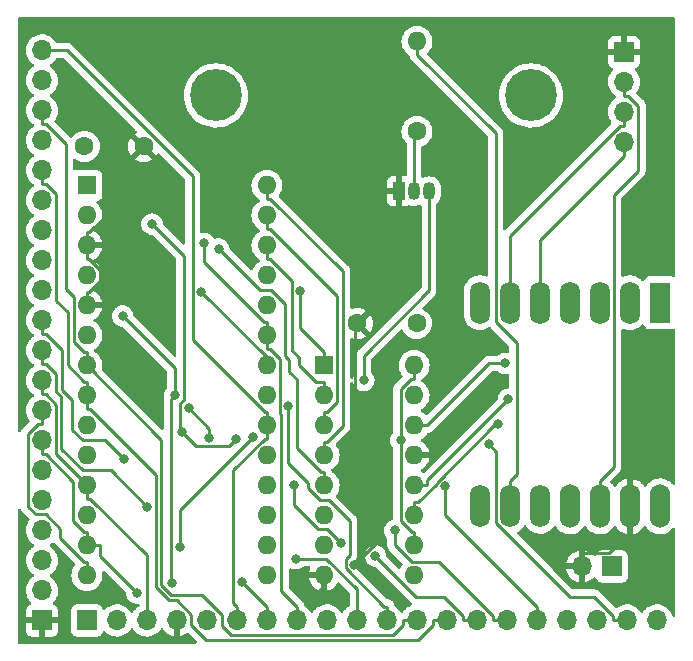
<source format=gbl>
G04 #@! TF.GenerationSoftware,KiCad,Pcbnew,(6.0.11)*
G04 #@! TF.CreationDate,2024-10-09T23:17:59+02:00*
G04 #@! TF.ProjectId,kicad-c128keyb,6b696361-642d-4633-9132-386b6579622e,rev?*
G04 #@! TF.SameCoordinates,Original*
G04 #@! TF.FileFunction,Copper,L2,Bot*
G04 #@! TF.FilePolarity,Positive*
%FSLAX46Y46*%
G04 Gerber Fmt 4.6, Leading zero omitted, Abs format (unit mm)*
G04 Created by KiCad (PCBNEW (6.0.11)) date 2024-10-09 23:17:59*
%MOMM*%
%LPD*%
G01*
G04 APERTURE LIST*
G04 #@! TA.AperFunction,ComponentPad*
%ADD10R,1.600000X1.600000*%
G04 #@! TD*
G04 #@! TA.AperFunction,ComponentPad*
%ADD11O,1.600000X1.600000*%
G04 #@! TD*
G04 #@! TA.AperFunction,ComponentPad*
%ADD12O,1.700000X1.700000*%
G04 #@! TD*
G04 #@! TA.AperFunction,ComponentPad*
%ADD13R,1.700000X1.700000*%
G04 #@! TD*
G04 #@! TA.AperFunction,ComponentPad*
%ADD14C,1.600000*%
G04 #@! TD*
G04 #@! TA.AperFunction,ComponentPad*
%ADD15R,1.050000X1.500000*%
G04 #@! TD*
G04 #@! TA.AperFunction,ComponentPad*
%ADD16O,1.050000X1.500000*%
G04 #@! TD*
G04 #@! TA.AperFunction,ComponentPad*
%ADD17O,1.700000X3.700000*%
G04 #@! TD*
G04 #@! TA.AperFunction,ComponentPad*
%ADD18O,1.700000X3.600000*%
G04 #@! TD*
G04 #@! TA.AperFunction,ComponentPad*
%ADD19R,1.700000X3.500000*%
G04 #@! TD*
G04 #@! TA.AperFunction,ComponentPad*
%ADD20C,0.700000*%
G04 #@! TD*
G04 #@! TA.AperFunction,ComponentPad*
%ADD21C,4.400000*%
G04 #@! TD*
G04 #@! TA.AperFunction,ViaPad*
%ADD22C,0.800000*%
G04 #@! TD*
G04 #@! TA.AperFunction,Conductor*
%ADD23C,0.250000*%
G04 #@! TD*
G04 APERTURE END LIST*
D10*
X110993000Y-79741000D03*
D11*
X110993000Y-82281000D03*
X110993000Y-84821000D03*
X110993000Y-87361000D03*
X110993000Y-89901000D03*
X110993000Y-92441000D03*
X110993000Y-94981000D03*
X110993000Y-97521000D03*
X110993000Y-100061000D03*
X110993000Y-102601000D03*
X110993000Y-105141000D03*
X110993000Y-107681000D03*
X110993000Y-110221000D03*
X110993000Y-112761000D03*
X126233000Y-112761000D03*
X126233000Y-110221000D03*
X126233000Y-107681000D03*
X126233000Y-105141000D03*
X126233000Y-102601000D03*
X126233000Y-100061000D03*
X126233000Y-97521000D03*
X126233000Y-94981000D03*
X126233000Y-92441000D03*
X126233000Y-89901000D03*
X126233000Y-87361000D03*
X126233000Y-84821000D03*
X126233000Y-82281000D03*
X126233000Y-79741000D03*
D12*
X159258000Y-116586000D03*
X156718000Y-116586000D03*
X154178000Y-116586000D03*
X151638000Y-116586000D03*
X149098000Y-116586000D03*
X146558000Y-116586000D03*
X144018000Y-116586000D03*
X141478000Y-116586000D03*
X138938000Y-116586000D03*
X136398000Y-116586000D03*
X133858000Y-116586000D03*
X131318000Y-116586000D03*
X128778000Y-116586000D03*
X126238000Y-116586000D03*
X123698000Y-116586000D03*
X121158000Y-116586000D03*
X118618000Y-116586000D03*
X116078000Y-116586000D03*
X113538000Y-116586000D03*
D13*
X110998000Y-116586000D03*
X107188000Y-116586000D03*
D12*
X107188000Y-114046000D03*
X107188000Y-111506000D03*
X107188000Y-108966000D03*
X107188000Y-106426000D03*
X107188000Y-103886000D03*
X107188000Y-101346000D03*
X107188000Y-98806000D03*
X107188000Y-96266000D03*
X107188000Y-93726000D03*
X107188000Y-91186000D03*
X107188000Y-88646000D03*
X107188000Y-86106000D03*
X107188000Y-83566000D03*
X107188000Y-81026000D03*
X107188000Y-78486000D03*
X107188000Y-75946000D03*
X107188000Y-73406000D03*
X107188000Y-70866000D03*
X107188000Y-68326000D03*
D14*
X110784000Y-76454000D03*
X115784000Y-76454000D03*
X138938000Y-75184000D03*
D11*
X138938000Y-67564000D03*
D10*
X131074000Y-94986000D03*
D11*
X131074000Y-97526000D03*
X131074000Y-100066000D03*
X131074000Y-102606000D03*
X131074000Y-105146000D03*
X131074000Y-107686000D03*
X131074000Y-110226000D03*
X131074000Y-112766000D03*
X138694000Y-112766000D03*
X138694000Y-110226000D03*
X138694000Y-107686000D03*
X138694000Y-105146000D03*
X138694000Y-102606000D03*
X138694000Y-100066000D03*
X138694000Y-97526000D03*
X138694000Y-94986000D03*
D13*
X156464000Y-68453000D03*
D12*
X156464000Y-70993000D03*
X156464000Y-73533000D03*
X156464000Y-76073000D03*
D14*
X138898000Y-91440000D03*
X133898000Y-91440000D03*
D15*
X137414000Y-80243000D03*
D16*
X138684000Y-80243000D03*
X139954000Y-80243000D03*
D17*
X159512000Y-106923000D03*
X156972000Y-106923000D03*
X154432000Y-106923000D03*
X151892000Y-106923000D03*
D18*
X149352000Y-106923000D03*
X146812000Y-106923000D03*
X144272000Y-106923000D03*
X144272000Y-89673000D03*
X146812000Y-89673000D03*
X149352000Y-89673000D03*
X151892000Y-89673000D03*
X154432000Y-89673000D03*
X156972000Y-89673000D03*
D19*
X159512000Y-89673000D03*
D20*
X121920000Y-70486000D03*
X123086726Y-70969274D03*
X123570000Y-72136000D03*
D21*
X121920000Y-72136000D03*
D20*
X123086726Y-73302726D03*
X121920000Y-73786000D03*
X120753274Y-70969274D03*
X120753274Y-73302726D03*
X120270000Y-72136000D03*
X149756726Y-70969274D03*
X147423274Y-73302726D03*
X148590000Y-70486000D03*
X148590000Y-73786000D03*
X146940000Y-72136000D03*
X147423274Y-70969274D03*
X149756726Y-73302726D03*
X150240000Y-72136000D03*
D21*
X148590000Y-72136000D03*
D13*
X155453000Y-112014000D03*
D12*
X152913000Y-112014000D03*
D22*
X122155100Y-85127800D03*
X146413300Y-94816500D03*
X146666100Y-97857700D03*
X145767500Y-99943400D03*
X129046100Y-88702300D03*
X120914200Y-84649700D03*
X120676300Y-88745900D03*
X128037700Y-98424400D03*
X118418500Y-97521000D03*
X114025500Y-90808200D03*
X118203900Y-113435200D03*
X141333900Y-105220000D03*
X145002600Y-101679400D03*
X128556300Y-105141000D03*
X132518000Y-110040500D03*
X119597400Y-98561000D03*
X121370500Y-101119000D03*
X137065100Y-108958100D03*
X114129700Y-102915900D03*
X116101800Y-106968500D03*
X135416500Y-111124000D03*
X124101500Y-113290000D03*
X115207900Y-114251500D03*
X128655100Y-111360200D03*
X123581400Y-101261800D03*
X119035100Y-100669800D03*
X116503100Y-83027100D03*
X137544600Y-101316600D03*
X134430800Y-96252500D03*
X125013000Y-101073400D03*
X118871100Y-110384400D03*
X135545700Y-102044300D03*
X129696800Y-114978400D03*
X133645300Y-111850900D03*
D23*
X131074000Y-105146000D02*
X131074000Y-104019100D01*
X125658300Y-88631000D02*
X122155100Y-85127800D01*
X126562600Y-88631000D02*
X125658300Y-88631000D01*
X127751800Y-89820200D02*
X126562600Y-88631000D01*
X127751800Y-94184900D02*
X127751800Y-89820200D01*
X128140800Y-94573900D02*
X127751800Y-94184900D01*
X128140800Y-95535600D02*
X128140800Y-94573900D01*
X128764600Y-96159400D02*
X128140800Y-95535600D01*
X128764600Y-101991500D02*
X128764600Y-96159400D01*
X130792200Y-104019100D02*
X128764600Y-101991500D01*
X131074000Y-104019100D02*
X130792200Y-104019100D01*
X131307500Y-101479100D02*
X131074000Y-101479100D01*
X132660800Y-100125800D02*
X131307500Y-101479100D01*
X132660800Y-87014000D02*
X132660800Y-100125800D01*
X126514700Y-80867900D02*
X132660800Y-87014000D01*
X126233000Y-80867900D02*
X126514700Y-80867900D01*
X126233000Y-79741000D02*
X126233000Y-80867900D01*
X131074000Y-102606000D02*
X131074000Y-101479100D01*
X126466500Y-83407900D02*
X126233000Y-83407900D01*
X132200900Y-89142300D02*
X126466500Y-83407900D01*
X132200900Y-98094000D02*
X132200900Y-89142300D01*
X131355800Y-98939100D02*
X132200900Y-98094000D01*
X131074000Y-98939100D02*
X131355800Y-98939100D01*
X131074000Y-100066000D02*
X131074000Y-98939100D01*
X126233000Y-82281000D02*
X126233000Y-83407900D01*
X131074000Y-97526000D02*
X131074000Y-96399100D01*
X126233000Y-84821000D02*
X126233000Y-85947900D01*
X130390100Y-96399100D02*
X131074000Y-96399100D01*
X128977600Y-94986600D02*
X130390100Y-96399100D01*
X128977600Y-94349700D02*
X128977600Y-94986600D01*
X128319100Y-93691200D02*
X128977600Y-94349700D01*
X128319100Y-87805900D02*
X128319100Y-93691200D01*
X126461100Y-85947900D02*
X128319100Y-87805900D01*
X126233000Y-85947900D02*
X126461100Y-85947900D01*
X149352000Y-84361900D02*
X156464000Y-77249900D01*
X149352000Y-90673000D02*
X149352000Y-84361900D01*
X156464000Y-76073000D02*
X156464000Y-77249900D01*
X156098200Y-74709900D02*
X156464000Y-74709900D01*
X146812000Y-83996100D02*
X156098200Y-74709900D01*
X146812000Y-90673000D02*
X146812000Y-83996100D01*
X156464000Y-73533000D02*
X156464000Y-74709900D01*
X154432000Y-105923000D02*
X154432000Y-104746100D01*
X156464000Y-70993000D02*
X156464000Y-72169900D01*
X156829800Y-72169900D02*
X156464000Y-72169900D01*
X157658000Y-72998100D02*
X156829800Y-72169900D01*
X157658000Y-78490700D02*
X157658000Y-72998100D01*
X155608900Y-80539800D02*
X157658000Y-78490700D01*
X155608900Y-103569200D02*
X155608900Y-80539800D01*
X154432000Y-104746100D02*
X155608900Y-103569200D01*
X145070400Y-94816500D02*
X139820900Y-100066000D01*
X146413300Y-94816500D02*
X145070400Y-94816500D01*
X138694000Y-100066000D02*
X139820900Y-100066000D01*
X139820900Y-104702900D02*
X139820900Y-105146000D01*
X146666100Y-97857700D02*
X139820900Y-104702900D01*
X138694000Y-105146000D02*
X139820900Y-105146000D01*
X138694000Y-107686000D02*
X138694000Y-106559100D01*
X139059300Y-106559100D02*
X138694000Y-106559100D01*
X140607000Y-105011400D02*
X139059300Y-106559100D01*
X140607000Y-104919000D02*
X140607000Y-105011400D01*
X145582600Y-99943400D02*
X140607000Y-104919000D01*
X145767500Y-99943400D02*
X145582600Y-99943400D01*
X146812000Y-105923000D02*
X146812000Y-104796100D01*
X138938000Y-67564000D02*
X138938000Y-68690900D01*
X145598500Y-75351400D02*
X138938000Y-68690900D01*
X145598500Y-91309700D02*
X145598500Y-75351400D01*
X147393000Y-93104200D02*
X145598500Y-91309700D01*
X147393000Y-104215100D02*
X147393000Y-93104200D01*
X146812000Y-104796100D02*
X147393000Y-104215100D01*
X131074000Y-94986000D02*
X131074000Y-93859100D01*
X129046100Y-91831200D02*
X129046100Y-88702300D01*
X131074000Y-93859100D02*
X129046100Y-91831200D01*
X138684000Y-75438000D02*
X138938000Y-75184000D01*
X138684000Y-80243000D02*
X138684000Y-75438000D01*
X126233000Y-100061000D02*
X126233000Y-101187900D01*
X123698000Y-116586000D02*
X123698000Y-115409100D01*
X126233000Y-100061000D02*
X126233000Y-98934100D01*
X109295800Y-68326000D02*
X107188000Y-68326000D01*
X119948200Y-78978400D02*
X109295800Y-68326000D01*
X119948200Y-92845400D02*
X119948200Y-78978400D01*
X126036900Y-98934100D02*
X119948200Y-92845400D01*
X126233000Y-98934100D02*
X126036900Y-98934100D01*
X126032500Y-101187900D02*
X126233000Y-101187900D01*
X123374600Y-103845800D02*
X126032500Y-101187900D01*
X123374600Y-115085700D02*
X123374600Y-103845800D01*
X123698000Y-115409100D02*
X123374600Y-115085700D01*
X126233000Y-92441000D02*
X126233000Y-93567900D01*
X128778000Y-116586000D02*
X128778000Y-115409100D01*
X125999500Y-91314100D02*
X126233000Y-91314100D01*
X120914200Y-86228800D02*
X125999500Y-91314100D01*
X120914200Y-84649700D02*
X120914200Y-86228800D01*
X126233000Y-92441000D02*
X126233000Y-91314100D01*
X127457900Y-114089000D02*
X128778000Y-115409100D01*
X127457900Y-99168100D02*
X127457900Y-114089000D01*
X127298400Y-99008600D02*
X127457900Y-99168100D01*
X127298400Y-98135800D02*
X127298400Y-99008600D01*
X127378100Y-98056100D02*
X127298400Y-98135800D01*
X127378100Y-94450300D02*
X127378100Y-98056100D01*
X126495700Y-93567900D02*
X127378100Y-94450300D01*
X126233000Y-93567900D02*
X126495700Y-93567900D01*
X107553800Y-74582900D02*
X107188000Y-74582900D01*
X109182200Y-76211300D02*
X107553800Y-74582900D01*
X109182200Y-88542200D02*
X109182200Y-76211300D01*
X109866100Y-89226100D02*
X109182200Y-88542200D01*
X109866100Y-93009000D02*
X109866100Y-89226100D01*
X110711200Y-93854100D02*
X109866100Y-93009000D01*
X110993000Y-93854100D02*
X110711200Y-93854100D01*
X107188000Y-73406000D02*
X107188000Y-74582900D01*
X110993000Y-94417500D02*
X110993000Y-93854100D01*
X110993000Y-94417500D02*
X110993000Y-94981000D01*
X137761100Y-116951800D02*
X137761100Y-116586000D01*
X136930400Y-117782500D02*
X137761100Y-116951800D01*
X123182100Y-117782500D02*
X136930400Y-117782500D01*
X122428000Y-117028400D02*
X123182100Y-117782500D01*
X122428000Y-116157500D02*
X122428000Y-117028400D01*
X120700900Y-114430400D02*
X122428000Y-116157500D01*
X118136900Y-114430400D02*
X120700900Y-114430400D01*
X117280700Y-113574200D02*
X118136900Y-114430400D01*
X117280700Y-101268700D02*
X117280700Y-113574200D01*
X110993000Y-94981000D02*
X117280700Y-101268700D01*
X138938000Y-116586000D02*
X137761100Y-116586000D01*
X126233000Y-94302600D02*
X126233000Y-94981000D01*
X120676300Y-88745900D02*
X126233000Y-94302600D01*
X136150900Y-115409100D02*
X136398000Y-115409100D01*
X132918300Y-112176500D02*
X136150900Y-115409100D01*
X132918300Y-111363200D02*
X132918300Y-112176500D01*
X133245000Y-111036500D02*
X132918300Y-111363200D01*
X133245000Y-108181400D02*
X133245000Y-111036500D01*
X131479600Y-106416000D02*
X133245000Y-108181400D01*
X130703900Y-106416000D02*
X131479600Y-106416000D01*
X129674400Y-105386500D02*
X130703900Y-106416000D01*
X129674400Y-104918400D02*
X129674400Y-105386500D01*
X128037700Y-103281700D02*
X129674400Y-104918400D01*
X128037700Y-98424400D02*
X128037700Y-103281700D01*
X136398000Y-116586000D02*
X136398000Y-115409100D01*
X141478000Y-116586000D02*
X140301100Y-116586000D01*
X110993000Y-97521000D02*
X110993000Y-98647900D01*
X107188000Y-78486000D02*
X107188000Y-79662900D01*
X110993000Y-97521000D02*
X110993000Y-96394100D01*
X110759500Y-96394100D02*
X110993000Y-96394100D01*
X109360700Y-94995300D02*
X110759500Y-96394100D01*
X109360700Y-90503100D02*
X109360700Y-94995300D01*
X108364900Y-89507300D02*
X109360700Y-90503100D01*
X108364900Y-80471900D02*
X108364900Y-89507300D01*
X107555900Y-79662900D02*
X108364900Y-80471900D01*
X107188000Y-79662900D02*
X107555900Y-79662900D01*
X140301100Y-116953800D02*
X140301100Y-116586000D01*
X139020500Y-118234400D02*
X140301100Y-116953800D01*
X121068300Y-118234400D02*
X139020500Y-118234400D01*
X119794900Y-116961000D02*
X121068300Y-118234400D01*
X119794900Y-116088500D02*
X119794900Y-116961000D01*
X118590100Y-114883700D02*
X119794900Y-116088500D01*
X117951100Y-114883700D02*
X118590100Y-114883700D01*
X116828800Y-113761400D02*
X117951100Y-114883700D01*
X116828800Y-104261900D02*
X116828800Y-113761400D01*
X111214800Y-98647900D02*
X116828800Y-104261900D01*
X110993000Y-98647900D02*
X111214800Y-98647900D01*
X118418500Y-95201200D02*
X118418500Y-97521000D01*
X114025500Y-90808200D02*
X118418500Y-95201200D01*
X118144200Y-113375500D02*
X118203900Y-113435200D01*
X118144200Y-97795300D02*
X118144200Y-113375500D01*
X118418500Y-97521000D02*
X118144200Y-97795300D01*
X141333900Y-107645000D02*
X149098000Y-115409100D01*
X141333900Y-105220000D02*
X141333900Y-107645000D01*
X149098000Y-116586000D02*
X149098000Y-115409100D01*
X155541100Y-116220200D02*
X155541100Y-116586000D01*
X153899100Y-114578200D02*
X155541100Y-116220200D01*
X151852800Y-114578200D02*
X153899100Y-114578200D01*
X145635100Y-108360500D02*
X151852800Y-114578200D01*
X145635100Y-102311900D02*
X145635100Y-108360500D01*
X145002600Y-101679400D02*
X145635100Y-102311900D01*
X156718000Y-116586000D02*
X155541100Y-116586000D01*
X121370500Y-100334100D02*
X119597400Y-98561000D01*
X121370500Y-101119000D02*
X121370500Y-100334100D01*
X131290400Y-108812900D02*
X132518000Y-110040500D01*
X130583100Y-108812900D02*
X131290400Y-108812900D01*
X128556300Y-106786100D02*
X130583100Y-108812900D01*
X128556300Y-105141000D02*
X128556300Y-106786100D01*
X146558000Y-116586000D02*
X145381100Y-116586000D01*
X112544800Y-101331000D02*
X114129700Y-102915900D01*
X110661500Y-101331000D02*
X112544800Y-101331000D01*
X109760300Y-100429800D02*
X110661500Y-101331000D01*
X109760300Y-97955400D02*
X109760300Y-100429800D01*
X108908700Y-97103800D02*
X109760300Y-97955400D01*
X108908700Y-93715800D02*
X108908700Y-97103800D01*
X107555800Y-92362900D02*
X108908700Y-93715800D01*
X107188000Y-92362900D02*
X107555800Y-92362900D01*
X107188000Y-91186000D02*
X107188000Y-92362900D01*
X137065100Y-110219100D02*
X137065100Y-108958100D01*
X138485100Y-111639100D02*
X137065100Y-110219100D01*
X140798700Y-111639100D02*
X138485100Y-111639100D01*
X145381100Y-116221500D02*
X140798700Y-111639100D01*
X145381100Y-116586000D02*
X145381100Y-116221500D01*
X107188000Y-93726000D02*
X107188000Y-94902900D01*
X144018000Y-116586000D02*
X142841100Y-116586000D01*
X113004300Y-103871000D02*
X116101800Y-106968500D01*
X110650000Y-103871000D02*
X113004300Y-103871000D01*
X108816800Y-102037800D02*
X110650000Y-103871000D01*
X108816800Y-97651100D02*
X108816800Y-102037800D01*
X108364900Y-97199200D02*
X108816800Y-97651100D01*
X108364900Y-95711900D02*
X108364900Y-97199200D01*
X107555900Y-94902900D02*
X108364900Y-95711900D01*
X107188000Y-94902900D02*
X107555900Y-94902900D01*
X138878300Y-114585800D02*
X135416500Y-111124000D01*
X141206700Y-114585800D02*
X138878300Y-114585800D01*
X142841100Y-116220200D02*
X141206700Y-114585800D01*
X142841100Y-116586000D02*
X142841100Y-116220200D01*
X107188000Y-96266000D02*
X107188000Y-97442900D01*
X116078000Y-111071200D02*
X116078000Y-115409100D01*
X111274700Y-106267900D02*
X116078000Y-111071200D01*
X110993000Y-106267900D02*
X111274700Y-106267900D01*
X110993000Y-105141000D02*
X110993000Y-106267900D01*
X116078000Y-116586000D02*
X116078000Y-115409100D01*
X107489300Y-97442900D02*
X107188000Y-97442900D01*
X108364900Y-98318500D02*
X107489300Y-97442900D01*
X108364900Y-102512900D02*
X108364900Y-98318500D01*
X110993000Y-105141000D02*
X108364900Y-102512900D01*
X107188000Y-98806000D02*
X107188000Y-99982900D01*
X110993000Y-112761000D02*
X110993000Y-111634100D01*
X110759500Y-111634100D02*
X110993000Y-111634100D01*
X108745000Y-109619600D02*
X110759500Y-111634100D01*
X108745000Y-108858600D02*
X108745000Y-109619600D01*
X107489300Y-107602900D02*
X108745000Y-108858600D01*
X106645400Y-107602900D02*
X107489300Y-107602900D01*
X105989200Y-106946700D02*
X106645400Y-107602900D01*
X105989200Y-100813900D02*
X105989200Y-106946700D01*
X106820200Y-99982900D02*
X105989200Y-100813900D01*
X107188000Y-99982900D02*
X106820200Y-99982900D01*
X126220600Y-115409100D02*
X126238000Y-115409100D01*
X124101500Y-113290000D02*
X126220600Y-115409100D01*
X126238000Y-116586000D02*
X126238000Y-115409100D01*
X107188000Y-101346000D02*
X107188000Y-102522900D01*
X110759500Y-109094100D02*
X110993000Y-109094100D01*
X109817100Y-108151700D02*
X110759500Y-109094100D01*
X109817100Y-104833200D02*
X109817100Y-108151700D01*
X107506800Y-102522900D02*
X109817100Y-104833200D01*
X107188000Y-102522900D02*
X107506800Y-102522900D01*
X112119900Y-111163500D02*
X112119900Y-110221000D01*
X115207900Y-114251500D02*
X112119900Y-111163500D01*
X110993000Y-110221000D02*
X112119900Y-110221000D01*
X110993000Y-110221000D02*
X110993000Y-109094100D01*
X133858000Y-116586000D02*
X133858000Y-115409100D01*
X133858000Y-113943600D02*
X133858000Y-115409100D01*
X131274700Y-111360300D02*
X133858000Y-113943600D01*
X128655100Y-111360300D02*
X131274700Y-111360300D01*
X128655100Y-111360200D02*
X128655100Y-111360300D01*
X122997300Y-101845900D02*
X123581400Y-101261800D01*
X120211200Y-101845900D02*
X122997300Y-101845900D01*
X119035100Y-100669800D02*
X120211200Y-101845900D01*
X119172800Y-85696800D02*
X116503100Y-83027100D01*
X119172800Y-97891500D02*
X119172800Y-85696800D01*
X118862000Y-98202300D02*
X119172800Y-97891500D01*
X118862000Y-100496700D02*
X118862000Y-98202300D01*
X119035100Y-100669800D02*
X118862000Y-100496700D01*
X138694000Y-110226000D02*
X138694000Y-109099100D01*
X138694000Y-94986000D02*
X138694000Y-96112900D01*
X137544600Y-97028800D02*
X137544600Y-101316600D01*
X138460500Y-96112900D02*
X137544600Y-97028800D01*
X138694000Y-96112900D02*
X138460500Y-96112900D01*
X138513400Y-109099100D02*
X138694000Y-109099100D01*
X137544600Y-108130300D02*
X138513400Y-109099100D01*
X137544600Y-101316600D02*
X137544600Y-108130300D01*
X118871100Y-107215300D02*
X125013000Y-101073400D01*
X118871100Y-110384400D02*
X118871100Y-107215300D01*
X134430800Y-94167000D02*
X134430800Y-96252500D01*
X139954000Y-88643800D02*
X134430800Y-94167000D01*
X139954000Y-80243000D02*
X139954000Y-88643800D01*
X110993000Y-89901000D02*
X110993000Y-88774100D01*
X110993000Y-84821000D02*
X110993000Y-85947900D01*
X110993000Y-84821000D02*
X110993000Y-83694100D01*
X130782300Y-113892900D02*
X129696800Y-114978400D01*
X131074000Y-113892900D02*
X130782300Y-113892900D01*
X131074000Y-112766000D02*
X131074000Y-113892900D01*
X110993000Y-85948000D02*
X110993000Y-85947900D01*
X111173700Y-85948000D02*
X110993000Y-85948000D01*
X112119900Y-86894200D02*
X111173700Y-85948000D01*
X112119900Y-87827800D02*
X112119900Y-86894200D01*
X111173600Y-88774100D02*
X112119900Y-87827800D01*
X110993000Y-88774100D02*
X111173600Y-88774100D01*
X155234800Y-110837100D02*
X156972000Y-109099900D01*
X152913000Y-110837100D02*
X155234800Y-110837100D01*
X152913000Y-112014000D02*
X152913000Y-110837100D01*
X156972000Y-105923000D02*
X156972000Y-109099900D01*
X111186200Y-83694100D02*
X110993000Y-83694100D01*
X114690000Y-80190300D02*
X111186200Y-83694100D01*
X114690000Y-77548000D02*
X114690000Y-80190300D01*
X115784000Y-76454000D02*
X114690000Y-77548000D01*
X137414000Y-87924000D02*
X137414000Y-80243000D01*
X133898000Y-91440000D02*
X137414000Y-87924000D01*
X133703900Y-100202500D02*
X135545700Y-102044300D01*
X133703900Y-91634100D02*
X133703900Y-100202500D01*
X133898000Y-91440000D02*
X133703900Y-91634100D01*
X135545700Y-109950500D02*
X133645300Y-111850900D01*
X135545700Y-102044300D02*
X135545700Y-109950500D01*
G04 #@! TA.AperFunction,Conductor*
G36*
X105365012Y-107140949D02*
G01*
X105398137Y-107186133D01*
X105400971Y-107192682D01*
X105403182Y-107200293D01*
X105407215Y-107207112D01*
X105407217Y-107207117D01*
X105413493Y-107217728D01*
X105422188Y-107235476D01*
X105429648Y-107254317D01*
X105434310Y-107260733D01*
X105434310Y-107260734D01*
X105455636Y-107290087D01*
X105462152Y-107300007D01*
X105480130Y-107330405D01*
X105484658Y-107338062D01*
X105498979Y-107352383D01*
X105511819Y-107367416D01*
X105523728Y-107383807D01*
X105551377Y-107406680D01*
X105557793Y-107411988D01*
X105566574Y-107419978D01*
X106105931Y-107959336D01*
X106139956Y-108021648D01*
X106134891Y-108092464D01*
X106120924Y-108119433D01*
X106002743Y-108292680D01*
X105994473Y-108310497D01*
X105923713Y-108462937D01*
X105908688Y-108495305D01*
X105848989Y-108710570D01*
X105825251Y-108932695D01*
X105825548Y-108937848D01*
X105825548Y-108937851D01*
X105837667Y-109148028D01*
X105838110Y-109155715D01*
X105839247Y-109160762D01*
X105839248Y-109160766D01*
X105843583Y-109180002D01*
X105887222Y-109373639D01*
X105971266Y-109580616D01*
X105990640Y-109612231D01*
X106084984Y-109766187D01*
X106087987Y-109771088D01*
X106234250Y-109939938D01*
X106406126Y-110082632D01*
X106438158Y-110101350D01*
X106479445Y-110125476D01*
X106528169Y-110177114D01*
X106541240Y-110246897D01*
X106514509Y-110312669D01*
X106474055Y-110346027D01*
X106461607Y-110352507D01*
X106457474Y-110355610D01*
X106457471Y-110355612D01*
X106301534Y-110472693D01*
X106282965Y-110486635D01*
X106234088Y-110537782D01*
X106150948Y-110624783D01*
X106128629Y-110648138D01*
X106125715Y-110652410D01*
X106125714Y-110652411D01*
X106080446Y-110718771D01*
X106002743Y-110832680D01*
X105979730Y-110882257D01*
X105911584Y-111029067D01*
X105908688Y-111035305D01*
X105848989Y-111250570D01*
X105825251Y-111472695D01*
X105825548Y-111477848D01*
X105825548Y-111477851D01*
X105835775Y-111655226D01*
X105838110Y-111695715D01*
X105839247Y-111700761D01*
X105839248Y-111700767D01*
X105851426Y-111754802D01*
X105887222Y-111913639D01*
X105971266Y-112120616D01*
X106004519Y-112174880D01*
X106072684Y-112286115D01*
X106087987Y-112311088D01*
X106234250Y-112479938D01*
X106406126Y-112622632D01*
X106457703Y-112652771D01*
X106479445Y-112665476D01*
X106528169Y-112717114D01*
X106541240Y-112786897D01*
X106514509Y-112852669D01*
X106474055Y-112886027D01*
X106461607Y-112892507D01*
X106457474Y-112895610D01*
X106457471Y-112895612D01*
X106287100Y-113023530D01*
X106282965Y-113026635D01*
X106128629Y-113188138D01*
X106125715Y-113192410D01*
X106125714Y-113192411D01*
X106110139Y-113215243D01*
X106002743Y-113372680D01*
X105908688Y-113575305D01*
X105848989Y-113790570D01*
X105825251Y-114012695D01*
X105825548Y-114017848D01*
X105825548Y-114017851D01*
X105836842Y-114213724D01*
X105838110Y-114235715D01*
X105839247Y-114240761D01*
X105839248Y-114240767D01*
X105851342Y-114294431D01*
X105887222Y-114453639D01*
X105948673Y-114604976D01*
X105953463Y-114616771D01*
X105971266Y-114660616D01*
X105973965Y-114665020D01*
X106084902Y-114846053D01*
X106087987Y-114851088D01*
X106234250Y-115019938D01*
X106238225Y-115023238D01*
X106238231Y-115023244D01*
X106243425Y-115027556D01*
X106283059Y-115086460D01*
X106284555Y-115157441D01*
X106247439Y-115217962D01*
X106207168Y-115242480D01*
X106099946Y-115282676D01*
X106084351Y-115291214D01*
X105982276Y-115367715D01*
X105969715Y-115380276D01*
X105893214Y-115482351D01*
X105884676Y-115497946D01*
X105839522Y-115618394D01*
X105835895Y-115633649D01*
X105830369Y-115684514D01*
X105830000Y-115691328D01*
X105830000Y-116313885D01*
X105834475Y-116329124D01*
X105835865Y-116330329D01*
X105843548Y-116332000D01*
X108527884Y-116332000D01*
X108543123Y-116327525D01*
X108544328Y-116326135D01*
X108545999Y-116318452D01*
X108545999Y-115691331D01*
X108545629Y-115684510D01*
X108540105Y-115633648D01*
X108536479Y-115618396D01*
X108491324Y-115497946D01*
X108482786Y-115482351D01*
X108406285Y-115380276D01*
X108393724Y-115367715D01*
X108291649Y-115291214D01*
X108276054Y-115282676D01*
X108165813Y-115241348D01*
X108109049Y-115198706D01*
X108084349Y-115132145D01*
X108099557Y-115062796D01*
X108121104Y-115034115D01*
X108222430Y-114933144D01*
X108222440Y-114933132D01*
X108226096Y-114929489D01*
X108285594Y-114846689D01*
X108353435Y-114752277D01*
X108356453Y-114748077D01*
X108361591Y-114737682D01*
X108453136Y-114552453D01*
X108453137Y-114552451D01*
X108455430Y-114547811D01*
X108503606Y-114389246D01*
X108518865Y-114339023D01*
X108518865Y-114339021D01*
X108520370Y-114334069D01*
X108549529Y-114112590D01*
X108549786Y-114102065D01*
X108551074Y-114049365D01*
X108551074Y-114049361D01*
X108551156Y-114046000D01*
X108532852Y-113823361D01*
X108478431Y-113606702D01*
X108389354Y-113401840D01*
X108327304Y-113305925D01*
X108270822Y-113218617D01*
X108270820Y-113218614D01*
X108268014Y-113214277D01*
X108117670Y-113049051D01*
X108113619Y-113045852D01*
X108113615Y-113045848D01*
X107946414Y-112913800D01*
X107946410Y-112913798D01*
X107942359Y-112910598D01*
X107901053Y-112887796D01*
X107851084Y-112837364D01*
X107836312Y-112767921D01*
X107861428Y-112701516D01*
X107888780Y-112674909D01*
X107947823Y-112632794D01*
X108067860Y-112547173D01*
X108077153Y-112537913D01*
X108184227Y-112431212D01*
X108226096Y-112389489D01*
X108246210Y-112361498D01*
X108353435Y-112212277D01*
X108356453Y-112208077D01*
X108373765Y-112173050D01*
X108453136Y-112012453D01*
X108453137Y-112012451D01*
X108455430Y-112007811D01*
X108520370Y-111794069D01*
X108549529Y-111572590D01*
X108550118Y-111548470D01*
X108551074Y-111509365D01*
X108551074Y-111509361D01*
X108551156Y-111506000D01*
X108532852Y-111283361D01*
X108478431Y-111066702D01*
X108389354Y-110861840D01*
X108323606Y-110760209D01*
X108270822Y-110678617D01*
X108270820Y-110678614D01*
X108268014Y-110674277D01*
X108117670Y-110509051D01*
X108113619Y-110505852D01*
X108113615Y-110505848D01*
X107946414Y-110373800D01*
X107946410Y-110373798D01*
X107942359Y-110370598D01*
X107901053Y-110347796D01*
X107851084Y-110297364D01*
X107836312Y-110227921D01*
X107861428Y-110161516D01*
X107888780Y-110134909D01*
X108063650Y-110010176D01*
X108067860Y-110007173D01*
X108070820Y-110004223D01*
X108135497Y-109975648D01*
X108205641Y-109986621D01*
X108240979Y-110011483D01*
X108254779Y-110025283D01*
X108267619Y-110040316D01*
X108279528Y-110056707D01*
X108304664Y-110077501D01*
X108313605Y-110084898D01*
X108322384Y-110092888D01*
X109978226Y-111748730D01*
X110012252Y-111811042D01*
X110007187Y-111881857D01*
X109986998Y-111916504D01*
X109986802Y-111916700D01*
X109855477Y-112104251D01*
X109853154Y-112109233D01*
X109853151Y-112109238D01*
X109822542Y-112174880D01*
X109758716Y-112311757D01*
X109757294Y-112317065D01*
X109757293Y-112317067D01*
X109707536Y-112502763D01*
X109699457Y-112532913D01*
X109679502Y-112761000D01*
X109699457Y-112989087D01*
X109700881Y-112994400D01*
X109700881Y-112994402D01*
X109751792Y-113184401D01*
X109758716Y-113210243D01*
X109761039Y-113215224D01*
X109761039Y-113215225D01*
X109853151Y-113412762D01*
X109853154Y-113412767D01*
X109855477Y-113417749D01*
X109928902Y-113522611D01*
X109969295Y-113580297D01*
X109986802Y-113605300D01*
X110148700Y-113767198D01*
X110153208Y-113770355D01*
X110153211Y-113770357D01*
X110206821Y-113807895D01*
X110336251Y-113898523D01*
X110341233Y-113900846D01*
X110341238Y-113900849D01*
X110538775Y-113992961D01*
X110543757Y-113995284D01*
X110549065Y-113996706D01*
X110549067Y-113996707D01*
X110759598Y-114053119D01*
X110759600Y-114053119D01*
X110764913Y-114054543D01*
X110993000Y-114074498D01*
X111221087Y-114054543D01*
X111226400Y-114053119D01*
X111226402Y-114053119D01*
X111436933Y-113996707D01*
X111436935Y-113996706D01*
X111442243Y-113995284D01*
X111447225Y-113992961D01*
X111644762Y-113900849D01*
X111644767Y-113900846D01*
X111649749Y-113898523D01*
X111779179Y-113807895D01*
X111832789Y-113770357D01*
X111832792Y-113770355D01*
X111837300Y-113767198D01*
X111999198Y-113605300D01*
X112016706Y-113580297D01*
X112057098Y-113522611D01*
X112130523Y-113417749D01*
X112132846Y-113412767D01*
X112132849Y-113412762D01*
X112224961Y-113215225D01*
X112224961Y-113215224D01*
X112227284Y-113210243D01*
X112234209Y-113184401D01*
X112285119Y-112994402D01*
X112285119Y-112994400D01*
X112286543Y-112989087D01*
X112306498Y-112761000D01*
X112287293Y-112541489D01*
X112301282Y-112471885D01*
X112350681Y-112420893D01*
X112419807Y-112404702D01*
X112486713Y-112428454D01*
X112501909Y-112441413D01*
X114260778Y-114200282D01*
X114294804Y-114262594D01*
X114296992Y-114276203D01*
X114299648Y-114301470D01*
X114308874Y-114389246D01*
X114314358Y-114441428D01*
X114373373Y-114623056D01*
X114376676Y-114628778D01*
X114376677Y-114628779D01*
X114395058Y-114660616D01*
X114468860Y-114788444D01*
X114473278Y-114793351D01*
X114473279Y-114793352D01*
X114558991Y-114888545D01*
X114596647Y-114930366D01*
X114687533Y-114996399D01*
X114739445Y-115034115D01*
X114751148Y-115042618D01*
X114757176Y-115045302D01*
X114757178Y-115045303D01*
X114899926Y-115108858D01*
X114925612Y-115120294D01*
X115005266Y-115137225D01*
X115105956Y-115158628D01*
X115105961Y-115158628D01*
X115112413Y-115160000D01*
X115303387Y-115160000D01*
X115306558Y-115159326D01*
X115375171Y-115171876D01*
X115427016Y-115220379D01*
X115444500Y-115284412D01*
X115444500Y-115307692D01*
X115424498Y-115375813D01*
X115376683Y-115419453D01*
X115351607Y-115432507D01*
X115347474Y-115435610D01*
X115347471Y-115435612D01*
X115177100Y-115563530D01*
X115172965Y-115566635D01*
X115157345Y-115582980D01*
X115061729Y-115683037D01*
X115018629Y-115728138D01*
X114911201Y-115885621D01*
X114856293Y-115930621D01*
X114785768Y-115938792D01*
X114722021Y-115907538D01*
X114701324Y-115883054D01*
X114620822Y-115758617D01*
X114620820Y-115758614D01*
X114618014Y-115754277D01*
X114467670Y-115589051D01*
X114463619Y-115585852D01*
X114463615Y-115585848D01*
X114296414Y-115453800D01*
X114296410Y-115453798D01*
X114292359Y-115450598D01*
X114287831Y-115448098D01*
X114227549Y-115414821D01*
X114096789Y-115342638D01*
X114091920Y-115340914D01*
X114091916Y-115340912D01*
X113891087Y-115269795D01*
X113891083Y-115269794D01*
X113886212Y-115268069D01*
X113881119Y-115267162D01*
X113881116Y-115267161D01*
X113671373Y-115229800D01*
X113671367Y-115229799D01*
X113666284Y-115228894D01*
X113592452Y-115227992D01*
X113448081Y-115226228D01*
X113448079Y-115226228D01*
X113442911Y-115226165D01*
X113222091Y-115259955D01*
X113009756Y-115329357D01*
X112979443Y-115345137D01*
X112835975Y-115419822D01*
X112811607Y-115432507D01*
X112807474Y-115435610D01*
X112807471Y-115435612D01*
X112637100Y-115563530D01*
X112632965Y-115566635D01*
X112576537Y-115625684D01*
X112552283Y-115651064D01*
X112490759Y-115686494D01*
X112419846Y-115683037D01*
X112362060Y-115641791D01*
X112343207Y-115608243D01*
X112301767Y-115497703D01*
X112298615Y-115489295D01*
X112211261Y-115372739D01*
X112094705Y-115285385D01*
X111958316Y-115234255D01*
X111896134Y-115227500D01*
X110099866Y-115227500D01*
X110037684Y-115234255D01*
X109901295Y-115285385D01*
X109784739Y-115372739D01*
X109697385Y-115489295D01*
X109646255Y-115625684D01*
X109639500Y-115687866D01*
X109639500Y-117484134D01*
X109646255Y-117546316D01*
X109697385Y-117682705D01*
X109784739Y-117799261D01*
X109901295Y-117886615D01*
X110037684Y-117937745D01*
X110099866Y-117944500D01*
X111896134Y-117944500D01*
X111958316Y-117937745D01*
X112094705Y-117886615D01*
X112211261Y-117799261D01*
X112298615Y-117682705D01*
X112306852Y-117660733D01*
X112342598Y-117565382D01*
X112385240Y-117508618D01*
X112451802Y-117483918D01*
X112521150Y-117499126D01*
X112555817Y-117527114D01*
X112584250Y-117559938D01*
X112756126Y-117702632D01*
X112949000Y-117815338D01*
X113157692Y-117895030D01*
X113162760Y-117896061D01*
X113162763Y-117896062D01*
X113257862Y-117915410D01*
X113376597Y-117939567D01*
X113381772Y-117939757D01*
X113381774Y-117939757D01*
X113594673Y-117947564D01*
X113594677Y-117947564D01*
X113599837Y-117947753D01*
X113604957Y-117947097D01*
X113604959Y-117947097D01*
X113816288Y-117920025D01*
X113816289Y-117920025D01*
X113821416Y-117919368D01*
X113826366Y-117917883D01*
X114030429Y-117856661D01*
X114030434Y-117856659D01*
X114035384Y-117855174D01*
X114235994Y-117756896D01*
X114417860Y-117627173D01*
X114576096Y-117469489D01*
X114706453Y-117288077D01*
X114707776Y-117289028D01*
X114754645Y-117245857D01*
X114824580Y-117233625D01*
X114890026Y-117261144D01*
X114917875Y-117292994D01*
X114977987Y-117391088D01*
X115124250Y-117559938D01*
X115296126Y-117702632D01*
X115489000Y-117815338D01*
X115697692Y-117895030D01*
X115702760Y-117896061D01*
X115702763Y-117896062D01*
X115797862Y-117915410D01*
X115916597Y-117939567D01*
X115921772Y-117939757D01*
X115921774Y-117939757D01*
X116134673Y-117947564D01*
X116134677Y-117947564D01*
X116139837Y-117947753D01*
X116144957Y-117947097D01*
X116144959Y-117947097D01*
X116356288Y-117920025D01*
X116356289Y-117920025D01*
X116361416Y-117919368D01*
X116366366Y-117917883D01*
X116570429Y-117856661D01*
X116570434Y-117856659D01*
X116575384Y-117855174D01*
X116775994Y-117756896D01*
X116957860Y-117627173D01*
X117116096Y-117469489D01*
X117246453Y-117288077D01*
X117247640Y-117288930D01*
X117294960Y-117245362D01*
X117364897Y-117233145D01*
X117430338Y-117260678D01*
X117458166Y-117292511D01*
X117515694Y-117386388D01*
X117521777Y-117394699D01*
X117661213Y-117555667D01*
X117668580Y-117562883D01*
X117832434Y-117698916D01*
X117840881Y-117704831D01*
X118024756Y-117812279D01*
X118034042Y-117816729D01*
X118233001Y-117892703D01*
X118242899Y-117895579D01*
X118346250Y-117916606D01*
X118360299Y-117915410D01*
X118364000Y-117905065D01*
X118364000Y-116458000D01*
X118384002Y-116389879D01*
X118437658Y-116343386D01*
X118490000Y-116332000D01*
X118746000Y-116332000D01*
X118814121Y-116352002D01*
X118860614Y-116405658D01*
X118872000Y-116458000D01*
X118872000Y-117904517D01*
X118876064Y-117918359D01*
X118889478Y-117920393D01*
X118896184Y-117919534D01*
X118906262Y-117917392D01*
X119110255Y-117856191D01*
X119119842Y-117852433D01*
X119311095Y-117758739D01*
X119319945Y-117753464D01*
X119449950Y-117660733D01*
X119517024Y-117637459D01*
X119586032Y-117654143D01*
X119612213Y-117674217D01*
X120282711Y-118344715D01*
X120316737Y-118407027D01*
X120311672Y-118477842D01*
X120269125Y-118534678D01*
X120202605Y-118559489D01*
X120193616Y-118559810D01*
X105282500Y-118559810D01*
X105214379Y-118539808D01*
X105167886Y-118486152D01*
X105156500Y-118433810D01*
X105156500Y-117480669D01*
X105830001Y-117480669D01*
X105830371Y-117487490D01*
X105835895Y-117538352D01*
X105839521Y-117553604D01*
X105884676Y-117674054D01*
X105893214Y-117689649D01*
X105969715Y-117791724D01*
X105982276Y-117804285D01*
X106084351Y-117880786D01*
X106099946Y-117889324D01*
X106220394Y-117934478D01*
X106235649Y-117938105D01*
X106286514Y-117943631D01*
X106293328Y-117944000D01*
X106915885Y-117944000D01*
X106931124Y-117939525D01*
X106932329Y-117938135D01*
X106934000Y-117930452D01*
X106934000Y-117925884D01*
X107442000Y-117925884D01*
X107446475Y-117941123D01*
X107447865Y-117942328D01*
X107455548Y-117943999D01*
X108082669Y-117943999D01*
X108089490Y-117943629D01*
X108140352Y-117938105D01*
X108155604Y-117934479D01*
X108276054Y-117889324D01*
X108291649Y-117880786D01*
X108393724Y-117804285D01*
X108406285Y-117791724D01*
X108482786Y-117689649D01*
X108491324Y-117674054D01*
X108536478Y-117553606D01*
X108540105Y-117538351D01*
X108545631Y-117487486D01*
X108546000Y-117480672D01*
X108546000Y-116858115D01*
X108541525Y-116842876D01*
X108540135Y-116841671D01*
X108532452Y-116840000D01*
X107460115Y-116840000D01*
X107444876Y-116844475D01*
X107443671Y-116845865D01*
X107442000Y-116853548D01*
X107442000Y-117925884D01*
X106934000Y-117925884D01*
X106934000Y-116858115D01*
X106929525Y-116842876D01*
X106928135Y-116841671D01*
X106920452Y-116840000D01*
X105848116Y-116840000D01*
X105832877Y-116844475D01*
X105831672Y-116845865D01*
X105830001Y-116853548D01*
X105830001Y-117480669D01*
X105156500Y-117480669D01*
X105156500Y-107236173D01*
X105176502Y-107168052D01*
X105230158Y-107121559D01*
X105300432Y-107111455D01*
X105365012Y-107140949D01*
G37*
G04 #@! TD.AperFunction*
G04 #@! TA.AperFunction,Conductor*
G36*
X158156180Y-91548392D02*
G01*
X158181218Y-91589235D01*
X158200353Y-91640278D01*
X158211385Y-91669705D01*
X158298739Y-91786261D01*
X158415295Y-91873615D01*
X158551684Y-91924745D01*
X158613866Y-91931500D01*
X160410134Y-91931500D01*
X160472316Y-91924745D01*
X160558927Y-91892276D01*
X160600303Y-91876765D01*
X160600304Y-91876764D01*
X160608705Y-91873615D01*
X160615887Y-91868233D01*
X160616580Y-91867853D01*
X160685937Y-91852683D01*
X160752485Y-91877419D01*
X160795096Y-91934206D01*
X160803090Y-91978372D01*
X160803090Y-104995840D01*
X160783088Y-105063961D01*
X160729432Y-105110454D01*
X160659158Y-105120558D01*
X160594578Y-105091064D01*
X160578891Y-105074789D01*
X160577539Y-105073107D01*
X160574559Y-105068681D01*
X160570057Y-105063961D01*
X160460085Y-104948682D01*
X160415424Y-104901865D01*
X160405187Y-104894248D01*
X160234740Y-104767432D01*
X160234741Y-104767432D01*
X160230458Y-104764246D01*
X160225707Y-104761830D01*
X160225703Y-104761828D01*
X160106697Y-104701323D01*
X160024949Y-104659760D01*
X160019855Y-104658178D01*
X160019852Y-104658177D01*
X159809871Y-104592976D01*
X159804773Y-104591393D01*
X159797439Y-104590421D01*
X159581511Y-104561802D01*
X159581506Y-104561802D01*
X159576226Y-104561102D01*
X159570897Y-104561302D01*
X159570895Y-104561302D01*
X159461034Y-104565427D01*
X159345842Y-104569751D01*
X159340623Y-104570846D01*
X159313700Y-104576495D01*
X159120209Y-104617093D01*
X159115250Y-104619051D01*
X159115248Y-104619052D01*
X158910744Y-104699815D01*
X158910742Y-104699816D01*
X158905779Y-104701776D01*
X158901220Y-104704543D01*
X158901217Y-104704544D01*
X158788180Y-104773137D01*
X158708683Y-104821377D01*
X158704653Y-104824874D01*
X158553864Y-104955722D01*
X158534555Y-104972477D01*
X158531168Y-104976608D01*
X158391760Y-105146627D01*
X158391756Y-105146633D01*
X158388376Y-105150755D01*
X158351860Y-105214906D01*
X158351847Y-105214928D01*
X158300765Y-105264234D01*
X158231135Y-105278096D01*
X158165064Y-105252113D01*
X158137825Y-105222963D01*
X158037150Y-105073425D01*
X158030481Y-105065130D01*
X157878772Y-104906100D01*
X157870814Y-104899059D01*
X157694475Y-104767859D01*
X157685438Y-104762255D01*
X157489516Y-104662643D01*
X157479665Y-104658643D01*
X157269760Y-104593466D01*
X157259376Y-104591183D01*
X157243957Y-104589139D01*
X157229793Y-104591335D01*
X157226000Y-104604522D01*
X157226000Y-109239192D01*
X157229973Y-109252723D01*
X157240580Y-109254248D01*
X157358421Y-109229523D01*
X157368617Y-109226463D01*
X157573029Y-109145737D01*
X157582561Y-109141006D01*
X157770462Y-109026984D01*
X157779052Y-109020720D01*
X157945052Y-108876673D01*
X157952472Y-108869042D01*
X158091826Y-108699089D01*
X158097850Y-108690322D01*
X158131565Y-108631094D01*
X158182647Y-108581788D01*
X158252277Y-108567926D01*
X158318348Y-108593909D01*
X158345587Y-108623059D01*
X158449441Y-108777319D01*
X158453120Y-108781176D01*
X158453122Y-108781178D01*
X158512474Y-108843394D01*
X158608576Y-108944135D01*
X158612854Y-108947318D01*
X158623565Y-108955287D01*
X158793542Y-109081754D01*
X158798293Y-109084170D01*
X158798297Y-109084172D01*
X158892369Y-109132000D01*
X158999051Y-109186240D01*
X159004145Y-109187822D01*
X159004148Y-109187823D01*
X159153500Y-109234198D01*
X159219227Y-109254607D01*
X159224516Y-109255308D01*
X159442489Y-109284198D01*
X159442494Y-109284198D01*
X159447774Y-109284898D01*
X159453103Y-109284698D01*
X159453105Y-109284698D01*
X159562966Y-109280574D01*
X159678158Y-109276249D01*
X159903791Y-109228907D01*
X159908750Y-109226949D01*
X159908752Y-109226948D01*
X160113256Y-109146185D01*
X160113258Y-109146184D01*
X160118221Y-109144224D01*
X160123525Y-109141006D01*
X160310757Y-109027390D01*
X160310756Y-109027390D01*
X160315317Y-109024623D01*
X160359001Y-108986716D01*
X160485412Y-108877023D01*
X160485414Y-108877021D01*
X160489445Y-108873523D01*
X160565416Y-108780870D01*
X160579656Y-108763503D01*
X160638316Y-108723508D01*
X160709286Y-108721577D01*
X160770034Y-108758321D01*
X160801273Y-108822076D01*
X160803090Y-108843394D01*
X160803090Y-116141704D01*
X160783088Y-116209825D01*
X160729432Y-116256318D01*
X160659158Y-116266422D01*
X160594578Y-116236928D01*
X160554886Y-116172400D01*
X160549691Y-116151720D01*
X160548431Y-116146702D01*
X160459354Y-115941840D01*
X160338014Y-115754277D01*
X160187670Y-115589051D01*
X160183619Y-115585852D01*
X160183615Y-115585848D01*
X160016414Y-115453800D01*
X160016410Y-115453798D01*
X160012359Y-115450598D01*
X160007831Y-115448098D01*
X159947549Y-115414821D01*
X159816789Y-115342638D01*
X159811920Y-115340914D01*
X159811916Y-115340912D01*
X159611087Y-115269795D01*
X159611083Y-115269794D01*
X159606212Y-115268069D01*
X159601119Y-115267162D01*
X159601116Y-115267161D01*
X159391373Y-115229800D01*
X159391367Y-115229799D01*
X159386284Y-115228894D01*
X159312452Y-115227992D01*
X159168081Y-115226228D01*
X159168079Y-115226228D01*
X159162911Y-115226165D01*
X158942091Y-115259955D01*
X158729756Y-115329357D01*
X158699443Y-115345137D01*
X158555975Y-115419822D01*
X158531607Y-115432507D01*
X158527474Y-115435610D01*
X158527471Y-115435612D01*
X158357100Y-115563530D01*
X158352965Y-115566635D01*
X158337345Y-115582980D01*
X158241729Y-115683037D01*
X158198629Y-115728138D01*
X158091201Y-115885621D01*
X158036293Y-115930621D01*
X157965768Y-115938792D01*
X157902021Y-115907538D01*
X157881324Y-115883054D01*
X157800822Y-115758617D01*
X157800820Y-115758614D01*
X157798014Y-115754277D01*
X157647670Y-115589051D01*
X157643619Y-115585852D01*
X157643615Y-115585848D01*
X157476414Y-115453800D01*
X157476410Y-115453798D01*
X157472359Y-115450598D01*
X157467831Y-115448098D01*
X157407549Y-115414821D01*
X157276789Y-115342638D01*
X157271920Y-115340914D01*
X157271916Y-115340912D01*
X157071087Y-115269795D01*
X157071083Y-115269794D01*
X157066212Y-115268069D01*
X157061119Y-115267162D01*
X157061116Y-115267161D01*
X156851373Y-115229800D01*
X156851367Y-115229799D01*
X156846284Y-115228894D01*
X156772452Y-115227992D01*
X156628081Y-115226228D01*
X156628079Y-115226228D01*
X156622911Y-115226165D01*
X156402091Y-115259955D01*
X156189756Y-115329357D01*
X156159443Y-115345137D01*
X156015975Y-115419822D01*
X155991607Y-115432507D01*
X155987474Y-115435610D01*
X155987471Y-115435612D01*
X155883536Y-115513649D01*
X155817051Y-115538555D01*
X155747656Y-115523563D01*
X155718788Y-115501984D01*
X155092024Y-114875219D01*
X154402752Y-114185947D01*
X154395212Y-114177661D01*
X154391100Y-114171182D01*
X154341448Y-114124556D01*
X154338607Y-114121802D01*
X154318870Y-114102065D01*
X154315673Y-114099585D01*
X154306651Y-114091880D01*
X154280200Y-114067041D01*
X154274421Y-114061614D01*
X154267475Y-114057795D01*
X154267472Y-114057793D01*
X154256666Y-114051852D01*
X154240147Y-114041001D01*
X154231078Y-114033967D01*
X154224141Y-114028586D01*
X154216872Y-114025441D01*
X154216868Y-114025438D01*
X154183563Y-114011026D01*
X154172913Y-114005809D01*
X154134160Y-113984505D01*
X154114537Y-113979467D01*
X154095834Y-113973063D01*
X154084520Y-113968167D01*
X154084519Y-113968167D01*
X154077245Y-113965019D01*
X154069422Y-113963780D01*
X154069412Y-113963777D01*
X154033576Y-113958101D01*
X154021956Y-113955695D01*
X153986811Y-113946672D01*
X153986810Y-113946672D01*
X153979130Y-113944700D01*
X153958876Y-113944700D01*
X153939165Y-113943149D01*
X153926986Y-113941220D01*
X153919157Y-113939980D01*
X153911265Y-113940726D01*
X153875139Y-113944141D01*
X153863281Y-113944700D01*
X152167394Y-113944700D01*
X152099273Y-113924698D01*
X152078299Y-113907795D01*
X150452470Y-112281966D01*
X151581257Y-112281966D01*
X151611565Y-112416446D01*
X151614645Y-112426275D01*
X151694770Y-112623603D01*
X151699413Y-112632794D01*
X151810694Y-112814388D01*
X151816777Y-112822699D01*
X151956213Y-112983667D01*
X151963580Y-112990883D01*
X152127434Y-113126916D01*
X152135881Y-113132831D01*
X152319756Y-113240279D01*
X152329042Y-113244729D01*
X152528001Y-113320703D01*
X152537899Y-113323579D01*
X152641250Y-113344606D01*
X152655299Y-113343410D01*
X152659000Y-113333065D01*
X152659000Y-113332517D01*
X153167000Y-113332517D01*
X153171064Y-113346359D01*
X153184478Y-113348393D01*
X153191184Y-113347534D01*
X153201262Y-113345392D01*
X153405255Y-113284191D01*
X153414842Y-113280433D01*
X153606095Y-113186739D01*
X153614945Y-113181464D01*
X153788328Y-113057792D01*
X153796193Y-113051145D01*
X153900897Y-112946805D01*
X153963268Y-112912889D01*
X154034075Y-112918077D01*
X154090837Y-112960723D01*
X154107819Y-112991826D01*
X154122270Y-113030373D01*
X154152385Y-113110705D01*
X154239739Y-113227261D01*
X154356295Y-113314615D01*
X154492684Y-113365745D01*
X154554866Y-113372500D01*
X156351134Y-113372500D01*
X156413316Y-113365745D01*
X156549705Y-113314615D01*
X156666261Y-113227261D01*
X156753615Y-113110705D01*
X156804745Y-112974316D01*
X156811500Y-112912134D01*
X156811500Y-111115866D01*
X156804745Y-111053684D01*
X156753615Y-110917295D01*
X156666261Y-110800739D01*
X156549705Y-110713385D01*
X156413316Y-110662255D01*
X156351134Y-110655500D01*
X154554866Y-110655500D01*
X154492684Y-110662255D01*
X154356295Y-110713385D01*
X154239739Y-110800739D01*
X154152385Y-110917295D01*
X154149233Y-110925703D01*
X154149232Y-110925705D01*
X154107722Y-111036433D01*
X154065081Y-111093198D01*
X153998519Y-111117898D01*
X153929170Y-111102691D01*
X153896546Y-111077004D01*
X153845799Y-111021234D01*
X153838273Y-111014215D01*
X153671139Y-110882222D01*
X153662552Y-110876517D01*
X153476117Y-110773599D01*
X153466705Y-110769369D01*
X153265959Y-110698280D01*
X153255988Y-110695646D01*
X153184837Y-110682972D01*
X153171540Y-110684432D01*
X153167000Y-110698989D01*
X153167000Y-113332517D01*
X152659000Y-113332517D01*
X152659000Y-112286115D01*
X152654525Y-112270876D01*
X152653135Y-112269671D01*
X152645452Y-112268000D01*
X151596225Y-112268000D01*
X151582694Y-112271973D01*
X151581257Y-112281966D01*
X150452470Y-112281966D01*
X149918687Y-111748183D01*
X151577389Y-111748183D01*
X151578912Y-111756607D01*
X151591292Y-111760000D01*
X152640885Y-111760000D01*
X152656124Y-111755525D01*
X152657329Y-111754135D01*
X152659000Y-111746452D01*
X152659000Y-110697102D01*
X152655082Y-110683758D01*
X152640806Y-110681771D01*
X152602324Y-110687660D01*
X152592288Y-110690051D01*
X152389868Y-110756212D01*
X152380359Y-110760209D01*
X152191463Y-110858542D01*
X152182738Y-110864036D01*
X152012433Y-110991905D01*
X152004726Y-110998748D01*
X151857590Y-111152717D01*
X151851104Y-111160727D01*
X151731098Y-111336649D01*
X151726000Y-111345623D01*
X151636338Y-111538783D01*
X151632775Y-111548470D01*
X151577389Y-111748183D01*
X149918687Y-111748183D01*
X147436221Y-109265716D01*
X147402195Y-109203404D01*
X147407260Y-109132589D01*
X147449807Y-109075753D01*
X147459951Y-109068902D01*
X147610752Y-108977394D01*
X147610759Y-108977389D01*
X147615317Y-108974623D01*
X147647218Y-108946941D01*
X147785412Y-108827023D01*
X147785414Y-108827021D01*
X147789445Y-108823523D01*
X147842907Y-108758321D01*
X147932240Y-108649373D01*
X147932244Y-108649367D01*
X147935624Y-108645245D01*
X147971878Y-108581556D01*
X148022959Y-108532251D01*
X148092589Y-108518389D01*
X148158660Y-108544372D01*
X148185898Y-108573521D01*
X148289441Y-108727319D01*
X148293120Y-108731176D01*
X148293122Y-108731178D01*
X148334674Y-108774735D01*
X148448576Y-108894135D01*
X148452854Y-108897318D01*
X148500402Y-108932695D01*
X148633542Y-109031754D01*
X148638293Y-109034170D01*
X148638297Y-109034172D01*
X148725618Y-109078568D01*
X148839051Y-109136240D01*
X148844145Y-109137822D01*
X148844148Y-109137823D01*
X148990791Y-109183357D01*
X149059227Y-109204607D01*
X149064516Y-109205308D01*
X149282489Y-109234198D01*
X149282494Y-109234198D01*
X149287774Y-109234898D01*
X149293103Y-109234698D01*
X149293105Y-109234698D01*
X149418189Y-109230002D01*
X149518158Y-109226249D01*
X149530312Y-109223699D01*
X149738572Y-109180002D01*
X149743791Y-109178907D01*
X149748750Y-109176949D01*
X149748752Y-109176948D01*
X149953256Y-109096185D01*
X149953258Y-109096184D01*
X149958221Y-109094224D01*
X149974787Y-109084172D01*
X150110276Y-109001955D01*
X150155317Y-108974623D01*
X150187218Y-108946941D01*
X150325412Y-108827023D01*
X150325414Y-108827021D01*
X150329445Y-108823523D01*
X150382907Y-108758321D01*
X150472240Y-108649373D01*
X150472244Y-108649367D01*
X150475624Y-108645245D01*
X150496455Y-108608650D01*
X150547537Y-108559344D01*
X150617167Y-108545482D01*
X150683238Y-108571465D01*
X150710477Y-108600615D01*
X150829441Y-108777319D01*
X150833120Y-108781176D01*
X150833122Y-108781178D01*
X150892474Y-108843394D01*
X150988576Y-108944135D01*
X150992854Y-108947318D01*
X151003565Y-108955287D01*
X151173542Y-109081754D01*
X151178293Y-109084170D01*
X151178297Y-109084172D01*
X151272369Y-109132000D01*
X151379051Y-109186240D01*
X151384145Y-109187822D01*
X151384148Y-109187823D01*
X151533500Y-109234198D01*
X151599227Y-109254607D01*
X151604516Y-109255308D01*
X151822489Y-109284198D01*
X151822494Y-109284198D01*
X151827774Y-109284898D01*
X151833103Y-109284698D01*
X151833105Y-109284698D01*
X151942966Y-109280574D01*
X152058158Y-109276249D01*
X152283791Y-109228907D01*
X152288750Y-109226949D01*
X152288752Y-109226948D01*
X152493256Y-109146185D01*
X152493258Y-109146184D01*
X152498221Y-109144224D01*
X152503525Y-109141006D01*
X152690757Y-109027390D01*
X152690756Y-109027390D01*
X152695317Y-109024623D01*
X152739001Y-108986716D01*
X152865412Y-108877023D01*
X152865414Y-108877021D01*
X152869445Y-108873523D01*
X152908257Y-108826189D01*
X153012240Y-108699373D01*
X153012244Y-108699367D01*
X153015624Y-108695245D01*
X153051878Y-108631556D01*
X153102959Y-108582251D01*
X153172589Y-108568389D01*
X153238660Y-108594372D01*
X153265898Y-108623521D01*
X153369441Y-108777319D01*
X153373120Y-108781176D01*
X153373122Y-108781178D01*
X153432474Y-108843394D01*
X153528576Y-108944135D01*
X153532854Y-108947318D01*
X153543565Y-108955287D01*
X153713542Y-109081754D01*
X153718293Y-109084170D01*
X153718297Y-109084172D01*
X153812369Y-109132000D01*
X153919051Y-109186240D01*
X153924145Y-109187822D01*
X153924148Y-109187823D01*
X154073500Y-109234198D01*
X154139227Y-109254607D01*
X154144516Y-109255308D01*
X154362489Y-109284198D01*
X154362494Y-109284198D01*
X154367774Y-109284898D01*
X154373103Y-109284698D01*
X154373105Y-109284698D01*
X154482966Y-109280574D01*
X154598158Y-109276249D01*
X154823791Y-109228907D01*
X154828750Y-109226949D01*
X154828752Y-109226948D01*
X155033256Y-109146185D01*
X155033258Y-109146184D01*
X155038221Y-109144224D01*
X155043525Y-109141006D01*
X155230757Y-109027390D01*
X155230756Y-109027390D01*
X155235317Y-109024623D01*
X155279001Y-108986716D01*
X155405412Y-108877023D01*
X155405414Y-108877021D01*
X155409445Y-108873523D01*
X155448257Y-108826189D01*
X155552240Y-108699373D01*
X155552244Y-108699367D01*
X155555624Y-108695245D01*
X155592154Y-108631071D01*
X155643235Y-108581766D01*
X155712865Y-108567904D01*
X155778936Y-108593887D01*
X155806175Y-108623037D01*
X155906850Y-108772575D01*
X155913519Y-108780870D01*
X156065228Y-108939900D01*
X156073186Y-108946941D01*
X156249525Y-109078141D01*
X156258562Y-109083745D01*
X156454484Y-109183357D01*
X156464335Y-109187357D01*
X156674240Y-109252534D01*
X156684624Y-109254817D01*
X156700043Y-109256861D01*
X156714207Y-109254665D01*
X156718000Y-109241478D01*
X156718000Y-104606808D01*
X156714027Y-104593277D01*
X156703420Y-104591752D01*
X156585579Y-104616477D01*
X156575383Y-104619537D01*
X156370971Y-104700263D01*
X156361439Y-104704994D01*
X156173538Y-104819016D01*
X156164948Y-104825280D01*
X155998948Y-104969327D01*
X155991528Y-104976958D01*
X155852174Y-105146911D01*
X155846150Y-105155678D01*
X155812435Y-105214906D01*
X155761353Y-105264212D01*
X155691723Y-105278074D01*
X155625652Y-105252091D01*
X155598413Y-105222941D01*
X155553129Y-105155678D01*
X155494559Y-105068681D01*
X155490878Y-105064822D01*
X155340652Y-104907345D01*
X155308105Y-104844248D01*
X155314836Y-104773571D01*
X155342727Y-104731278D01*
X156001153Y-104072852D01*
X156009439Y-104065312D01*
X156015918Y-104061200D01*
X156062544Y-104011548D01*
X156065298Y-104008707D01*
X156085035Y-103988970D01*
X156087515Y-103985773D01*
X156095220Y-103976751D01*
X156120059Y-103950300D01*
X156125486Y-103944521D01*
X156129305Y-103937575D01*
X156129307Y-103937572D01*
X156135248Y-103926766D01*
X156146099Y-103910247D01*
X156153658Y-103900501D01*
X156158514Y-103894241D01*
X156161659Y-103886972D01*
X156161662Y-103886968D01*
X156176074Y-103853663D01*
X156181291Y-103843013D01*
X156202595Y-103804260D01*
X156207633Y-103784637D01*
X156214037Y-103765934D01*
X156218933Y-103754620D01*
X156218933Y-103754619D01*
X156222081Y-103747345D01*
X156223320Y-103739522D01*
X156223323Y-103739512D01*
X156228999Y-103703676D01*
X156231405Y-103692056D01*
X156240428Y-103656911D01*
X156240428Y-103656910D01*
X156242400Y-103649230D01*
X156242400Y-103628976D01*
X156243951Y-103609265D01*
X156245880Y-103597086D01*
X156247120Y-103589257D01*
X156242959Y-103545238D01*
X156242400Y-103533381D01*
X156242400Y-91981501D01*
X156262402Y-91913380D01*
X156316058Y-91866887D01*
X156386332Y-91856783D01*
X156425506Y-91869185D01*
X156454292Y-91883821D01*
X156454298Y-91883823D01*
X156459051Y-91886240D01*
X156464145Y-91887822D01*
X156464148Y-91887823D01*
X156638781Y-91942048D01*
X156679227Y-91954607D01*
X156684516Y-91955308D01*
X156902489Y-91984198D01*
X156902494Y-91984198D01*
X156907774Y-91984898D01*
X156913103Y-91984698D01*
X156913105Y-91984698D01*
X157022966Y-91980574D01*
X157138158Y-91976249D01*
X157229547Y-91957074D01*
X157301161Y-91942048D01*
X157363791Y-91928907D01*
X157368750Y-91926949D01*
X157368752Y-91926948D01*
X157573256Y-91846185D01*
X157573258Y-91846184D01*
X157578221Y-91844224D01*
X157657974Y-91795829D01*
X157738759Y-91746807D01*
X157775317Y-91724623D01*
X157779347Y-91721126D01*
X157945412Y-91577023D01*
X157945414Y-91577021D01*
X157949445Y-91573523D01*
X157965804Y-91553572D01*
X158024461Y-91513580D01*
X158095431Y-91511648D01*
X158156180Y-91548392D01*
G37*
G04 #@! TD.AperFunction*
G04 #@! TA.AperFunction,Conductor*
G36*
X129861205Y-112013802D02*
G01*
X129907698Y-112067458D01*
X129917802Y-112137732D01*
X129907279Y-112173050D01*
X129842510Y-112311947D01*
X129838764Y-112322239D01*
X129792606Y-112494503D01*
X129792942Y-112508599D01*
X129800884Y-112512000D01*
X131202000Y-112512000D01*
X131270121Y-112532002D01*
X131316614Y-112585658D01*
X131328000Y-112638000D01*
X131328000Y-114033967D01*
X131331973Y-114047498D01*
X131340522Y-114048727D01*
X131517761Y-114001236D01*
X131528053Y-113997490D01*
X131725511Y-113905414D01*
X131735007Y-113899931D01*
X131913467Y-113774972D01*
X131921875Y-113767916D01*
X132075916Y-113613875D01*
X132082972Y-113605467D01*
X132207937Y-113426999D01*
X132212789Y-113418595D01*
X132264174Y-113369604D01*
X132333888Y-113356171D01*
X132399798Y-113382561D01*
X132411000Y-113392505D01*
X133187595Y-114169100D01*
X133221621Y-114231412D01*
X133224500Y-114258195D01*
X133224500Y-115307692D01*
X133204498Y-115375813D01*
X133156683Y-115419453D01*
X133131607Y-115432507D01*
X133127474Y-115435610D01*
X133127471Y-115435612D01*
X132957100Y-115563530D01*
X132952965Y-115566635D01*
X132937345Y-115582980D01*
X132841729Y-115683037D01*
X132798629Y-115728138D01*
X132691201Y-115885621D01*
X132636293Y-115930621D01*
X132565768Y-115938792D01*
X132502021Y-115907538D01*
X132481324Y-115883054D01*
X132400822Y-115758617D01*
X132400820Y-115758614D01*
X132398014Y-115754277D01*
X132247670Y-115589051D01*
X132243619Y-115585852D01*
X132243615Y-115585848D01*
X132076414Y-115453800D01*
X132076410Y-115453798D01*
X132072359Y-115450598D01*
X132067831Y-115448098D01*
X132007549Y-115414821D01*
X131876789Y-115342638D01*
X131871920Y-115340914D01*
X131871916Y-115340912D01*
X131671087Y-115269795D01*
X131671083Y-115269794D01*
X131666212Y-115268069D01*
X131661119Y-115267162D01*
X131661116Y-115267161D01*
X131451373Y-115229800D01*
X131451367Y-115229799D01*
X131446284Y-115228894D01*
X131372452Y-115227992D01*
X131228081Y-115226228D01*
X131228079Y-115226228D01*
X131222911Y-115226165D01*
X131002091Y-115259955D01*
X130789756Y-115329357D01*
X130759443Y-115345137D01*
X130615975Y-115419822D01*
X130591607Y-115432507D01*
X130587474Y-115435610D01*
X130587471Y-115435612D01*
X130417100Y-115563530D01*
X130412965Y-115566635D01*
X130397345Y-115582980D01*
X130301729Y-115683037D01*
X130258629Y-115728138D01*
X130151201Y-115885621D01*
X130096293Y-115930621D01*
X130025768Y-115938792D01*
X129962021Y-115907538D01*
X129941324Y-115883054D01*
X129860822Y-115758617D01*
X129860820Y-115758614D01*
X129858014Y-115754277D01*
X129707670Y-115589051D01*
X129703619Y-115585852D01*
X129703615Y-115585848D01*
X129536414Y-115453800D01*
X129536410Y-115453798D01*
X129532359Y-115450598D01*
X129527831Y-115448098D01*
X129501049Y-115433314D01*
X129473802Y-115418273D01*
X129423832Y-115367842D01*
X129412189Y-115324644D01*
X129410162Y-115324965D01*
X129408922Y-115317137D01*
X129408673Y-115309210D01*
X129403022Y-115289758D01*
X129399014Y-115270406D01*
X129397917Y-115261728D01*
X129396474Y-115250303D01*
X129393557Y-115242934D01*
X129393556Y-115242932D01*
X129380200Y-115209197D01*
X129376355Y-115197970D01*
X129374225Y-115190639D01*
X129364018Y-115155507D01*
X129359983Y-115148684D01*
X129359981Y-115148679D01*
X129353706Y-115138068D01*
X129345010Y-115120318D01*
X129340472Y-115108856D01*
X129340469Y-115108851D01*
X129337552Y-115101483D01*
X129316217Y-115072117D01*
X129311573Y-115065725D01*
X129305057Y-115055807D01*
X129286575Y-115024557D01*
X129282542Y-115017737D01*
X129268218Y-115003413D01*
X129255376Y-114988378D01*
X129243472Y-114971993D01*
X129209406Y-114943811D01*
X129200627Y-114935822D01*
X128128305Y-113863500D01*
X128094279Y-113801188D01*
X128091400Y-113774405D01*
X128091400Y-113032522D01*
X129791273Y-113032522D01*
X129838764Y-113209761D01*
X129842510Y-113220053D01*
X129934586Y-113417511D01*
X129940069Y-113427007D01*
X130065028Y-113605467D01*
X130072084Y-113613875D01*
X130226125Y-113767916D01*
X130234533Y-113774972D01*
X130412993Y-113899931D01*
X130422489Y-113905414D01*
X130619947Y-113997490D01*
X130630239Y-114001236D01*
X130802503Y-114047394D01*
X130816599Y-114047058D01*
X130820000Y-114039116D01*
X130820000Y-113038115D01*
X130815525Y-113022876D01*
X130814135Y-113021671D01*
X130806452Y-113020000D01*
X129806033Y-113020000D01*
X129792502Y-113023973D01*
X129791273Y-113032522D01*
X128091400Y-113032522D01*
X128091400Y-112297725D01*
X128111402Y-112229604D01*
X128165058Y-112183111D01*
X128235332Y-112173007D01*
X128268648Y-112182618D01*
X128366777Y-112226308D01*
X128366785Y-112226311D01*
X128372812Y-112228994D01*
X128466213Y-112248847D01*
X128553156Y-112267328D01*
X128553161Y-112267328D01*
X128559613Y-112268700D01*
X128750587Y-112268700D01*
X128757039Y-112267328D01*
X128757044Y-112267328D01*
X128843987Y-112248847D01*
X128937388Y-112228994D01*
X128943421Y-112226308D01*
X129105822Y-112154003D01*
X129105824Y-112154002D01*
X129111852Y-112151318D01*
X129130552Y-112137732D01*
X129261014Y-112042945D01*
X129266353Y-112039066D01*
X129270768Y-112034163D01*
X129275680Y-112029740D01*
X129276830Y-112031018D01*
X129330025Y-111998249D01*
X129363210Y-111993800D01*
X129793084Y-111993800D01*
X129861205Y-112013802D01*
G37*
G04 #@! TD.AperFunction*
G04 #@! TA.AperFunction,Conductor*
G36*
X160745211Y-65552502D02*
G01*
X160791704Y-65606158D01*
X160803090Y-65658500D01*
X160803090Y-87367628D01*
X160783088Y-87435749D01*
X160729432Y-87482242D01*
X160659158Y-87492346D01*
X160616580Y-87478147D01*
X160615887Y-87477767D01*
X160608705Y-87472385D01*
X160600304Y-87469236D01*
X160600303Y-87469235D01*
X160532353Y-87443762D01*
X160472316Y-87421255D01*
X160410134Y-87414500D01*
X158613866Y-87414500D01*
X158551684Y-87421255D01*
X158415295Y-87472385D01*
X158298739Y-87559739D01*
X158211385Y-87676295D01*
X158208233Y-87684704D01*
X158208232Y-87684705D01*
X158180232Y-87759395D01*
X158137591Y-87816160D01*
X158071029Y-87840860D01*
X158001680Y-87825653D01*
X157971080Y-87802138D01*
X157930305Y-87759395D01*
X157875424Y-87701865D01*
X157831399Y-87669109D01*
X157694740Y-87567432D01*
X157694741Y-87567432D01*
X157690458Y-87564246D01*
X157685707Y-87561830D01*
X157685703Y-87561828D01*
X157560718Y-87498283D01*
X157484949Y-87459760D01*
X157479855Y-87458178D01*
X157479852Y-87458177D01*
X157269871Y-87392976D01*
X157264773Y-87391393D01*
X157259484Y-87390692D01*
X157041511Y-87361802D01*
X157041506Y-87361802D01*
X157036226Y-87361102D01*
X157030897Y-87361302D01*
X157030895Y-87361302D01*
X156925176Y-87365271D01*
X156805842Y-87369751D01*
X156800623Y-87370846D01*
X156732293Y-87385183D01*
X156580209Y-87417093D01*
X156575253Y-87419050D01*
X156575247Y-87419052D01*
X156414682Y-87482463D01*
X156343976Y-87488881D01*
X156281024Y-87456054D01*
X156245814Y-87394403D01*
X156242400Y-87365271D01*
X156242400Y-80854394D01*
X156262402Y-80786273D01*
X156279305Y-80765299D01*
X158050253Y-78994352D01*
X158058539Y-78986812D01*
X158065018Y-78982700D01*
X158111644Y-78933048D01*
X158114398Y-78930207D01*
X158134135Y-78910470D01*
X158136615Y-78907273D01*
X158144320Y-78898251D01*
X158174586Y-78866021D01*
X158178405Y-78859075D01*
X158178407Y-78859072D01*
X158184348Y-78848266D01*
X158195199Y-78831747D01*
X158198518Y-78827468D01*
X158207614Y-78815741D01*
X158210759Y-78808472D01*
X158210762Y-78808468D01*
X158225174Y-78775163D01*
X158230391Y-78764513D01*
X158251695Y-78725760D01*
X158256733Y-78706137D01*
X158263137Y-78687434D01*
X158268033Y-78676120D01*
X158268033Y-78676119D01*
X158271181Y-78668845D01*
X158272420Y-78661022D01*
X158272423Y-78661012D01*
X158278099Y-78625176D01*
X158280505Y-78613556D01*
X158289528Y-78578411D01*
X158289528Y-78578410D01*
X158291500Y-78570730D01*
X158291500Y-78550476D01*
X158293051Y-78530765D01*
X158294980Y-78518586D01*
X158296220Y-78510757D01*
X158292059Y-78466738D01*
X158291500Y-78454881D01*
X158291500Y-73076868D01*
X158292027Y-73065685D01*
X158293702Y-73058192D01*
X158291562Y-72990101D01*
X158291500Y-72986144D01*
X158291500Y-72958244D01*
X158290996Y-72954253D01*
X158290063Y-72942411D01*
X158288923Y-72906136D01*
X158288674Y-72898211D01*
X158283021Y-72878752D01*
X158279012Y-72859393D01*
X158278846Y-72858083D01*
X158276474Y-72839303D01*
X158273558Y-72831937D01*
X158273556Y-72831931D01*
X158260200Y-72798198D01*
X158256355Y-72786968D01*
X158246230Y-72752117D01*
X158246230Y-72752116D01*
X158244019Y-72744507D01*
X158233705Y-72727066D01*
X158225008Y-72709313D01*
X158220472Y-72697858D01*
X158217552Y-72690483D01*
X158191563Y-72654712D01*
X158185047Y-72644792D01*
X158166578Y-72613563D01*
X158162542Y-72606738D01*
X158148221Y-72592417D01*
X158135380Y-72577383D01*
X158128131Y-72567406D01*
X158123472Y-72560993D01*
X158117367Y-72555942D01*
X158117362Y-72555937D01*
X158089396Y-72532801D01*
X158080618Y-72524813D01*
X157548603Y-71992798D01*
X157514577Y-71930486D01*
X157519642Y-71859671D01*
X157535375Y-71830177D01*
X157629435Y-71699277D01*
X157632453Y-71695077D01*
X157731430Y-71494811D01*
X157796370Y-71281069D01*
X157825529Y-71059590D01*
X157827156Y-70993000D01*
X157808852Y-70770361D01*
X157754431Y-70553702D01*
X157665354Y-70348840D01*
X157564330Y-70192680D01*
X157546822Y-70165617D01*
X157546820Y-70165614D01*
X157544014Y-70161277D01*
X157540540Y-70157459D01*
X157540533Y-70157450D01*
X157396435Y-69999088D01*
X157365383Y-69935242D01*
X157373779Y-69864744D01*
X157418956Y-69809976D01*
X157445400Y-69796307D01*
X157552052Y-69756325D01*
X157567649Y-69747786D01*
X157669724Y-69671285D01*
X157682285Y-69658724D01*
X157758786Y-69556649D01*
X157767324Y-69541054D01*
X157812478Y-69420606D01*
X157816105Y-69405351D01*
X157821631Y-69354486D01*
X157822000Y-69347672D01*
X157822000Y-68725115D01*
X157817525Y-68709876D01*
X157816135Y-68708671D01*
X157808452Y-68707000D01*
X155124116Y-68707000D01*
X155108877Y-68711475D01*
X155107672Y-68712865D01*
X155106001Y-68720548D01*
X155106001Y-69347669D01*
X155106371Y-69354490D01*
X155111895Y-69405352D01*
X155115521Y-69420604D01*
X155160676Y-69541054D01*
X155169214Y-69556649D01*
X155245715Y-69658724D01*
X155258276Y-69671285D01*
X155360351Y-69747786D01*
X155375946Y-69756324D01*
X155484827Y-69797142D01*
X155541591Y-69839784D01*
X155566291Y-69906345D01*
X155551083Y-69975694D01*
X155531691Y-70002175D01*
X155448794Y-70088922D01*
X155404629Y-70135138D01*
X155401715Y-70139410D01*
X155401714Y-70139411D01*
X155362174Y-70197375D01*
X155278743Y-70319680D01*
X155184688Y-70522305D01*
X155124989Y-70737570D01*
X155101251Y-70959695D01*
X155101548Y-70964848D01*
X155101548Y-70964851D01*
X155112243Y-71150336D01*
X155114110Y-71182715D01*
X155115247Y-71187761D01*
X155115248Y-71187767D01*
X155133464Y-71268596D01*
X155163222Y-71400639D01*
X155247266Y-71607616D01*
X155249965Y-71612020D01*
X155334206Y-71749489D01*
X155363987Y-71798088D01*
X155510250Y-71966938D01*
X155682126Y-72109632D01*
X155686593Y-72112242D01*
X155755445Y-72152476D01*
X155804169Y-72204114D01*
X155817240Y-72273897D01*
X155790509Y-72339669D01*
X155750055Y-72373027D01*
X155737607Y-72379507D01*
X155733474Y-72382610D01*
X155733471Y-72382612D01*
X155665350Y-72433759D01*
X155558965Y-72513635D01*
X155555393Y-72517373D01*
X155424149Y-72654712D01*
X155404629Y-72675138D01*
X155401715Y-72679410D01*
X155401714Y-72679411D01*
X155362174Y-72737375D01*
X155278743Y-72859680D01*
X155276564Y-72864375D01*
X155190277Y-73050265D01*
X155184688Y-73062305D01*
X155124989Y-73277570D01*
X155101251Y-73499695D01*
X155101548Y-73504848D01*
X155101548Y-73504851D01*
X155112458Y-73694069D01*
X155114110Y-73722715D01*
X155115247Y-73727761D01*
X155115248Y-73727767D01*
X155133464Y-73808596D01*
X155163222Y-73940639D01*
X155205254Y-74044151D01*
X155244268Y-74140232D01*
X155247266Y-74147616D01*
X155249965Y-74152020D01*
X155355556Y-74324329D01*
X155363987Y-74338088D01*
X155367365Y-74341988D01*
X155367366Y-74341989D01*
X155384722Y-74362025D01*
X155414204Y-74426610D01*
X155404089Y-74496883D01*
X155378579Y-74533617D01*
X150912562Y-78999633D01*
X146447095Y-83465100D01*
X146384783Y-83499126D01*
X146313968Y-83494061D01*
X146257132Y-83451514D01*
X146232321Y-83384994D01*
X146232000Y-83376005D01*
X146232000Y-75430163D01*
X146232527Y-75418979D01*
X146234201Y-75411491D01*
X146232062Y-75343432D01*
X146232000Y-75339475D01*
X146232000Y-75311544D01*
X146231494Y-75307538D01*
X146230561Y-75295692D01*
X146229422Y-75259437D01*
X146229173Y-75251510D01*
X146223522Y-75232058D01*
X146219514Y-75212706D01*
X146217968Y-75200468D01*
X146217967Y-75200466D01*
X146216974Y-75192603D01*
X146200694Y-75151486D01*
X146196859Y-75140285D01*
X146184518Y-75097806D01*
X146180485Y-75090987D01*
X146180483Y-75090982D01*
X146174207Y-75080371D01*
X146165510Y-75062621D01*
X146158052Y-75043783D01*
X146132071Y-75008023D01*
X146125553Y-74998101D01*
X146107078Y-74966860D01*
X146107074Y-74966855D01*
X146103042Y-74960037D01*
X146088718Y-74945713D01*
X146075876Y-74930678D01*
X146063972Y-74914293D01*
X146029906Y-74886111D01*
X146021127Y-74878122D01*
X143250590Y-72107585D01*
X145876698Y-72107585D01*
X145881504Y-72204114D01*
X145890390Y-72382612D01*
X145892936Y-72433759D01*
X145893577Y-72437490D01*
X145893578Y-72437498D01*
X145946332Y-72744507D01*
X145948241Y-72755619D01*
X145949329Y-72759258D01*
X145949330Y-72759261D01*
X146018367Y-72990102D01*
X146041814Y-73068504D01*
X146043327Y-73071975D01*
X146043329Y-73071981D01*
X146130764Y-73272588D01*
X146172297Y-73367881D01*
X146174220Y-73371152D01*
X146174222Y-73371156D01*
X146216584Y-73443215D01*
X146337802Y-73649414D01*
X146340103Y-73652429D01*
X146533631Y-73906012D01*
X146533636Y-73906017D01*
X146535931Y-73909025D01*
X146597931Y-73972670D01*
X146733931Y-74112277D01*
X146763814Y-74142953D01*
X146836635Y-74201607D01*
X147015196Y-74345431D01*
X147015201Y-74345435D01*
X147018149Y-74347809D01*
X147295253Y-74520627D01*
X147591112Y-74658903D01*
X147901440Y-74760634D01*
X148221742Y-74824346D01*
X148225514Y-74824633D01*
X148225522Y-74824634D01*
X148543602Y-74848829D01*
X148543607Y-74848829D01*
X148547379Y-74849116D01*
X148873633Y-74834586D01*
X148933425Y-74824634D01*
X149192037Y-74781590D01*
X149192042Y-74781589D01*
X149195778Y-74780967D01*
X149509149Y-74689034D01*
X149512616Y-74687544D01*
X149512620Y-74687543D01*
X149805721Y-74561616D01*
X149805723Y-74561615D01*
X149809205Y-74560119D01*
X150091601Y-74396091D01*
X150352245Y-74199324D01*
X150537627Y-74020616D01*
X150584632Y-73975303D01*
X150584635Y-73975300D01*
X150587363Y-73972670D01*
X150720940Y-73808596D01*
X150791155Y-73722351D01*
X150791158Y-73722347D01*
X150793549Y-73719410D01*
X150871595Y-73595715D01*
X150965788Y-73446428D01*
X150965790Y-73446425D01*
X150967815Y-73443215D01*
X151107638Y-73148084D01*
X151108840Y-73144482D01*
X151209790Y-72841897D01*
X151209792Y-72841891D01*
X151210992Y-72838293D01*
X151276381Y-72518329D01*
X151277016Y-72510530D01*
X151298529Y-72246027D01*
X151302856Y-72192826D01*
X151303231Y-72157059D01*
X151303428Y-72138221D01*
X151303428Y-72138214D01*
X151303451Y-72136000D01*
X151301862Y-72109632D01*
X151284026Y-71813793D01*
X151284026Y-71813789D01*
X151283798Y-71810015D01*
X151282333Y-71801990D01*
X151225805Y-71492473D01*
X151225804Y-71492469D01*
X151225125Y-71488751D01*
X151217722Y-71464907D01*
X151129404Y-71180477D01*
X151128282Y-71176863D01*
X150994670Y-70878869D01*
X150826226Y-70599084D01*
X150823899Y-70596100D01*
X150823894Y-70596093D01*
X150627726Y-70344558D01*
X150627724Y-70344556D01*
X150625390Y-70341563D01*
X150395070Y-70110034D01*
X150138603Y-69907852D01*
X149859705Y-69737945D01*
X149856261Y-69736379D01*
X149856257Y-69736377D01*
X149713094Y-69671285D01*
X149562414Y-69602775D01*
X149251037Y-69504300D01*
X149033492Y-69463390D01*
X148933809Y-69444645D01*
X148933807Y-69444645D01*
X148930086Y-69443945D01*
X148604208Y-69422586D01*
X148600428Y-69422794D01*
X148600427Y-69422794D01*
X148502897Y-69428162D01*
X148278124Y-69440532D01*
X148274397Y-69441193D01*
X148274393Y-69441193D01*
X148117340Y-69469027D01*
X147956557Y-69497522D01*
X147952941Y-69498624D01*
X147952933Y-69498626D01*
X147659949Y-69587921D01*
X147644167Y-69592731D01*
X147345477Y-69724781D01*
X147320041Y-69739914D01*
X147068074Y-69889817D01*
X147068068Y-69889821D01*
X147064814Y-69891757D01*
X147061812Y-69894073D01*
X146874457Y-70038617D01*
X146806244Y-70091243D01*
X146573513Y-70320347D01*
X146571149Y-70323314D01*
X146571146Y-70323317D01*
X146387561Y-70553702D01*
X146369991Y-70575751D01*
X146198626Y-70853757D01*
X146061902Y-71150336D01*
X146060741Y-71153940D01*
X146060741Y-71153941D01*
X146053139Y-71177547D01*
X145961797Y-71461192D01*
X145961079Y-71464903D01*
X145961078Y-71464907D01*
X145900482Y-71778105D01*
X145900481Y-71778114D01*
X145899763Y-71781824D01*
X145899496Y-71785600D01*
X145899495Y-71785605D01*
X145881703Y-72036896D01*
X145876698Y-72107585D01*
X143250590Y-72107585D01*
X139836847Y-68693842D01*
X139802821Y-68631530D01*
X139807886Y-68560715D01*
X139836846Y-68515652D01*
X139944198Y-68408300D01*
X140075523Y-68220749D01*
X140077846Y-68215767D01*
X140077849Y-68215762D01*
X140094112Y-68180885D01*
X155106000Y-68180885D01*
X155110475Y-68196124D01*
X155111865Y-68197329D01*
X155119548Y-68199000D01*
X156191885Y-68199000D01*
X156207124Y-68194525D01*
X156208329Y-68193135D01*
X156210000Y-68185452D01*
X156210000Y-68180885D01*
X156718000Y-68180885D01*
X156722475Y-68196124D01*
X156723865Y-68197329D01*
X156731548Y-68199000D01*
X157803884Y-68199000D01*
X157819123Y-68194525D01*
X157820328Y-68193135D01*
X157821999Y-68185452D01*
X157821999Y-67558331D01*
X157821629Y-67551510D01*
X157816105Y-67500648D01*
X157812479Y-67485396D01*
X157767324Y-67364946D01*
X157758786Y-67349351D01*
X157682285Y-67247276D01*
X157669724Y-67234715D01*
X157567649Y-67158214D01*
X157552054Y-67149676D01*
X157431606Y-67104522D01*
X157416351Y-67100895D01*
X157365486Y-67095369D01*
X157358672Y-67095000D01*
X156736115Y-67095000D01*
X156720876Y-67099475D01*
X156719671Y-67100865D01*
X156718000Y-67108548D01*
X156718000Y-68180885D01*
X156210000Y-68180885D01*
X156210000Y-67113116D01*
X156205525Y-67097877D01*
X156204135Y-67096672D01*
X156196452Y-67095001D01*
X155569331Y-67095001D01*
X155562510Y-67095371D01*
X155511648Y-67100895D01*
X155496396Y-67104521D01*
X155375946Y-67149676D01*
X155360351Y-67158214D01*
X155258276Y-67234715D01*
X155245715Y-67247276D01*
X155169214Y-67349351D01*
X155160676Y-67364946D01*
X155115522Y-67485394D01*
X155111895Y-67500649D01*
X155106369Y-67551514D01*
X155106000Y-67558328D01*
X155106000Y-68180885D01*
X140094112Y-68180885D01*
X140169961Y-68018225D01*
X140169961Y-68018224D01*
X140172284Y-68013243D01*
X140195259Y-67927502D01*
X140230119Y-67797402D01*
X140230119Y-67797400D01*
X140231543Y-67792087D01*
X140251498Y-67564000D01*
X140231543Y-67335913D01*
X140187118Y-67170118D01*
X140173707Y-67120067D01*
X140173706Y-67120065D01*
X140172284Y-67114757D01*
X140169389Y-67108548D01*
X140077849Y-66912238D01*
X140077846Y-66912233D01*
X140075523Y-66907251D01*
X139944198Y-66719700D01*
X139782300Y-66557802D01*
X139777792Y-66554645D01*
X139777789Y-66554643D01*
X139699611Y-66499902D01*
X139594749Y-66426477D01*
X139589767Y-66424154D01*
X139589762Y-66424151D01*
X139392225Y-66332039D01*
X139392224Y-66332039D01*
X139387243Y-66329716D01*
X139381935Y-66328294D01*
X139381933Y-66328293D01*
X139171402Y-66271881D01*
X139171400Y-66271881D01*
X139166087Y-66270457D01*
X138938000Y-66250502D01*
X138709913Y-66270457D01*
X138704600Y-66271881D01*
X138704598Y-66271881D01*
X138494067Y-66328293D01*
X138494065Y-66328294D01*
X138488757Y-66329716D01*
X138483776Y-66332039D01*
X138483775Y-66332039D01*
X138286238Y-66424151D01*
X138286233Y-66424154D01*
X138281251Y-66426477D01*
X138176389Y-66499902D01*
X138098211Y-66554643D01*
X138098208Y-66554645D01*
X138093700Y-66557802D01*
X137931802Y-66719700D01*
X137800477Y-66907251D01*
X137798154Y-66912233D01*
X137798151Y-66912238D01*
X137706611Y-67108548D01*
X137703716Y-67114757D01*
X137702294Y-67120065D01*
X137702293Y-67120067D01*
X137688882Y-67170118D01*
X137644457Y-67335913D01*
X137624502Y-67564000D01*
X137644457Y-67792087D01*
X137645881Y-67797400D01*
X137645881Y-67797402D01*
X137680742Y-67927502D01*
X137703716Y-68013243D01*
X137706039Y-68018224D01*
X137706039Y-68018225D01*
X137798151Y-68215762D01*
X137798154Y-68215767D01*
X137800477Y-68220749D01*
X137931802Y-68408300D01*
X138093700Y-68570198D01*
X138098208Y-68573355D01*
X138098211Y-68573357D01*
X138166128Y-68620913D01*
X138253361Y-68681994D01*
X138297688Y-68737450D01*
X138305707Y-68775056D01*
X138305837Y-68775035D01*
X138306226Y-68777490D01*
X138307027Y-68781247D01*
X138307327Y-68790789D01*
X138312978Y-68810239D01*
X138316987Y-68829600D01*
X138319526Y-68849697D01*
X138322445Y-68857068D01*
X138322445Y-68857070D01*
X138335804Y-68890812D01*
X138339649Y-68902042D01*
X138351982Y-68944493D01*
X138356015Y-68951312D01*
X138356017Y-68951317D01*
X138362293Y-68961928D01*
X138370988Y-68979676D01*
X138378448Y-68998517D01*
X138383110Y-69004933D01*
X138383110Y-69004934D01*
X138404436Y-69034287D01*
X138410952Y-69044207D01*
X138433458Y-69082262D01*
X138447779Y-69096583D01*
X138460619Y-69111616D01*
X138472528Y-69128007D01*
X138478634Y-69133058D01*
X138506605Y-69156198D01*
X138515384Y-69164188D01*
X144928095Y-75576899D01*
X144962121Y-75639211D01*
X144965000Y-75665994D01*
X144965000Y-87346203D01*
X144944998Y-87414324D01*
X144891342Y-87460817D01*
X144821068Y-87470921D01*
X144791599Y-87462947D01*
X144789704Y-87462178D01*
X144784949Y-87459760D01*
X144745157Y-87447404D01*
X144569871Y-87392976D01*
X144564773Y-87391393D01*
X144559484Y-87390692D01*
X144341511Y-87361802D01*
X144341506Y-87361802D01*
X144336226Y-87361102D01*
X144330897Y-87361302D01*
X144330895Y-87361302D01*
X144225176Y-87365271D01*
X144105842Y-87369751D01*
X144100623Y-87370846D01*
X144032293Y-87385183D01*
X143880209Y-87417093D01*
X143875250Y-87419051D01*
X143875248Y-87419052D01*
X143670744Y-87499815D01*
X143670742Y-87499816D01*
X143665779Y-87501776D01*
X143661220Y-87504543D01*
X143661217Y-87504544D01*
X143530926Y-87583607D01*
X143468683Y-87621377D01*
X143464653Y-87624874D01*
X143309631Y-87759395D01*
X143294555Y-87772477D01*
X143267943Y-87804933D01*
X143151760Y-87946627D01*
X143151756Y-87946633D01*
X143148376Y-87950755D01*
X143145737Y-87955391D01*
X143145735Y-87955394D01*
X143107549Y-88022478D01*
X143034325Y-88151114D01*
X142955663Y-88367825D01*
X142954714Y-88373074D01*
X142954713Y-88373077D01*
X142915377Y-88590608D01*
X142915376Y-88590615D01*
X142914639Y-88594692D01*
X142913500Y-88618844D01*
X142913500Y-90680890D01*
X142917408Y-90726952D01*
X142925654Y-90824125D01*
X142928080Y-90852720D01*
X142929418Y-90857875D01*
X142929419Y-90857881D01*
X142984657Y-91070703D01*
X142985999Y-91075872D01*
X142988191Y-91080738D01*
X142988192Y-91080741D01*
X143028276Y-91169725D01*
X143080688Y-91286075D01*
X143209441Y-91477319D01*
X143368576Y-91644135D01*
X143372854Y-91647318D01*
X143412740Y-91676994D01*
X143553542Y-91781754D01*
X143558293Y-91784170D01*
X143558297Y-91784172D01*
X143656297Y-91833997D01*
X143759051Y-91886240D01*
X143764145Y-91887822D01*
X143764148Y-91887823D01*
X143938781Y-91942048D01*
X143979227Y-91954607D01*
X143984516Y-91955308D01*
X144202489Y-91984198D01*
X144202494Y-91984198D01*
X144207774Y-91984898D01*
X144213103Y-91984698D01*
X144213105Y-91984698D01*
X144322966Y-91980574D01*
X144438158Y-91976249D01*
X144529547Y-91957074D01*
X144601161Y-91942048D01*
X144663791Y-91928907D01*
X144668750Y-91926949D01*
X144668752Y-91926948D01*
X144873256Y-91846185D01*
X144873258Y-91846184D01*
X144878221Y-91844224D01*
X145016517Y-91760304D01*
X145085130Y-91742065D01*
X145152712Y-91763816D01*
X145162204Y-91770944D01*
X145167111Y-91775004D01*
X145175884Y-91782988D01*
X146722595Y-93329699D01*
X146756621Y-93392011D01*
X146759500Y-93418794D01*
X146759500Y-93805693D01*
X146739498Y-93873814D01*
X146685842Y-93920307D01*
X146615568Y-93930411D01*
X146607303Y-93928940D01*
X146515244Y-93909372D01*
X146515239Y-93909372D01*
X146508787Y-93908000D01*
X146317813Y-93908000D01*
X146311361Y-93909372D01*
X146311356Y-93909372D01*
X146237839Y-93924999D01*
X146131012Y-93947706D01*
X146124982Y-93950391D01*
X146124981Y-93950391D01*
X145962578Y-94022697D01*
X145962576Y-94022698D01*
X145956548Y-94025382D01*
X145951207Y-94029262D01*
X145951206Y-94029263D01*
X145882352Y-94079289D01*
X145802047Y-94137634D01*
X145797632Y-94142537D01*
X145792720Y-94146960D01*
X145791595Y-94145711D01*
X145738286Y-94178551D01*
X145705100Y-94183000D01*
X145149167Y-94183000D01*
X145137984Y-94182473D01*
X145130491Y-94180798D01*
X145122565Y-94181047D01*
X145122564Y-94181047D01*
X145062414Y-94182938D01*
X145058455Y-94183000D01*
X145030544Y-94183000D01*
X145026610Y-94183497D01*
X145026609Y-94183497D01*
X145026544Y-94183505D01*
X145014707Y-94184438D01*
X144982890Y-94185438D01*
X144978429Y-94185578D01*
X144970510Y-94185827D01*
X144956056Y-94190026D01*
X144951058Y-94191478D01*
X144931706Y-94195486D01*
X144924635Y-94196380D01*
X144911603Y-94198026D01*
X144904234Y-94200943D01*
X144904232Y-94200944D01*
X144870497Y-94214300D01*
X144859269Y-94218145D01*
X144816807Y-94230482D01*
X144809984Y-94234517D01*
X144809982Y-94234518D01*
X144799372Y-94240793D01*
X144781624Y-94249488D01*
X144762783Y-94256948D01*
X144756367Y-94261610D01*
X144756366Y-94261610D01*
X144727013Y-94282936D01*
X144717093Y-94289452D01*
X144685865Y-94307920D01*
X144685862Y-94307922D01*
X144679038Y-94311958D01*
X144664717Y-94326279D01*
X144649684Y-94339119D01*
X144633293Y-94351028D01*
X144628242Y-94357134D01*
X144605102Y-94385105D01*
X144597112Y-94393884D01*
X139823840Y-99167155D01*
X139761530Y-99201180D01*
X139690715Y-99196115D01*
X139645652Y-99167154D01*
X139538300Y-99059802D01*
X139533792Y-99056645D01*
X139533789Y-99056643D01*
X139453990Y-99000767D01*
X139350749Y-98928477D01*
X139345767Y-98926154D01*
X139345762Y-98926151D01*
X139311543Y-98910195D01*
X139258258Y-98863278D01*
X139238797Y-98795001D01*
X139259339Y-98727041D01*
X139311543Y-98681805D01*
X139345762Y-98665849D01*
X139345767Y-98665846D01*
X139350749Y-98663523D01*
X139455611Y-98590098D01*
X139533789Y-98535357D01*
X139533792Y-98535355D01*
X139538300Y-98532198D01*
X139700198Y-98370300D01*
X139704054Y-98364794D01*
X139828366Y-98187257D01*
X139831523Y-98182749D01*
X139833846Y-98177767D01*
X139833849Y-98177762D01*
X139925961Y-97980225D01*
X139925961Y-97980224D01*
X139928284Y-97975243D01*
X139955513Y-97873626D01*
X139986119Y-97759402D01*
X139986119Y-97759400D01*
X139987543Y-97754087D01*
X140007498Y-97526000D01*
X139987543Y-97297913D01*
X139950857Y-97161000D01*
X139929707Y-97082067D01*
X139929706Y-97082065D01*
X139928284Y-97076757D01*
X139912831Y-97043618D01*
X139833849Y-96874238D01*
X139833846Y-96874233D01*
X139831523Y-96869251D01*
X139711261Y-96697499D01*
X139703357Y-96686211D01*
X139703355Y-96686208D01*
X139700198Y-96681700D01*
X139538300Y-96519802D01*
X139533792Y-96516645D01*
X139533789Y-96516643D01*
X139360713Y-96395454D01*
X139316385Y-96339997D01*
X139309215Y-96268638D01*
X139311804Y-96255062D01*
X139313532Y-96247329D01*
X139315966Y-96237851D01*
X139327500Y-96192930D01*
X139327500Y-96189127D01*
X139355152Y-96125731D01*
X139379502Y-96103390D01*
X139533789Y-95995357D01*
X139533792Y-95995355D01*
X139538300Y-95992198D01*
X139700198Y-95830300D01*
X139708169Y-95818917D01*
X139800772Y-95686666D01*
X139831523Y-95642749D01*
X139833846Y-95637767D01*
X139833849Y-95637762D01*
X139925961Y-95440225D01*
X139925961Y-95440224D01*
X139928284Y-95435243D01*
X139930574Y-95426699D01*
X139986119Y-95219402D01*
X139986119Y-95219400D01*
X139987543Y-95214087D01*
X140007498Y-94986000D01*
X139987543Y-94757913D01*
X139928284Y-94536757D01*
X139925961Y-94531775D01*
X139833849Y-94334238D01*
X139833846Y-94334233D01*
X139831523Y-94329251D01*
X139738832Y-94196875D01*
X139703357Y-94146211D01*
X139703355Y-94146208D01*
X139700198Y-94141700D01*
X139538300Y-93979802D01*
X139533792Y-93976645D01*
X139533789Y-93976643D01*
X139451476Y-93919007D01*
X139350749Y-93848477D01*
X139345767Y-93846154D01*
X139345762Y-93846151D01*
X139148225Y-93754039D01*
X139148224Y-93754039D01*
X139143243Y-93751716D01*
X139137935Y-93750294D01*
X139137933Y-93750293D01*
X138927402Y-93693881D01*
X138927400Y-93693881D01*
X138922087Y-93692457D01*
X138694000Y-93672502D01*
X138465913Y-93692457D01*
X138460600Y-93693881D01*
X138460598Y-93693881D01*
X138250067Y-93750293D01*
X138250065Y-93750294D01*
X138244757Y-93751716D01*
X138239776Y-93754039D01*
X138239775Y-93754039D01*
X138042238Y-93846151D01*
X138042233Y-93846154D01*
X138037251Y-93848477D01*
X137936524Y-93919007D01*
X137854211Y-93976643D01*
X137854208Y-93976645D01*
X137849700Y-93979802D01*
X137687802Y-94141700D01*
X137684645Y-94146208D01*
X137684643Y-94146211D01*
X137649168Y-94196875D01*
X137556477Y-94329251D01*
X137554154Y-94334233D01*
X137554151Y-94334238D01*
X137462039Y-94531775D01*
X137459716Y-94536757D01*
X137400457Y-94757913D01*
X137380502Y-94986000D01*
X137400457Y-95214087D01*
X137401881Y-95219400D01*
X137401881Y-95219402D01*
X137457427Y-95426699D01*
X137459716Y-95435243D01*
X137462039Y-95440224D01*
X137462039Y-95440225D01*
X137554151Y-95637762D01*
X137554154Y-95637767D01*
X137556477Y-95642749D01*
X137587228Y-95686666D01*
X137679832Y-95818917D01*
X137687203Y-95829444D01*
X137687802Y-95830300D01*
X137687630Y-95830420D01*
X137715116Y-95893219D01*
X137703901Y-95963324D01*
X137679225Y-95998269D01*
X137152342Y-96525152D01*
X137144062Y-96532687D01*
X137137582Y-96536800D01*
X137105427Y-96571042D01*
X137090957Y-96586451D01*
X137088202Y-96589293D01*
X137068465Y-96609030D01*
X137065985Y-96612227D01*
X137058282Y-96621247D01*
X137028014Y-96653479D01*
X137024195Y-96660425D01*
X137024193Y-96660428D01*
X137018252Y-96671234D01*
X137007401Y-96687753D01*
X136994986Y-96703759D01*
X136991841Y-96711028D01*
X136991838Y-96711032D01*
X136977426Y-96744337D01*
X136972209Y-96754987D01*
X136950905Y-96793740D01*
X136948934Y-96801415D01*
X136948934Y-96801416D01*
X136945867Y-96813362D01*
X136939463Y-96832066D01*
X136931419Y-96850655D01*
X136930180Y-96858478D01*
X136930177Y-96858488D01*
X136924501Y-96894324D01*
X136922095Y-96905944D01*
X136911100Y-96948770D01*
X136911100Y-96969024D01*
X136909549Y-96988734D01*
X136906380Y-97008743D01*
X136909931Y-97046303D01*
X136910541Y-97052761D01*
X136911100Y-97064619D01*
X136911100Y-100614076D01*
X136891098Y-100682197D01*
X136878742Y-100698379D01*
X136805560Y-100779656D01*
X136786774Y-100812194D01*
X136727883Y-100914197D01*
X136710073Y-100945044D01*
X136651058Y-101126672D01*
X136650368Y-101133233D01*
X136650368Y-101133235D01*
X136637885Y-101252003D01*
X136631096Y-101316600D01*
X136631786Y-101323165D01*
X136648606Y-101483194D01*
X136651058Y-101506528D01*
X136710073Y-101688156D01*
X136713376Y-101693878D01*
X136713377Y-101693879D01*
X136733709Y-101729095D01*
X136805560Y-101853544D01*
X136878737Y-101934815D01*
X136909453Y-101998821D01*
X136911100Y-102019124D01*
X136911100Y-107960004D01*
X136891098Y-108028125D01*
X136837442Y-108074618D01*
X136811298Y-108083250D01*
X136789276Y-108087931D01*
X136789267Y-108087934D01*
X136782812Y-108089306D01*
X136776782Y-108091991D01*
X136776781Y-108091991D01*
X136614378Y-108164297D01*
X136614376Y-108164298D01*
X136608348Y-108166982D01*
X136603007Y-108170862D01*
X136603006Y-108170863D01*
X136584769Y-108184113D01*
X136453847Y-108279234D01*
X136449426Y-108284144D01*
X136449425Y-108284145D01*
X136382106Y-108358911D01*
X136326060Y-108421156D01*
X136285961Y-108490610D01*
X136243360Y-108564397D01*
X136230573Y-108586544D01*
X136171558Y-108768172D01*
X136170868Y-108774733D01*
X136170868Y-108774735D01*
X136160956Y-108869042D01*
X136151596Y-108958100D01*
X136152286Y-108964665D01*
X136166188Y-109096931D01*
X136171558Y-109148028D01*
X136230573Y-109329656D01*
X136326060Y-109495044D01*
X136399237Y-109576315D01*
X136429953Y-109640321D01*
X136431600Y-109660624D01*
X136431600Y-110140333D01*
X136431073Y-110151516D01*
X136429398Y-110159009D01*
X136429647Y-110166935D01*
X136429647Y-110166936D01*
X136431538Y-110227086D01*
X136431600Y-110231045D01*
X136431600Y-110258956D01*
X136432097Y-110262890D01*
X136432097Y-110262891D01*
X136432105Y-110262956D01*
X136433038Y-110274793D01*
X136434427Y-110318989D01*
X136439591Y-110336763D01*
X136440078Y-110338439D01*
X136444087Y-110357800D01*
X136446626Y-110377897D01*
X136449545Y-110385268D01*
X136449545Y-110385270D01*
X136462904Y-110419012D01*
X136466749Y-110430242D01*
X136473768Y-110454402D01*
X136479082Y-110472693D01*
X136483115Y-110479512D01*
X136483117Y-110479517D01*
X136489393Y-110490128D01*
X136498088Y-110507876D01*
X136505548Y-110526717D01*
X136510210Y-110533133D01*
X136510210Y-110533134D01*
X136531536Y-110562487D01*
X136538052Y-110572407D01*
X136546716Y-110587056D01*
X136560558Y-110610462D01*
X136574879Y-110624783D01*
X136587719Y-110639816D01*
X136599628Y-110656207D01*
X136631981Y-110682972D01*
X136633705Y-110684398D01*
X136642484Y-110692388D01*
X137690704Y-111740608D01*
X137724730Y-111802920D01*
X137719665Y-111873735D01*
X137694459Y-111912956D01*
X137695226Y-111913600D01*
X137691699Y-111917803D01*
X137687802Y-111921700D01*
X137556477Y-112109251D01*
X137554153Y-112114235D01*
X137554150Y-112114240D01*
X137550215Y-112122679D01*
X137503296Y-112175963D01*
X137435019Y-112195423D01*
X137367059Y-112174880D01*
X137346926Y-112158522D01*
X136891818Y-111703413D01*
X136363622Y-111175217D01*
X136329596Y-111112905D01*
X136327407Y-111099292D01*
X136323105Y-111058355D01*
X136316840Y-110998748D01*
X136310732Y-110940635D01*
X136310732Y-110940633D01*
X136310042Y-110934072D01*
X136251027Y-110752444D01*
X136236222Y-110726800D01*
X136190806Y-110648138D01*
X136155540Y-110587056D01*
X136149733Y-110580606D01*
X136032175Y-110450045D01*
X136032174Y-110450044D01*
X136027753Y-110445134D01*
X135904537Y-110355612D01*
X135878594Y-110336763D01*
X135878593Y-110336762D01*
X135873252Y-110332882D01*
X135867224Y-110330198D01*
X135867222Y-110330197D01*
X135704819Y-110257891D01*
X135704818Y-110257891D01*
X135698788Y-110255206D01*
X135604404Y-110235144D01*
X135518444Y-110216872D01*
X135518439Y-110216872D01*
X135511987Y-110215500D01*
X135321013Y-110215500D01*
X135314561Y-110216872D01*
X135314556Y-110216872D01*
X135228596Y-110235144D01*
X135134212Y-110255206D01*
X135128182Y-110257891D01*
X135128181Y-110257891D01*
X134965778Y-110330197D01*
X134965776Y-110330198D01*
X134959748Y-110332882D01*
X134954407Y-110336762D01*
X134954406Y-110336763D01*
X134928463Y-110355612D01*
X134805247Y-110445134D01*
X134800826Y-110450044D01*
X134800825Y-110450045D01*
X134683268Y-110580606D01*
X134677460Y-110587056D01*
X134642194Y-110648138D01*
X134596779Y-110726800D01*
X134581973Y-110752444D01*
X134522958Y-110934072D01*
X134522268Y-110940633D01*
X134522268Y-110940635D01*
X134506233Y-111093198D01*
X134502996Y-111124000D01*
X134503686Y-111130565D01*
X134521945Y-111304286D01*
X134522958Y-111313928D01*
X134581973Y-111495556D01*
X134585276Y-111501278D01*
X134585277Y-111501279D01*
X134597658Y-111522723D01*
X134677460Y-111660944D01*
X134681878Y-111665851D01*
X134681879Y-111665852D01*
X134708768Y-111695715D01*
X134805247Y-111802866D01*
X134959748Y-111915118D01*
X134965776Y-111917802D01*
X134965778Y-111917803D01*
X135128141Y-111990091D01*
X135134212Y-111992794D01*
X135226700Y-112012453D01*
X135314556Y-112031128D01*
X135314561Y-112031128D01*
X135321013Y-112032500D01*
X135376906Y-112032500D01*
X135445027Y-112052502D01*
X135466001Y-112069405D01*
X138374643Y-114978047D01*
X138382187Y-114986337D01*
X138386300Y-114992818D01*
X138392077Y-114998243D01*
X138435967Y-115039458D01*
X138438809Y-115042213D01*
X138458531Y-115061935D01*
X138461655Y-115064358D01*
X138461659Y-115064362D01*
X138461724Y-115064412D01*
X138470745Y-115072117D01*
X138502979Y-115102386D01*
X138500596Y-115104923D01*
X138534330Y-115148512D01*
X138540529Y-115219238D01*
X138507507Y-115282087D01*
X138456141Y-115314196D01*
X138409756Y-115329357D01*
X138379443Y-115345137D01*
X138235975Y-115419822D01*
X138211607Y-115432507D01*
X138207474Y-115435610D01*
X138207471Y-115435612D01*
X138037100Y-115563530D01*
X138032965Y-115566635D01*
X138017345Y-115582980D01*
X137921729Y-115683037D01*
X137878629Y-115728138D01*
X137771201Y-115885621D01*
X137716293Y-115930621D01*
X137645768Y-115938792D01*
X137582021Y-115907538D01*
X137561324Y-115883054D01*
X137480822Y-115758617D01*
X137480820Y-115758614D01*
X137478014Y-115754277D01*
X137327670Y-115589051D01*
X137323619Y-115585852D01*
X137323615Y-115585848D01*
X137156414Y-115453800D01*
X137156410Y-115453798D01*
X137152359Y-115450598D01*
X137147831Y-115448098D01*
X137111082Y-115427812D01*
X137091671Y-115417097D01*
X137041700Y-115366665D01*
X137026814Y-115314703D01*
X137025225Y-115289450D01*
X137022679Y-115281613D01*
X137017506Y-115258469D01*
X137017468Y-115258165D01*
X137017467Y-115258160D01*
X137016474Y-115250303D01*
X137013558Y-115242938D01*
X137013557Y-115242934D01*
X136995801Y-115198089D01*
X136993129Y-115190670D01*
X136975764Y-115137225D01*
X136971514Y-115130528D01*
X136971350Y-115130269D01*
X136960585Y-115109142D01*
X136960471Y-115108854D01*
X136960468Y-115108849D01*
X136957552Y-115101483D01*
X136952896Y-115095075D01*
X136952893Y-115095069D01*
X136924542Y-115056048D01*
X136920092Y-115049501D01*
X136915467Y-115042213D01*
X136890000Y-115002082D01*
X136883993Y-114996441D01*
X136868312Y-114978654D01*
X136868134Y-114978409D01*
X136868131Y-114978406D01*
X136863472Y-114971993D01*
X136857362Y-114966938D01*
X136820204Y-114936197D01*
X136814270Y-114930966D01*
X136779102Y-114897942D01*
X136779099Y-114897940D01*
X136773321Y-114892514D01*
X136766097Y-114888542D01*
X136746494Y-114875219D01*
X136746254Y-114875020D01*
X136746247Y-114875016D01*
X136740144Y-114869967D01*
X136700024Y-114851088D01*
X136689324Y-114846053D01*
X136682292Y-114842471D01*
X136633060Y-114815405D01*
X136625385Y-114813435D01*
X136625379Y-114813432D01*
X136625081Y-114813356D01*
X136602772Y-114805324D01*
X136602497Y-114805194D01*
X136602489Y-114805191D01*
X136595318Y-114801817D01*
X136540151Y-114791294D01*
X136532442Y-114789571D01*
X136498449Y-114780843D01*
X136485707Y-114777571D01*
X136485706Y-114777571D01*
X136478030Y-114775600D01*
X136469793Y-114775600D01*
X136446196Y-114773371D01*
X136440875Y-114772356D01*
X136375386Y-114737682D01*
X133588705Y-111951000D01*
X133554679Y-111888688D01*
X133551800Y-111861905D01*
X133551800Y-111677794D01*
X133571802Y-111609673D01*
X133588705Y-111588699D01*
X133637247Y-111540157D01*
X133645537Y-111532613D01*
X133652018Y-111528500D01*
X133698659Y-111478832D01*
X133701413Y-111475991D01*
X133721135Y-111456269D01*
X133723612Y-111453076D01*
X133731317Y-111444055D01*
X133761586Y-111411821D01*
X133765407Y-111404871D01*
X133771346Y-111394068D01*
X133782202Y-111377541D01*
X133789757Y-111367802D01*
X133789758Y-111367800D01*
X133794614Y-111361540D01*
X133812174Y-111320960D01*
X133817391Y-111310312D01*
X133834875Y-111278509D01*
X133834876Y-111278507D01*
X133838695Y-111271560D01*
X133843733Y-111251937D01*
X133850137Y-111233234D01*
X133855033Y-111221920D01*
X133855033Y-111221919D01*
X133858181Y-111214645D01*
X133859420Y-111206822D01*
X133859423Y-111206812D01*
X133865099Y-111170976D01*
X133867505Y-111159356D01*
X133876528Y-111124211D01*
X133876528Y-111124210D01*
X133878500Y-111116530D01*
X133878500Y-111096276D01*
X133880051Y-111076565D01*
X133881980Y-111064386D01*
X133883220Y-111056557D01*
X133879059Y-111012538D01*
X133878500Y-111000681D01*
X133878500Y-108260168D01*
X133879027Y-108248985D01*
X133880702Y-108241492D01*
X133879840Y-108214049D01*
X133878562Y-108173402D01*
X133878500Y-108169444D01*
X133878500Y-108141544D01*
X133877996Y-108137553D01*
X133877063Y-108125711D01*
X133876698Y-108114077D01*
X133875674Y-108081511D01*
X133873182Y-108072933D01*
X133870021Y-108062052D01*
X133866012Y-108042693D01*
X133865212Y-108036362D01*
X133863474Y-108022603D01*
X133860558Y-108015237D01*
X133860556Y-108015231D01*
X133847200Y-107981498D01*
X133843355Y-107970268D01*
X133833230Y-107935417D01*
X133833230Y-107935416D01*
X133831019Y-107927807D01*
X133820705Y-107910366D01*
X133812008Y-107892613D01*
X133807472Y-107881158D01*
X133804552Y-107873783D01*
X133778563Y-107838012D01*
X133772047Y-107828092D01*
X133749542Y-107790038D01*
X133735221Y-107775717D01*
X133722380Y-107760683D01*
X133721606Y-107759618D01*
X133710472Y-107744293D01*
X133676395Y-107716102D01*
X133667616Y-107708112D01*
X132101257Y-106141753D01*
X132067231Y-106079441D01*
X132072296Y-106008626D01*
X132087139Y-105980387D01*
X132211523Y-105802749D01*
X132213846Y-105797767D01*
X132213849Y-105797762D01*
X132305961Y-105600225D01*
X132305961Y-105600224D01*
X132308284Y-105595243D01*
X132357940Y-105409928D01*
X132366119Y-105379402D01*
X132366119Y-105379400D01*
X132367543Y-105374087D01*
X132387498Y-105146000D01*
X132367543Y-104917913D01*
X132364378Y-104906100D01*
X132309707Y-104702067D01*
X132309706Y-104702065D01*
X132308284Y-104696757D01*
X132305961Y-104691775D01*
X132213849Y-104494238D01*
X132213846Y-104494233D01*
X132211523Y-104489251D01*
X132117645Y-104355179D01*
X132083357Y-104306211D01*
X132083355Y-104306208D01*
X132080198Y-104301700D01*
X131918300Y-104139802D01*
X131913792Y-104136645D01*
X131913789Y-104136643D01*
X131806045Y-104061200D01*
X131756711Y-104026656D01*
X131712384Y-103971200D01*
X131703232Y-103931354D01*
X131701723Y-103907364D01*
X131701723Y-103907363D01*
X131701225Y-103899450D01*
X131698679Y-103891613D01*
X131693506Y-103868469D01*
X131692474Y-103860300D01*
X131694031Y-103860103D01*
X131696151Y-103798199D01*
X131736556Y-103739821D01*
X131743478Y-103734610D01*
X131908503Y-103619058D01*
X131913789Y-103615357D01*
X131913792Y-103615355D01*
X131918300Y-103612198D01*
X132080198Y-103450300D01*
X132092086Y-103433323D01*
X132154840Y-103343701D01*
X132211523Y-103262749D01*
X132213846Y-103257767D01*
X132213849Y-103257762D01*
X132305961Y-103060225D01*
X132305961Y-103060224D01*
X132308284Y-103055243D01*
X132324475Y-102994820D01*
X132366119Y-102839402D01*
X132366119Y-102839400D01*
X132367543Y-102834087D01*
X132387498Y-102606000D01*
X132367543Y-102377913D01*
X132363832Y-102364064D01*
X132309707Y-102162067D01*
X132309706Y-102162065D01*
X132308284Y-102156757D01*
X132305961Y-102151775D01*
X132213849Y-101954238D01*
X132213846Y-101954233D01*
X132211523Y-101949251D01*
X132115629Y-101812300D01*
X132083352Y-101766204D01*
X132083350Y-101766202D01*
X132080198Y-101761700D01*
X132080371Y-101761579D01*
X132052884Y-101698782D01*
X132064097Y-101628677D01*
X132088774Y-101593730D01*
X133053047Y-100629457D01*
X133061337Y-100621913D01*
X133067818Y-100617800D01*
X133091062Y-100593048D01*
X133114458Y-100568133D01*
X133117213Y-100565291D01*
X133136934Y-100545570D01*
X133139412Y-100542375D01*
X133147118Y-100533353D01*
X133171958Y-100506901D01*
X133177386Y-100501121D01*
X133187146Y-100483368D01*
X133197999Y-100466845D01*
X133205553Y-100457106D01*
X133210413Y-100450841D01*
X133227976Y-100410257D01*
X133233183Y-100399627D01*
X133254495Y-100360860D01*
X133256466Y-100353183D01*
X133256468Y-100353178D01*
X133259532Y-100341242D01*
X133265938Y-100322530D01*
X133266101Y-100322155D01*
X133273981Y-100303945D01*
X133275221Y-100296117D01*
X133275223Y-100296110D01*
X133280899Y-100260276D01*
X133283305Y-100248656D01*
X133292328Y-100213511D01*
X133292328Y-100213510D01*
X133294300Y-100205830D01*
X133294300Y-100185576D01*
X133295851Y-100165865D01*
X133297780Y-100153686D01*
X133299020Y-100145857D01*
X133294859Y-100101838D01*
X133294300Y-100089981D01*
X133294300Y-96490212D01*
X133314302Y-96422091D01*
X133367958Y-96375598D01*
X133438232Y-96365494D01*
X133502812Y-96394988D01*
X133540133Y-96451276D01*
X133596273Y-96624056D01*
X133599576Y-96629778D01*
X133599577Y-96629779D01*
X133629554Y-96681700D01*
X133691760Y-96789444D01*
X133696178Y-96794351D01*
X133696179Y-96794352D01*
X133777817Y-96885020D01*
X133819547Y-96931366D01*
X133974048Y-97043618D01*
X133980076Y-97046302D01*
X133980078Y-97046303D01*
X134060406Y-97082067D01*
X134148512Y-97121294D01*
X134241912Y-97141147D01*
X134328856Y-97159628D01*
X134328861Y-97159628D01*
X134335313Y-97161000D01*
X134526287Y-97161000D01*
X134532739Y-97159628D01*
X134532744Y-97159628D01*
X134619688Y-97141147D01*
X134713088Y-97121294D01*
X134801194Y-97082067D01*
X134881522Y-97046303D01*
X134881524Y-97046302D01*
X134887552Y-97043618D01*
X135042053Y-96931366D01*
X135083783Y-96885020D01*
X135165421Y-96794352D01*
X135165422Y-96794351D01*
X135169840Y-96789444D01*
X135232046Y-96681700D01*
X135262023Y-96629779D01*
X135262024Y-96629778D01*
X135265327Y-96624056D01*
X135324342Y-96442428D01*
X135326480Y-96422091D01*
X135343614Y-96259065D01*
X135344304Y-96252500D01*
X135341683Y-96227562D01*
X135325032Y-96069135D01*
X135325032Y-96069133D01*
X135324342Y-96062572D01*
X135265327Y-95880944D01*
X135169840Y-95715556D01*
X135096663Y-95634285D01*
X135065947Y-95570279D01*
X135064300Y-95549976D01*
X135064300Y-94481594D01*
X135084302Y-94413473D01*
X135101205Y-94392499D01*
X137517630Y-91976074D01*
X137579942Y-91942048D01*
X137650757Y-91947113D01*
X137707593Y-91989660D01*
X137720920Y-92011919D01*
X137758151Y-92091762D01*
X137758154Y-92091767D01*
X137760477Y-92096749D01*
X137891802Y-92284300D01*
X138053700Y-92446198D01*
X138058208Y-92449355D01*
X138058211Y-92449357D01*
X138071873Y-92458923D01*
X138241251Y-92577523D01*
X138246233Y-92579846D01*
X138246238Y-92579849D01*
X138437612Y-92669087D01*
X138448757Y-92674284D01*
X138454065Y-92675706D01*
X138454067Y-92675707D01*
X138664598Y-92732119D01*
X138664600Y-92732119D01*
X138669913Y-92733543D01*
X138898000Y-92753498D01*
X139126087Y-92733543D01*
X139131400Y-92732119D01*
X139131402Y-92732119D01*
X139341933Y-92675707D01*
X139341935Y-92675706D01*
X139347243Y-92674284D01*
X139358388Y-92669087D01*
X139549762Y-92579849D01*
X139549767Y-92579846D01*
X139554749Y-92577523D01*
X139724127Y-92458923D01*
X139737789Y-92449357D01*
X139737792Y-92449355D01*
X139742300Y-92446198D01*
X139904198Y-92284300D01*
X140035523Y-92096749D01*
X140037846Y-92091767D01*
X140037849Y-92091762D01*
X140129961Y-91894225D01*
X140129961Y-91894224D01*
X140132284Y-91889243D01*
X140133840Y-91883438D01*
X140190119Y-91673402D01*
X140190119Y-91673400D01*
X140191543Y-91668087D01*
X140211498Y-91440000D01*
X140191543Y-91211913D01*
X140184460Y-91185479D01*
X140133707Y-90996067D01*
X140133706Y-90996065D01*
X140132284Y-90990757D01*
X140104219Y-90930570D01*
X140037849Y-90788238D01*
X140037846Y-90788233D01*
X140035523Y-90783251D01*
X139920003Y-90618272D01*
X139907357Y-90600211D01*
X139907355Y-90600208D01*
X139904198Y-90595700D01*
X139742300Y-90433802D01*
X139737792Y-90430645D01*
X139737789Y-90430643D01*
X139628243Y-90353938D01*
X139554749Y-90302477D01*
X139549767Y-90300154D01*
X139549762Y-90300151D01*
X139469919Y-90262920D01*
X139416634Y-90216003D01*
X139397173Y-90147725D01*
X139417715Y-90079765D01*
X139434074Y-90059630D01*
X140346247Y-89147457D01*
X140354537Y-89139913D01*
X140361018Y-89135800D01*
X140407659Y-89086132D01*
X140410413Y-89083291D01*
X140430134Y-89063570D01*
X140432612Y-89060375D01*
X140440318Y-89051353D01*
X140465158Y-89024901D01*
X140470586Y-89019121D01*
X140480346Y-89001368D01*
X140491199Y-88984845D01*
X140498753Y-88975106D01*
X140503613Y-88968841D01*
X140521176Y-88928257D01*
X140526383Y-88917627D01*
X140547695Y-88878860D01*
X140549666Y-88871183D01*
X140549668Y-88871178D01*
X140552732Y-88859242D01*
X140559138Y-88840530D01*
X140564034Y-88829217D01*
X140567181Y-88821945D01*
X140571114Y-88797117D01*
X140574097Y-88778281D01*
X140576504Y-88766660D01*
X140585528Y-88731511D01*
X140585528Y-88731510D01*
X140587500Y-88723830D01*
X140587500Y-88703569D01*
X140589051Y-88683858D01*
X140590534Y-88674498D01*
X140592219Y-88663857D01*
X140588059Y-88619846D01*
X140587500Y-88607989D01*
X140587500Y-81345206D01*
X140607502Y-81277085D01*
X140634547Y-81247010D01*
X140675800Y-81213842D01*
X140675805Y-81213837D01*
X140680601Y-81209981D01*
X140810881Y-81054719D01*
X140813845Y-81049327D01*
X140813848Y-81049323D01*
X140905556Y-80882506D01*
X140908523Y-80877109D01*
X140969807Y-80683916D01*
X140971401Y-80669713D01*
X140982621Y-80569675D01*
X140987500Y-80526183D01*
X140987500Y-79966996D01*
X140972723Y-79816287D01*
X140914142Y-79622258D01*
X140818990Y-79443302D01*
X140786350Y-79403281D01*
X140694785Y-79291013D01*
X140690890Y-79286237D01*
X140635971Y-79240804D01*
X140539472Y-79160973D01*
X140539469Y-79160971D01*
X140534722Y-79157044D01*
X140356435Y-79060644D01*
X140259266Y-79030565D01*
X140168707Y-79002532D01*
X140168704Y-79002531D01*
X140162820Y-79000710D01*
X140156695Y-79000066D01*
X140156694Y-79000066D01*
X139967378Y-78980168D01*
X139967377Y-78980168D01*
X139961250Y-78979524D01*
X139882709Y-78986672D01*
X139765543Y-78997335D01*
X139765540Y-78997336D01*
X139759404Y-78997894D01*
X139753498Y-78999632D01*
X139753494Y-78999633D01*
X139689965Y-79018331D01*
X139564971Y-79055119D01*
X139559511Y-79057973D01*
X139559507Y-79057975D01*
X139501874Y-79088104D01*
X139432238Y-79101938D01*
X139366178Y-79075927D01*
X139324667Y-79018331D01*
X139317500Y-78976442D01*
X139317500Y-76531077D01*
X139337502Y-76462956D01*
X139390250Y-76416882D01*
X139589762Y-76323849D01*
X139589767Y-76323846D01*
X139594749Y-76321523D01*
X139738756Y-76220688D01*
X139777789Y-76193357D01*
X139777792Y-76193355D01*
X139782300Y-76190198D01*
X139944198Y-76028300D01*
X139956845Y-76010239D01*
X140072366Y-75845257D01*
X140075523Y-75840749D01*
X140077846Y-75835767D01*
X140077849Y-75835762D01*
X140169961Y-75638225D01*
X140169961Y-75638224D01*
X140172284Y-75633243D01*
X140178593Y-75609700D01*
X140230119Y-75417402D01*
X140230119Y-75417400D01*
X140231543Y-75412087D01*
X140251498Y-75184000D01*
X140231543Y-74955913D01*
X140228810Y-74945713D01*
X140173707Y-74740067D01*
X140173706Y-74740065D01*
X140172284Y-74734757D01*
X140129285Y-74642544D01*
X140077849Y-74532238D01*
X140077846Y-74532233D01*
X140075523Y-74527251D01*
X140002098Y-74422389D01*
X139947357Y-74344211D01*
X139947355Y-74344208D01*
X139944198Y-74339700D01*
X139782300Y-74177802D01*
X139777792Y-74174645D01*
X139777789Y-74174643D01*
X139682723Y-74108077D01*
X139594749Y-74046477D01*
X139589767Y-74044154D01*
X139589762Y-74044151D01*
X139392225Y-73952039D01*
X139392224Y-73952039D01*
X139387243Y-73949716D01*
X139381935Y-73948294D01*
X139381933Y-73948293D01*
X139171402Y-73891881D01*
X139171400Y-73891881D01*
X139166087Y-73890457D01*
X138938000Y-73870502D01*
X138709913Y-73890457D01*
X138704600Y-73891881D01*
X138704598Y-73891881D01*
X138494067Y-73948293D01*
X138494065Y-73948294D01*
X138488757Y-73949716D01*
X138483776Y-73952039D01*
X138483775Y-73952039D01*
X138286238Y-74044151D01*
X138286233Y-74044154D01*
X138281251Y-74046477D01*
X138193277Y-74108077D01*
X138098211Y-74174643D01*
X138098208Y-74174645D01*
X138093700Y-74177802D01*
X137931802Y-74339700D01*
X137928645Y-74344208D01*
X137928643Y-74344211D01*
X137873902Y-74422389D01*
X137800477Y-74527251D01*
X137798154Y-74532233D01*
X137798151Y-74532238D01*
X137746715Y-74642544D01*
X137703716Y-74734757D01*
X137702294Y-74740065D01*
X137702293Y-74740067D01*
X137647190Y-74945713D01*
X137644457Y-74955913D01*
X137624502Y-75184000D01*
X137644457Y-75412087D01*
X137645881Y-75417400D01*
X137645881Y-75417402D01*
X137697408Y-75609700D01*
X137703716Y-75633243D01*
X137706039Y-75638224D01*
X137706039Y-75638225D01*
X137798151Y-75835762D01*
X137798154Y-75835767D01*
X137800477Y-75840749D01*
X137803634Y-75845257D01*
X137919156Y-76010239D01*
X137931802Y-76028300D01*
X138013595Y-76110093D01*
X138047621Y-76172405D01*
X138050500Y-76199188D01*
X138050500Y-78859000D01*
X138030498Y-78927121D01*
X137976842Y-78973614D01*
X137924500Y-78985000D01*
X137686115Y-78985000D01*
X137670876Y-78989475D01*
X137669671Y-78990865D01*
X137668000Y-78998548D01*
X137668000Y-79796758D01*
X137667215Y-79810803D01*
X137650500Y-79959817D01*
X137650500Y-80519004D01*
X137665277Y-80669713D01*
X137665968Y-80672002D01*
X137668000Y-80692724D01*
X137668000Y-81482884D01*
X137672475Y-81498123D01*
X137673865Y-81499328D01*
X137681548Y-81500999D01*
X137983669Y-81500999D01*
X137990490Y-81500629D01*
X138041352Y-81495105D01*
X138056604Y-81491479D01*
X138177056Y-81446323D01*
X138192466Y-81437886D01*
X138261823Y-81422716D01*
X138290235Y-81428040D01*
X138475180Y-81485290D01*
X138481305Y-81485934D01*
X138481306Y-81485934D01*
X138670622Y-81505832D01*
X138670623Y-81505832D01*
X138676750Y-81506476D01*
X138786090Y-81496525D01*
X138872457Y-81488665D01*
X138872460Y-81488664D01*
X138878596Y-81488106D01*
X138884502Y-81486368D01*
X138884506Y-81486367D01*
X139063658Y-81433639D01*
X139073029Y-81430881D01*
X139078489Y-81428027D01*
X139078493Y-81428025D01*
X139136126Y-81397896D01*
X139205762Y-81384062D01*
X139271822Y-81410073D01*
X139313333Y-81467669D01*
X139320500Y-81509558D01*
X139320500Y-88329205D01*
X139300498Y-88397326D01*
X139283595Y-88418300D01*
X134038547Y-93663348D01*
X134030261Y-93670888D01*
X134023782Y-93675000D01*
X134018357Y-93680777D01*
X133977157Y-93724651D01*
X133974402Y-93727493D01*
X133954665Y-93747230D01*
X133952185Y-93750427D01*
X133944482Y-93759447D01*
X133914214Y-93791679D01*
X133910395Y-93798625D01*
X133910393Y-93798628D01*
X133904452Y-93809434D01*
X133893601Y-93825953D01*
X133881186Y-93841959D01*
X133878041Y-93849228D01*
X133878038Y-93849232D01*
X133863626Y-93882537D01*
X133858409Y-93893187D01*
X133837105Y-93931940D01*
X133835134Y-93939615D01*
X133835134Y-93939616D01*
X133832067Y-93951562D01*
X133825663Y-93970266D01*
X133821537Y-93979802D01*
X133817619Y-93988855D01*
X133816380Y-93996678D01*
X133816377Y-93996688D01*
X133810701Y-94032524D01*
X133808295Y-94044144D01*
X133797300Y-94086970D01*
X133797300Y-94107224D01*
X133795749Y-94126934D01*
X133792580Y-94146943D01*
X133796736Y-94190903D01*
X133796741Y-94190961D01*
X133797300Y-94202819D01*
X133797300Y-95549976D01*
X133777298Y-95618097D01*
X133764942Y-95634279D01*
X133691760Y-95715556D01*
X133596273Y-95880944D01*
X133540133Y-96053724D01*
X133500059Y-96112330D01*
X133434663Y-96139967D01*
X133364706Y-96127860D01*
X133312400Y-96079854D01*
X133294300Y-96014788D01*
X133294300Y-92796587D01*
X133314302Y-92728466D01*
X133367958Y-92681973D01*
X133438232Y-92671869D01*
X133452911Y-92674880D01*
X133664688Y-92731625D01*
X133675481Y-92733528D01*
X133892525Y-92752517D01*
X133903475Y-92752517D01*
X134120519Y-92733528D01*
X134131312Y-92731625D01*
X134341761Y-92675236D01*
X134352053Y-92671490D01*
X134549511Y-92579414D01*
X134559006Y-92573931D01*
X134611048Y-92537491D01*
X134619424Y-92527012D01*
X134612356Y-92513566D01*
X133627885Y-91529095D01*
X133593859Y-91466783D01*
X133595694Y-91441132D01*
X134262408Y-91441132D01*
X134262539Y-91442965D01*
X134266790Y-91449580D01*
X134972287Y-92155077D01*
X134984062Y-92161507D01*
X134996077Y-92152211D01*
X135031931Y-92101006D01*
X135037414Y-92091511D01*
X135129490Y-91894053D01*
X135133236Y-91883761D01*
X135189625Y-91673312D01*
X135191528Y-91662519D01*
X135210517Y-91445475D01*
X135210517Y-91434525D01*
X135191528Y-91217481D01*
X135189625Y-91206688D01*
X135133236Y-90996239D01*
X135129490Y-90985947D01*
X135037414Y-90788489D01*
X135031931Y-90778994D01*
X134995491Y-90726952D01*
X134985012Y-90718576D01*
X134971566Y-90725644D01*
X134270022Y-91427188D01*
X134262408Y-91441132D01*
X133595694Y-91441132D01*
X133598924Y-91395968D01*
X133627885Y-91350905D01*
X134613077Y-90365713D01*
X134619507Y-90353938D01*
X134610211Y-90341923D01*
X134559006Y-90306069D01*
X134549511Y-90300586D01*
X134352053Y-90208510D01*
X134341761Y-90204764D01*
X134131312Y-90148375D01*
X134120519Y-90146472D01*
X133903475Y-90127483D01*
X133892525Y-90127483D01*
X133675481Y-90146472D01*
X133664688Y-90148375D01*
X133452911Y-90205120D01*
X133381935Y-90203430D01*
X133323139Y-90163636D01*
X133295191Y-90098372D01*
X133294300Y-90083413D01*
X133294300Y-87092767D01*
X133294827Y-87081584D01*
X133296502Y-87074091D01*
X133294362Y-87006000D01*
X133294300Y-87002043D01*
X133294300Y-86974144D01*
X133293796Y-86970153D01*
X133292863Y-86958311D01*
X133291723Y-86922036D01*
X133291474Y-86914111D01*
X133289262Y-86906497D01*
X133289261Y-86906492D01*
X133285823Y-86894659D01*
X133281812Y-86875295D01*
X133280267Y-86863064D01*
X133279274Y-86855203D01*
X133276357Y-86847836D01*
X133276356Y-86847831D01*
X133262998Y-86814092D01*
X133259154Y-86802865D01*
X133249030Y-86768020D01*
X133249030Y-86768019D01*
X133246818Y-86760407D01*
X133236507Y-86742972D01*
X133227812Y-86725224D01*
X133220352Y-86706383D01*
X133194364Y-86670613D01*
X133187848Y-86660693D01*
X133169380Y-86629465D01*
X133169378Y-86629462D01*
X133165342Y-86622638D01*
X133151021Y-86608317D01*
X133138180Y-86593283D01*
X133130931Y-86583306D01*
X133126272Y-86576893D01*
X133092195Y-86548702D01*
X133083416Y-86540712D01*
X127580373Y-81037669D01*
X136381001Y-81037669D01*
X136381371Y-81044490D01*
X136386895Y-81095352D01*
X136390521Y-81110604D01*
X136435676Y-81231054D01*
X136444214Y-81246649D01*
X136520715Y-81348724D01*
X136533276Y-81361285D01*
X136635351Y-81437786D01*
X136650946Y-81446324D01*
X136771394Y-81491478D01*
X136786649Y-81495105D01*
X136837514Y-81500631D01*
X136844328Y-81501000D01*
X137141885Y-81501000D01*
X137157124Y-81496525D01*
X137158329Y-81495135D01*
X137160000Y-81487452D01*
X137160000Y-80515115D01*
X137155525Y-80499876D01*
X137154135Y-80498671D01*
X137146452Y-80497000D01*
X136399116Y-80497000D01*
X136383877Y-80501475D01*
X136382672Y-80502865D01*
X136381001Y-80510548D01*
X136381001Y-81037669D01*
X127580373Y-81037669D01*
X127268164Y-80725460D01*
X127234138Y-80663148D01*
X127239203Y-80592333D01*
X127254044Y-80564098D01*
X127370523Y-80397749D01*
X127372846Y-80392767D01*
X127372849Y-80392762D01*
X127464961Y-80195225D01*
X127464961Y-80195224D01*
X127467284Y-80190243D01*
X127474188Y-80164479D01*
X127525119Y-79974402D01*
X127525119Y-79974400D01*
X127526061Y-79970885D01*
X136381000Y-79970885D01*
X136385475Y-79986124D01*
X136386865Y-79987329D01*
X136394548Y-79989000D01*
X137141885Y-79989000D01*
X137157124Y-79984525D01*
X137158329Y-79983135D01*
X137160000Y-79975452D01*
X137160000Y-79003116D01*
X137155525Y-78987877D01*
X137154135Y-78986672D01*
X137146452Y-78985001D01*
X136844331Y-78985001D01*
X136837510Y-78985371D01*
X136786648Y-78990895D01*
X136771396Y-78994521D01*
X136650946Y-79039676D01*
X136635351Y-79048214D01*
X136533276Y-79124715D01*
X136520715Y-79137276D01*
X136444214Y-79239351D01*
X136435676Y-79254946D01*
X136390522Y-79375394D01*
X136386895Y-79390649D01*
X136381369Y-79441514D01*
X136381000Y-79448328D01*
X136381000Y-79970885D01*
X127526061Y-79970885D01*
X127526543Y-79969087D01*
X127546498Y-79741000D01*
X127526543Y-79512913D01*
X127512348Y-79459938D01*
X127468707Y-79297067D01*
X127468706Y-79297065D01*
X127467284Y-79291757D01*
X127450119Y-79254946D01*
X127372849Y-79089238D01*
X127372846Y-79089233D01*
X127370523Y-79084251D01*
X127257411Y-78922711D01*
X127242357Y-78901211D01*
X127242355Y-78901208D01*
X127239198Y-78896700D01*
X127077300Y-78734802D01*
X127072792Y-78731645D01*
X127072789Y-78731643D01*
X126971917Y-78661012D01*
X126889749Y-78603477D01*
X126884767Y-78601154D01*
X126884762Y-78601151D01*
X126687225Y-78509039D01*
X126687224Y-78509039D01*
X126682243Y-78506716D01*
X126676935Y-78505294D01*
X126676933Y-78505293D01*
X126466402Y-78448881D01*
X126466400Y-78448881D01*
X126461087Y-78447457D01*
X126233000Y-78427502D01*
X126004913Y-78447457D01*
X125999600Y-78448881D01*
X125999598Y-78448881D01*
X125789067Y-78505293D01*
X125789065Y-78505294D01*
X125783757Y-78506716D01*
X125778776Y-78509039D01*
X125778775Y-78509039D01*
X125581238Y-78601151D01*
X125581233Y-78601154D01*
X125576251Y-78603477D01*
X125494083Y-78661012D01*
X125393211Y-78731643D01*
X125393208Y-78731645D01*
X125388700Y-78734802D01*
X125226802Y-78896700D01*
X125223645Y-78901208D01*
X125223643Y-78901211D01*
X125208589Y-78922711D01*
X125095477Y-79084251D01*
X125093154Y-79089233D01*
X125093151Y-79089238D01*
X125015881Y-79254946D01*
X124998716Y-79291757D01*
X124997294Y-79297065D01*
X124997293Y-79297067D01*
X124953652Y-79459938D01*
X124939457Y-79512913D01*
X124919502Y-79741000D01*
X124939457Y-79969087D01*
X124940881Y-79974400D01*
X124940881Y-79974402D01*
X124991813Y-80164479D01*
X124998716Y-80190243D01*
X125001039Y-80195224D01*
X125001039Y-80195225D01*
X125093151Y-80392762D01*
X125093154Y-80392767D01*
X125095477Y-80397749D01*
X125166144Y-80498671D01*
X125209295Y-80560297D01*
X125226802Y-80585300D01*
X125388700Y-80747198D01*
X125393208Y-80750355D01*
X125393211Y-80750357D01*
X125429415Y-80775707D01*
X125550289Y-80860344D01*
X125594616Y-80915800D01*
X125603768Y-80955645D01*
X125605775Y-80987550D01*
X125608225Y-80995091D01*
X125608321Y-80995387D01*
X125613494Y-81018531D01*
X125614526Y-81026700D01*
X125612969Y-81026897D01*
X125610849Y-81088801D01*
X125570444Y-81147179D01*
X125563522Y-81152390D01*
X125475760Y-81213842D01*
X125393211Y-81271643D01*
X125393208Y-81271645D01*
X125388700Y-81274802D01*
X125226802Y-81436700D01*
X125223645Y-81441208D01*
X125223643Y-81441211D01*
X125178395Y-81505832D01*
X125095477Y-81624251D01*
X125093154Y-81629233D01*
X125093151Y-81629238D01*
X125001079Y-81826689D01*
X124998716Y-81831757D01*
X124997294Y-81837065D01*
X124997293Y-81837067D01*
X124953652Y-81999938D01*
X124939457Y-82052913D01*
X124919502Y-82281000D01*
X124939457Y-82509087D01*
X124940881Y-82514400D01*
X124940881Y-82514402D01*
X124991792Y-82704401D01*
X124998716Y-82730243D01*
X125001039Y-82735224D01*
X125001039Y-82735225D01*
X125093151Y-82932762D01*
X125093154Y-82932767D01*
X125095477Y-82937749D01*
X125098634Y-82942257D01*
X125209295Y-83100297D01*
X125226802Y-83125300D01*
X125388700Y-83287198D01*
X125393208Y-83290355D01*
X125393211Y-83290357D01*
X125429415Y-83315707D01*
X125550289Y-83400344D01*
X125594616Y-83455800D01*
X125603768Y-83495645D01*
X125605775Y-83527550D01*
X125608225Y-83535091D01*
X125608321Y-83535387D01*
X125613494Y-83558531D01*
X125614526Y-83566700D01*
X125612969Y-83566897D01*
X125610849Y-83628801D01*
X125570444Y-83687179D01*
X125563522Y-83692390D01*
X125475783Y-83753826D01*
X125393211Y-83811643D01*
X125393208Y-83811645D01*
X125388700Y-83814802D01*
X125226802Y-83976700D01*
X125223645Y-83981208D01*
X125223643Y-83981211D01*
X125189061Y-84030599D01*
X125095477Y-84164251D01*
X125093154Y-84169233D01*
X125093151Y-84169238D01*
X125013262Y-84340563D01*
X124998716Y-84371757D01*
X124997294Y-84377065D01*
X124997293Y-84377067D01*
X124941323Y-84585948D01*
X124939457Y-84592913D01*
X124919502Y-84821000D01*
X124939457Y-85049087D01*
X124940881Y-85054400D01*
X124940881Y-85054402D01*
X124991792Y-85244401D01*
X124998716Y-85270243D01*
X125001039Y-85275224D01*
X125001039Y-85275225D01*
X125093151Y-85472762D01*
X125093154Y-85472767D01*
X125095477Y-85477749D01*
X125098634Y-85482257D01*
X125209295Y-85640297D01*
X125226802Y-85665300D01*
X125388700Y-85827198D01*
X125393208Y-85830355D01*
X125393211Y-85830357D01*
X125429415Y-85855707D01*
X125550289Y-85940344D01*
X125594616Y-85995800D01*
X125603768Y-86035645D01*
X125605775Y-86067550D01*
X125608225Y-86075091D01*
X125608321Y-86075387D01*
X125613494Y-86098531D01*
X125614526Y-86106700D01*
X125612969Y-86106897D01*
X125610849Y-86168801D01*
X125570444Y-86227179D01*
X125563522Y-86232390D01*
X125473085Y-86295715D01*
X125393211Y-86351643D01*
X125393208Y-86351645D01*
X125388700Y-86354802D01*
X125226802Y-86516700D01*
X125223645Y-86521208D01*
X125223643Y-86521211D01*
X125207040Y-86544923D01*
X125095477Y-86704251D01*
X125093153Y-86709236D01*
X125093149Y-86709242D01*
X125022688Y-86860348D01*
X124975771Y-86913634D01*
X124907494Y-86933095D01*
X124839534Y-86912553D01*
X124819398Y-86896194D01*
X124014928Y-86091723D01*
X123102222Y-85179017D01*
X123068196Y-85116705D01*
X123066007Y-85103092D01*
X123064894Y-85092497D01*
X123048642Y-84937872D01*
X122989627Y-84756244D01*
X122894140Y-84590856D01*
X122851267Y-84543240D01*
X122770775Y-84453845D01*
X122770774Y-84453844D01*
X122766353Y-84448934D01*
X122629818Y-84349735D01*
X122617194Y-84340563D01*
X122617193Y-84340562D01*
X122611852Y-84336682D01*
X122605824Y-84333998D01*
X122605822Y-84333997D01*
X122443419Y-84261691D01*
X122443418Y-84261691D01*
X122437388Y-84259006D01*
X122316400Y-84233289D01*
X122257044Y-84220672D01*
X122257039Y-84220672D01*
X122250587Y-84219300D01*
X122059613Y-84219300D01*
X122053161Y-84220672D01*
X122053156Y-84220672D01*
X121993800Y-84233289D01*
X121872812Y-84259006D01*
X121866780Y-84261692D01*
X121860500Y-84263732D01*
X121859916Y-84261936D01*
X121798582Y-84270158D01*
X121734286Y-84240049D01*
X121708585Y-84208617D01*
X121698754Y-84191588D01*
X121653240Y-84112756D01*
X121535087Y-83981533D01*
X121529875Y-83975745D01*
X121529874Y-83975744D01*
X121525453Y-83970834D01*
X121370952Y-83858582D01*
X121364924Y-83855898D01*
X121364922Y-83855897D01*
X121202519Y-83783591D01*
X121202518Y-83783591D01*
X121196488Y-83780906D01*
X121094502Y-83759228D01*
X121016144Y-83742572D01*
X121016139Y-83742572D01*
X121009687Y-83741200D01*
X120818713Y-83741200D01*
X120812261Y-83742572D01*
X120812256Y-83742572D01*
X120733897Y-83759228D01*
X120663106Y-83753826D01*
X120606473Y-83711009D01*
X120581980Y-83644371D01*
X120581700Y-83635981D01*
X120581700Y-79057168D01*
X120582227Y-79045985D01*
X120583902Y-79038492D01*
X120582609Y-78997335D01*
X120581762Y-78970402D01*
X120581700Y-78966444D01*
X120581700Y-78938544D01*
X120581196Y-78934553D01*
X120580263Y-78922711D01*
X120579967Y-78913274D01*
X120578874Y-78878511D01*
X120576661Y-78870893D01*
X120573221Y-78859052D01*
X120569212Y-78839693D01*
X120568208Y-78831747D01*
X120566674Y-78819603D01*
X120563758Y-78812237D01*
X120563756Y-78812231D01*
X120550400Y-78778498D01*
X120546555Y-78767268D01*
X120536430Y-78732417D01*
X120536430Y-78732416D01*
X120534219Y-78724807D01*
X120523905Y-78707366D01*
X120515208Y-78689613D01*
X120510672Y-78678158D01*
X120507752Y-78670783D01*
X120481763Y-78635012D01*
X120475247Y-78625092D01*
X120461088Y-78601151D01*
X120452742Y-78587038D01*
X120438421Y-78572717D01*
X120425580Y-78557683D01*
X120418331Y-78547706D01*
X120413672Y-78541293D01*
X120379595Y-78513102D01*
X120370816Y-78505112D01*
X113973290Y-72107585D01*
X119206698Y-72107585D01*
X119211504Y-72204114D01*
X119220390Y-72382612D01*
X119222936Y-72433759D01*
X119223577Y-72437490D01*
X119223578Y-72437498D01*
X119276332Y-72744507D01*
X119278241Y-72755619D01*
X119279329Y-72759258D01*
X119279330Y-72759261D01*
X119348367Y-72990102D01*
X119371814Y-73068504D01*
X119373327Y-73071975D01*
X119373329Y-73071981D01*
X119460764Y-73272588D01*
X119502297Y-73367881D01*
X119504220Y-73371152D01*
X119504222Y-73371156D01*
X119546584Y-73443215D01*
X119667802Y-73649414D01*
X119670103Y-73652429D01*
X119863631Y-73906012D01*
X119863636Y-73906017D01*
X119865931Y-73909025D01*
X119927931Y-73972670D01*
X120063931Y-74112277D01*
X120093814Y-74142953D01*
X120166635Y-74201607D01*
X120345196Y-74345431D01*
X120345201Y-74345435D01*
X120348149Y-74347809D01*
X120625253Y-74520627D01*
X120921112Y-74658903D01*
X121231440Y-74760634D01*
X121551742Y-74824346D01*
X121555514Y-74824633D01*
X121555522Y-74824634D01*
X121873602Y-74848829D01*
X121873607Y-74848829D01*
X121877379Y-74849116D01*
X122203633Y-74834586D01*
X122263425Y-74824634D01*
X122522037Y-74781590D01*
X122522042Y-74781589D01*
X122525778Y-74780967D01*
X122839149Y-74689034D01*
X122842616Y-74687544D01*
X122842620Y-74687543D01*
X123135721Y-74561616D01*
X123135723Y-74561615D01*
X123139205Y-74560119D01*
X123421601Y-74396091D01*
X123682245Y-74199324D01*
X123867627Y-74020616D01*
X123914632Y-73975303D01*
X123914635Y-73975300D01*
X123917363Y-73972670D01*
X124050940Y-73808596D01*
X124121155Y-73722351D01*
X124121158Y-73722347D01*
X124123549Y-73719410D01*
X124201595Y-73595715D01*
X124295788Y-73446428D01*
X124295790Y-73446425D01*
X124297815Y-73443215D01*
X124437638Y-73148084D01*
X124438840Y-73144482D01*
X124539790Y-72841897D01*
X124539792Y-72841891D01*
X124540992Y-72838293D01*
X124606381Y-72518329D01*
X124607016Y-72510530D01*
X124628529Y-72246027D01*
X124632856Y-72192826D01*
X124633231Y-72157059D01*
X124633428Y-72138221D01*
X124633428Y-72138214D01*
X124633451Y-72136000D01*
X124631862Y-72109632D01*
X124614026Y-71813793D01*
X124614026Y-71813789D01*
X124613798Y-71810015D01*
X124612333Y-71801990D01*
X124555805Y-71492473D01*
X124555804Y-71492469D01*
X124555125Y-71488751D01*
X124547722Y-71464907D01*
X124459404Y-71180477D01*
X124458282Y-71176863D01*
X124324670Y-70878869D01*
X124156226Y-70599084D01*
X124153899Y-70596100D01*
X124153894Y-70596093D01*
X123957726Y-70344558D01*
X123957724Y-70344556D01*
X123955390Y-70341563D01*
X123725070Y-70110034D01*
X123468603Y-69907852D01*
X123189705Y-69737945D01*
X123186261Y-69736379D01*
X123186257Y-69736377D01*
X123043094Y-69671285D01*
X122892414Y-69602775D01*
X122581037Y-69504300D01*
X122363492Y-69463390D01*
X122263809Y-69444645D01*
X122263807Y-69444645D01*
X122260086Y-69443945D01*
X121934208Y-69422586D01*
X121930428Y-69422794D01*
X121930427Y-69422794D01*
X121832897Y-69428162D01*
X121608124Y-69440532D01*
X121604397Y-69441193D01*
X121604393Y-69441193D01*
X121447341Y-69469027D01*
X121286557Y-69497522D01*
X121282941Y-69498624D01*
X121282933Y-69498626D01*
X120989949Y-69587921D01*
X120974167Y-69592731D01*
X120675477Y-69724781D01*
X120650041Y-69739914D01*
X120398074Y-69889817D01*
X120398068Y-69889821D01*
X120394814Y-69891757D01*
X120391812Y-69894073D01*
X120204457Y-70038617D01*
X120136244Y-70091243D01*
X119903513Y-70320347D01*
X119901149Y-70323314D01*
X119901146Y-70323317D01*
X119717561Y-70553702D01*
X119699991Y-70575751D01*
X119528626Y-70853757D01*
X119391902Y-71150336D01*
X119390741Y-71153940D01*
X119390741Y-71153941D01*
X119383139Y-71177547D01*
X119291797Y-71461192D01*
X119291079Y-71464903D01*
X119291078Y-71464907D01*
X119230482Y-71778105D01*
X119230481Y-71778114D01*
X119229763Y-71781824D01*
X119229496Y-71785600D01*
X119229495Y-71785605D01*
X119211703Y-72036896D01*
X119206698Y-72107585D01*
X113973290Y-72107585D01*
X109799452Y-67933747D01*
X109791912Y-67925461D01*
X109787800Y-67918982D01*
X109738148Y-67872356D01*
X109735307Y-67869602D01*
X109715570Y-67849865D01*
X109712373Y-67847385D01*
X109703351Y-67839680D01*
X109676900Y-67814841D01*
X109671121Y-67809414D01*
X109664175Y-67805595D01*
X109664172Y-67805593D01*
X109653366Y-67799652D01*
X109636847Y-67788801D01*
X109634018Y-67786607D01*
X109620841Y-67776386D01*
X109613572Y-67773241D01*
X109613568Y-67773238D01*
X109580263Y-67758826D01*
X109569613Y-67753609D01*
X109530860Y-67732305D01*
X109511237Y-67727267D01*
X109492534Y-67720863D01*
X109481220Y-67715967D01*
X109481219Y-67715967D01*
X109473945Y-67712819D01*
X109466122Y-67711580D01*
X109466112Y-67711577D01*
X109430276Y-67705901D01*
X109418656Y-67703495D01*
X109383511Y-67694472D01*
X109383510Y-67694472D01*
X109375830Y-67692500D01*
X109355576Y-67692500D01*
X109335865Y-67690949D01*
X109323686Y-67689020D01*
X109315857Y-67687780D01*
X109307965Y-67688526D01*
X109271839Y-67691941D01*
X109259981Y-67692500D01*
X108464805Y-67692500D01*
X108396684Y-67672498D01*
X108359013Y-67634940D01*
X108270822Y-67498617D01*
X108270820Y-67498614D01*
X108268014Y-67494277D01*
X108117670Y-67329051D01*
X108113619Y-67325852D01*
X108113615Y-67325848D01*
X107946414Y-67193800D01*
X107946410Y-67193798D01*
X107942359Y-67190598D01*
X107746789Y-67082638D01*
X107741920Y-67080914D01*
X107741916Y-67080912D01*
X107541087Y-67009795D01*
X107541083Y-67009794D01*
X107536212Y-67008069D01*
X107531119Y-67007162D01*
X107531116Y-67007161D01*
X107321373Y-66969800D01*
X107321367Y-66969799D01*
X107316284Y-66968894D01*
X107242452Y-66967992D01*
X107098081Y-66966228D01*
X107098079Y-66966228D01*
X107092911Y-66966165D01*
X106872091Y-66999955D01*
X106659756Y-67069357D01*
X106604970Y-67097877D01*
X106489064Y-67158214D01*
X106461607Y-67172507D01*
X106457474Y-67175610D01*
X106457471Y-67175612D01*
X106287100Y-67303530D01*
X106282965Y-67306635D01*
X106128629Y-67468138D01*
X106125715Y-67472410D01*
X106125714Y-67472411D01*
X106066971Y-67558525D01*
X106002743Y-67652680D01*
X105964011Y-67736121D01*
X105927471Y-67814841D01*
X105908688Y-67855305D01*
X105848989Y-68070570D01*
X105825251Y-68292695D01*
X105825548Y-68297848D01*
X105825548Y-68297851D01*
X105832141Y-68412191D01*
X105838110Y-68515715D01*
X105839247Y-68520761D01*
X105839248Y-68520767D01*
X105863304Y-68627508D01*
X105887222Y-68733639D01*
X105971266Y-68940616D01*
X106006748Y-68998517D01*
X106071141Y-69103597D01*
X106087987Y-69131088D01*
X106234250Y-69299938D01*
X106406126Y-69442632D01*
X106476595Y-69483811D01*
X106479445Y-69485476D01*
X106528169Y-69537114D01*
X106541240Y-69606897D01*
X106514509Y-69672669D01*
X106474055Y-69706027D01*
X106461607Y-69712507D01*
X106457474Y-69715610D01*
X106457471Y-69715612D01*
X106287100Y-69843530D01*
X106282965Y-69846635D01*
X106279393Y-69850373D01*
X106140180Y-69996051D01*
X106128629Y-70008138D01*
X106002743Y-70192680D01*
X105987003Y-70226590D01*
X105932275Y-70344492D01*
X105908688Y-70395305D01*
X105848989Y-70610570D01*
X105825251Y-70832695D01*
X105825548Y-70837848D01*
X105825548Y-70837851D01*
X105834494Y-70993000D01*
X105838110Y-71055715D01*
X105839247Y-71060761D01*
X105839248Y-71060767D01*
X105860275Y-71154069D01*
X105887222Y-71273639D01*
X105971266Y-71480616D01*
X106087987Y-71671088D01*
X106234250Y-71839938D01*
X106406126Y-71982632D01*
X106423523Y-71992798D01*
X106479445Y-72025476D01*
X106528169Y-72077114D01*
X106541240Y-72146897D01*
X106514509Y-72212669D01*
X106474055Y-72246027D01*
X106461607Y-72252507D01*
X106457474Y-72255610D01*
X106457471Y-72255612D01*
X106288323Y-72382612D01*
X106282965Y-72386635D01*
X106128629Y-72548138D01*
X106125715Y-72552410D01*
X106125714Y-72552411D01*
X106098424Y-72592417D01*
X106002743Y-72732680D01*
X105974893Y-72792679D01*
X105922228Y-72906136D01*
X105908688Y-72935305D01*
X105848989Y-73150570D01*
X105825251Y-73372695D01*
X105825548Y-73377848D01*
X105825548Y-73377851D01*
X105832871Y-73504851D01*
X105838110Y-73595715D01*
X105839247Y-73600761D01*
X105839248Y-73600767D01*
X105850891Y-73652429D01*
X105887222Y-73813639D01*
X105971266Y-74020616D01*
X105973965Y-74025020D01*
X106079165Y-74196691D01*
X106087987Y-74211088D01*
X106234250Y-74379938D01*
X106406126Y-74522632D01*
X106410593Y-74525242D01*
X106479445Y-74565476D01*
X106528169Y-74617114D01*
X106541240Y-74686897D01*
X106514509Y-74752669D01*
X106474055Y-74786027D01*
X106461607Y-74792507D01*
X106457474Y-74795610D01*
X106457471Y-74795612D01*
X106306133Y-74909240D01*
X106282965Y-74926635D01*
X106128629Y-75088138D01*
X106002743Y-75272680D01*
X105982867Y-75315499D01*
X105933739Y-75421338D01*
X105908688Y-75475305D01*
X105848989Y-75690570D01*
X105825251Y-75912695D01*
X105825548Y-75917848D01*
X105825548Y-75917851D01*
X105832141Y-76032197D01*
X105838110Y-76135715D01*
X105839247Y-76140761D01*
X105839248Y-76140767D01*
X105849510Y-76186301D01*
X105887222Y-76353639D01*
X105935975Y-76473704D01*
X105959272Y-76531077D01*
X105971266Y-76560616D01*
X105973965Y-76565020D01*
X106055628Y-76698282D01*
X106087987Y-76751088D01*
X106234250Y-76919938D01*
X106406126Y-77062632D01*
X106430627Y-77076949D01*
X106479445Y-77105476D01*
X106528169Y-77157114D01*
X106541240Y-77226897D01*
X106514509Y-77292669D01*
X106474055Y-77326027D01*
X106461607Y-77332507D01*
X106457474Y-77335610D01*
X106457471Y-77335612D01*
X106287100Y-77463530D01*
X106282965Y-77466635D01*
X106128629Y-77628138D01*
X106125715Y-77632410D01*
X106125714Y-77632411D01*
X106059459Y-77729537D01*
X106002743Y-77812680D01*
X105908688Y-78015305D01*
X105848989Y-78230570D01*
X105825251Y-78452695D01*
X105825548Y-78457848D01*
X105825548Y-78457851D01*
X105833541Y-78596471D01*
X105838110Y-78675715D01*
X105839247Y-78680761D01*
X105839248Y-78680767D01*
X105851426Y-78734802D01*
X105887222Y-78893639D01*
X105971266Y-79100616D01*
X105973965Y-79105020D01*
X106082607Y-79282308D01*
X106087987Y-79291088D01*
X106234250Y-79459938D01*
X106406126Y-79602632D01*
X106439712Y-79622258D01*
X106479445Y-79645476D01*
X106528169Y-79697114D01*
X106541240Y-79766897D01*
X106514509Y-79832669D01*
X106474055Y-79866027D01*
X106461607Y-79872507D01*
X106457474Y-79875610D01*
X106457471Y-79875612D01*
X106287100Y-80003530D01*
X106282965Y-80006635D01*
X106279393Y-80010373D01*
X106194815Y-80098879D01*
X106128629Y-80168138D01*
X106125715Y-80172410D01*
X106125714Y-80172411D01*
X106096826Y-80214759D01*
X106002743Y-80352680D01*
X106000564Y-80357375D01*
X105923842Y-80522659D01*
X105908688Y-80555305D01*
X105848989Y-80770570D01*
X105825251Y-80992695D01*
X105825548Y-80997848D01*
X105825548Y-80997851D01*
X105832848Y-81124456D01*
X105838110Y-81215715D01*
X105839247Y-81220761D01*
X105839248Y-81220767D01*
X105863304Y-81327508D01*
X105887222Y-81433639D01*
X105971266Y-81640616D01*
X106087987Y-81831088D01*
X106234250Y-81999938D01*
X106406126Y-82142632D01*
X106430601Y-82156934D01*
X106479445Y-82185476D01*
X106528169Y-82237114D01*
X106541240Y-82306897D01*
X106514509Y-82372669D01*
X106474055Y-82406027D01*
X106461607Y-82412507D01*
X106457474Y-82415610D01*
X106457471Y-82415612D01*
X106358188Y-82490156D01*
X106282965Y-82546635D01*
X106128629Y-82708138D01*
X106125715Y-82712410D01*
X106125714Y-82712411D01*
X106058369Y-82811135D01*
X106002743Y-82892680D01*
X106000564Y-82897375D01*
X105916574Y-83078317D01*
X105908688Y-83095305D01*
X105848989Y-83310570D01*
X105825251Y-83532695D01*
X105825548Y-83537848D01*
X105825548Y-83537851D01*
X105835465Y-83709849D01*
X105838110Y-83755715D01*
X105839247Y-83760761D01*
X105839248Y-83760767D01*
X105843787Y-83780906D01*
X105887222Y-83973639D01*
X105971266Y-84180616D01*
X106009233Y-84242573D01*
X106070066Y-84341843D01*
X106087987Y-84371088D01*
X106234250Y-84539938D01*
X106406126Y-84682632D01*
X106423869Y-84693000D01*
X106479445Y-84725476D01*
X106528169Y-84777114D01*
X106541240Y-84846897D01*
X106514509Y-84912669D01*
X106474055Y-84946027D01*
X106461607Y-84952507D01*
X106457474Y-84955610D01*
X106457471Y-84955612D01*
X106287100Y-85083530D01*
X106282965Y-85086635D01*
X106128629Y-85248138D01*
X106125715Y-85252410D01*
X106125714Y-85252411D01*
X106097572Y-85293666D01*
X106002743Y-85432680D01*
X105908688Y-85635305D01*
X105848989Y-85850570D01*
X105825251Y-86072695D01*
X105825548Y-86077848D01*
X105825548Y-86077851D01*
X105832875Y-86204919D01*
X105838110Y-86295715D01*
X105839247Y-86300761D01*
X105839248Y-86300767D01*
X105863304Y-86407508D01*
X105887222Y-86513639D01*
X105929203Y-86617027D01*
X105968480Y-86713754D01*
X105971266Y-86720616D01*
X105984966Y-86742972D01*
X106085171Y-86906492D01*
X106087987Y-86911088D01*
X106234250Y-87079938D01*
X106406126Y-87222632D01*
X106476595Y-87263811D01*
X106479445Y-87265476D01*
X106528169Y-87317114D01*
X106541240Y-87386897D01*
X106514509Y-87452669D01*
X106474055Y-87486027D01*
X106461607Y-87492507D01*
X106457474Y-87495610D01*
X106457471Y-87495612D01*
X106293653Y-87618610D01*
X106282965Y-87626635D01*
X106279393Y-87630373D01*
X106142333Y-87773798D01*
X106128629Y-87788138D01*
X106125715Y-87792410D01*
X106125714Y-87792411D01*
X106095025Y-87837400D01*
X106002743Y-87972680D01*
X105908688Y-88175305D01*
X105848989Y-88390570D01*
X105825251Y-88612695D01*
X105825548Y-88617848D01*
X105825548Y-88617851D01*
X105836865Y-88814118D01*
X105838110Y-88835715D01*
X105839247Y-88840761D01*
X105839248Y-88840767D01*
X105858969Y-88928273D01*
X105887222Y-89053639D01*
X105971266Y-89260616D01*
X106087987Y-89451088D01*
X106234250Y-89619938D01*
X106406126Y-89762632D01*
X106423869Y-89773000D01*
X106479445Y-89805476D01*
X106528169Y-89857114D01*
X106541240Y-89926897D01*
X106514509Y-89992669D01*
X106474055Y-90026027D01*
X106461607Y-90032507D01*
X106457474Y-90035610D01*
X106457471Y-90035612D01*
X106287100Y-90163530D01*
X106282965Y-90166635D01*
X106279393Y-90170373D01*
X106177523Y-90276974D01*
X106128629Y-90328138D01*
X106125715Y-90332410D01*
X106125714Y-90332411D01*
X106111029Y-90353938D01*
X106002743Y-90512680D01*
X105964207Y-90595700D01*
X105925898Y-90678230D01*
X105908688Y-90715305D01*
X105848989Y-90930570D01*
X105825251Y-91152695D01*
X105825548Y-91157848D01*
X105825548Y-91157851D01*
X105832721Y-91282251D01*
X105838110Y-91375715D01*
X105839247Y-91380761D01*
X105839248Y-91380767D01*
X105853831Y-91445475D01*
X105887222Y-91593639D01*
X105937192Y-91716700D01*
X105962522Y-91779081D01*
X105971266Y-91800616D01*
X105973965Y-91805020D01*
X106084194Y-91984898D01*
X106087987Y-91991088D01*
X106234250Y-92159938D01*
X106406126Y-92302632D01*
X106410593Y-92305242D01*
X106479445Y-92345476D01*
X106528169Y-92397114D01*
X106541240Y-92466897D01*
X106514509Y-92532669D01*
X106474055Y-92566027D01*
X106461607Y-92572507D01*
X106457474Y-92575610D01*
X106457471Y-92575612D01*
X106287100Y-92703530D01*
X106282965Y-92706635D01*
X106257251Y-92733543D01*
X106170201Y-92824636D01*
X106128629Y-92868138D01*
X106125715Y-92872410D01*
X106125714Y-92872411D01*
X106075922Y-92945403D01*
X106002743Y-93052680D01*
X105997329Y-93064344D01*
X105912251Y-93247630D01*
X105908688Y-93255305D01*
X105848989Y-93470570D01*
X105825251Y-93692695D01*
X105825548Y-93697848D01*
X105825548Y-93697851D01*
X105831982Y-93809434D01*
X105838110Y-93915715D01*
X105839247Y-93920761D01*
X105839248Y-93920767D01*
X105856358Y-93996688D01*
X105887222Y-94133639D01*
X105971266Y-94340616D01*
X106087987Y-94531088D01*
X106234250Y-94699938D01*
X106406126Y-94842632D01*
X106410593Y-94845242D01*
X106479445Y-94885476D01*
X106528169Y-94937114D01*
X106541240Y-95006897D01*
X106514509Y-95072669D01*
X106474055Y-95106027D01*
X106461607Y-95112507D01*
X106457474Y-95115610D01*
X106457471Y-95115612D01*
X106325895Y-95214402D01*
X106282965Y-95246635D01*
X106279393Y-95250373D01*
X106141903Y-95394248D01*
X106128629Y-95408138D01*
X106125715Y-95412410D01*
X106125714Y-95412411D01*
X106110139Y-95435243D01*
X106002743Y-95592680D01*
X105908688Y-95795305D01*
X105848989Y-96010570D01*
X105825251Y-96232695D01*
X105825548Y-96237848D01*
X105825548Y-96237851D01*
X105834635Y-96395454D01*
X105838110Y-96455715D01*
X105839247Y-96460761D01*
X105839248Y-96460767D01*
X105856896Y-96539073D01*
X105887222Y-96673639D01*
X105946034Y-96818476D01*
X105966877Y-96869806D01*
X105971266Y-96880616D01*
X106002366Y-96931366D01*
X106085226Y-97066582D01*
X106087987Y-97071088D01*
X106234250Y-97239938D01*
X106406126Y-97382632D01*
X106410593Y-97385242D01*
X106479445Y-97425476D01*
X106528169Y-97477114D01*
X106541240Y-97546897D01*
X106514509Y-97612669D01*
X106474055Y-97646027D01*
X106461607Y-97652507D01*
X106457474Y-97655610D01*
X106457471Y-97655612D01*
X106287100Y-97783530D01*
X106282965Y-97786635D01*
X106279393Y-97790373D01*
X106166109Y-97908918D01*
X106128629Y-97948138D01*
X106125715Y-97952410D01*
X106125714Y-97952411D01*
X106110139Y-97975243D01*
X106002743Y-98132680D01*
X105908688Y-98335305D01*
X105848989Y-98550570D01*
X105825251Y-98772695D01*
X105825548Y-98777848D01*
X105825548Y-98777851D01*
X105832534Y-98899006D01*
X105838110Y-98995715D01*
X105839247Y-99000761D01*
X105839248Y-99000767D01*
X105845658Y-99029208D01*
X105887222Y-99213639D01*
X105971266Y-99420616D01*
X106087987Y-99611088D01*
X106107793Y-99633953D01*
X106137276Y-99698535D01*
X106127162Y-99768808D01*
X106101651Y-99805544D01*
X105596947Y-100310248D01*
X105588661Y-100317788D01*
X105582182Y-100321900D01*
X105576757Y-100327677D01*
X105535557Y-100371551D01*
X105532802Y-100374393D01*
X105513065Y-100394130D01*
X105510585Y-100397327D01*
X105502882Y-100406347D01*
X105472614Y-100438579D01*
X105468795Y-100445525D01*
X105468793Y-100445528D01*
X105462852Y-100456334D01*
X105452001Y-100472853D01*
X105439586Y-100488859D01*
X105436441Y-100496128D01*
X105436438Y-100496132D01*
X105422026Y-100529437D01*
X105416809Y-100540087D01*
X105395505Y-100578840D01*
X105395505Y-100578841D01*
X105394161Y-100578102D01*
X105355980Y-100627038D01*
X105288977Y-100650515D01*
X105219918Y-100634042D01*
X105170729Y-100582847D01*
X105156500Y-100524682D01*
X105156500Y-65658500D01*
X105176502Y-65590379D01*
X105230158Y-65543886D01*
X105282500Y-65532500D01*
X160677090Y-65532500D01*
X160745211Y-65552502D01*
G37*
G04 #@! TD.AperFunction*
G04 #@! TA.AperFunction,Conductor*
G36*
X145773221Y-95470002D02*
G01*
X145792447Y-95486343D01*
X145792720Y-95486040D01*
X145797632Y-95490463D01*
X145802047Y-95495366D01*
X145807386Y-95499245D01*
X145943781Y-95598342D01*
X145956548Y-95607618D01*
X145962576Y-95610302D01*
X145962578Y-95610303D01*
X146124981Y-95682609D01*
X146131012Y-95685294D01*
X146219299Y-95704060D01*
X146311356Y-95723628D01*
X146311361Y-95723628D01*
X146317813Y-95725000D01*
X146508787Y-95725000D01*
X146515239Y-95723628D01*
X146515244Y-95723628D01*
X146607303Y-95704060D01*
X146678094Y-95709462D01*
X146734727Y-95752279D01*
X146759220Y-95818917D01*
X146759500Y-95827307D01*
X146759500Y-96823200D01*
X146739498Y-96891321D01*
X146685842Y-96937814D01*
X146633500Y-96949200D01*
X146570613Y-96949200D01*
X146564161Y-96950572D01*
X146564156Y-96950572D01*
X146477349Y-96969024D01*
X146383812Y-96988906D01*
X146377782Y-96991591D01*
X146377781Y-96991591D01*
X146215378Y-97063897D01*
X146215376Y-97063898D01*
X146209348Y-97066582D01*
X146054847Y-97178834D01*
X146050426Y-97183744D01*
X146050425Y-97183745D01*
X145952414Y-97292598D01*
X145927060Y-97320756D01*
X145831573Y-97486144D01*
X145772558Y-97667772D01*
X145771868Y-97674333D01*
X145771868Y-97674335D01*
X145764395Y-97745442D01*
X145756015Y-97825175D01*
X145755193Y-97832993D01*
X145728180Y-97898650D01*
X145718978Y-97908918D01*
X139583530Y-104044365D01*
X139521218Y-104078391D01*
X139450403Y-104073326D01*
X139422167Y-104058484D01*
X139350749Y-104008477D01*
X139345767Y-104006154D01*
X139345762Y-104006151D01*
X139310951Y-103989919D01*
X139257666Y-103943002D01*
X139238205Y-103874725D01*
X139258747Y-103806765D01*
X139310951Y-103761529D01*
X139345511Y-103745414D01*
X139355007Y-103739931D01*
X139533467Y-103614972D01*
X139541875Y-103607916D01*
X139695916Y-103453875D01*
X139702972Y-103445467D01*
X139827931Y-103267007D01*
X139833414Y-103257511D01*
X139925490Y-103060053D01*
X139929236Y-103049761D01*
X139975394Y-102877497D01*
X139975058Y-102863401D01*
X139967116Y-102860000D01*
X138566000Y-102860000D01*
X138497879Y-102839998D01*
X138451386Y-102786342D01*
X138440000Y-102734000D01*
X138440000Y-102478000D01*
X138460002Y-102409879D01*
X138513658Y-102363386D01*
X138566000Y-102352000D01*
X139961967Y-102352000D01*
X139975498Y-102348027D01*
X139976727Y-102339478D01*
X139929236Y-102162239D01*
X139925490Y-102151947D01*
X139833414Y-101954489D01*
X139827931Y-101944993D01*
X139702972Y-101766533D01*
X139695916Y-101758125D01*
X139541875Y-101604084D01*
X139533467Y-101597028D01*
X139355007Y-101472069D01*
X139345511Y-101466586D01*
X139310951Y-101450471D01*
X139257666Y-101403554D01*
X139238205Y-101335277D01*
X139258747Y-101267317D01*
X139310951Y-101222081D01*
X139345762Y-101205849D01*
X139345767Y-101205846D01*
X139350749Y-101203523D01*
X139471460Y-101119000D01*
X139533789Y-101075357D01*
X139533792Y-101075355D01*
X139538300Y-101072198D01*
X139700198Y-100910300D01*
X139714242Y-100890244D01*
X139802609Y-100764042D01*
X139811994Y-100750639D01*
X139867450Y-100706312D01*
X139905056Y-100698293D01*
X139905035Y-100698163D01*
X139907490Y-100697774D01*
X139911247Y-100696973D01*
X139912870Y-100696922D01*
X139920789Y-100696673D01*
X139940243Y-100691021D01*
X139959600Y-100687013D01*
X139971830Y-100685468D01*
X139971831Y-100685468D01*
X139979697Y-100684474D01*
X139987068Y-100681555D01*
X139987070Y-100681555D01*
X140020812Y-100668196D01*
X140032042Y-100664351D01*
X140066883Y-100654229D01*
X140066884Y-100654229D01*
X140074493Y-100652018D01*
X140081312Y-100647985D01*
X140081317Y-100647983D01*
X140091928Y-100641707D01*
X140109676Y-100633012D01*
X140128517Y-100625552D01*
X140139800Y-100617355D01*
X140164287Y-100599564D01*
X140174207Y-100593048D01*
X140205435Y-100574580D01*
X140205438Y-100574578D01*
X140212262Y-100570542D01*
X140226583Y-100556221D01*
X140241617Y-100543380D01*
X140251594Y-100536131D01*
X140258007Y-100531472D01*
X140286198Y-100497395D01*
X140294188Y-100488616D01*
X145295900Y-95486905D01*
X145358212Y-95452879D01*
X145384995Y-95450000D01*
X145705100Y-95450000D01*
X145773221Y-95470002D01*
G37*
G04 #@! TD.AperFunction*
G04 #@! TA.AperFunction,Conductor*
G36*
X109049327Y-68979502D02*
G01*
X109070301Y-68996405D01*
X115179831Y-75105935D01*
X115213857Y-75168247D01*
X115208792Y-75239062D01*
X115166245Y-75295898D01*
X115143988Y-75309224D01*
X115132491Y-75314585D01*
X115122994Y-75320069D01*
X115070952Y-75356509D01*
X115062576Y-75366988D01*
X115069644Y-75380434D01*
X116858287Y-77169077D01*
X116870062Y-77175507D01*
X116882077Y-77166211D01*
X116917931Y-77115006D01*
X116923415Y-77105509D01*
X116928776Y-77094012D01*
X116975694Y-77040728D01*
X117043972Y-77021268D01*
X117111932Y-77041811D01*
X117132065Y-77058169D01*
X119277795Y-79203899D01*
X119311821Y-79266211D01*
X119314700Y-79292994D01*
X119314700Y-84638606D01*
X119294698Y-84706727D01*
X119241042Y-84753220D01*
X119170768Y-84763324D01*
X119106188Y-84733830D01*
X119099605Y-84727701D01*
X118358484Y-83986579D01*
X117450222Y-83078317D01*
X117416196Y-83016005D01*
X117414007Y-83002392D01*
X117397332Y-82843735D01*
X117397332Y-82843733D01*
X117396642Y-82837172D01*
X117337627Y-82655544D01*
X117242140Y-82490156D01*
X117175021Y-82415612D01*
X117118775Y-82353145D01*
X117118774Y-82353144D01*
X117114353Y-82348234D01*
X116959852Y-82235982D01*
X116953824Y-82233298D01*
X116953822Y-82233297D01*
X116791419Y-82160991D01*
X116791418Y-82160991D01*
X116785388Y-82158306D01*
X116691988Y-82138453D01*
X116605044Y-82119972D01*
X116605039Y-82119972D01*
X116598587Y-82118600D01*
X116407613Y-82118600D01*
X116401161Y-82119972D01*
X116401156Y-82119972D01*
X116314212Y-82138453D01*
X116220812Y-82158306D01*
X116214782Y-82160991D01*
X116214781Y-82160991D01*
X116052378Y-82233297D01*
X116052376Y-82233298D01*
X116046348Y-82235982D01*
X115891847Y-82348234D01*
X115887426Y-82353144D01*
X115887425Y-82353145D01*
X115831180Y-82415612D01*
X115764060Y-82490156D01*
X115668573Y-82655544D01*
X115609558Y-82837172D01*
X115608868Y-82843733D01*
X115608868Y-82843735D01*
X115604649Y-82883881D01*
X115589596Y-83027100D01*
X115590286Y-83033665D01*
X115608294Y-83204997D01*
X115609558Y-83217028D01*
X115668573Y-83398656D01*
X115671876Y-83404378D01*
X115671877Y-83404379D01*
X115680043Y-83418523D01*
X115764060Y-83564044D01*
X115768478Y-83568951D01*
X115768479Y-83568952D01*
X115869895Y-83681586D01*
X115891847Y-83705966D01*
X116046348Y-83818218D01*
X116052376Y-83820902D01*
X116052378Y-83820903D01*
X116214781Y-83893209D01*
X116220812Y-83895894D01*
X116314212Y-83915747D01*
X116401156Y-83934228D01*
X116401161Y-83934228D01*
X116407613Y-83935600D01*
X116463506Y-83935600D01*
X116531627Y-83955602D01*
X116552601Y-83972505D01*
X118502395Y-85922300D01*
X118536421Y-85984612D01*
X118539300Y-86011395D01*
X118539300Y-94121905D01*
X118519298Y-94190026D01*
X118465642Y-94236519D01*
X118395368Y-94246623D01*
X118330788Y-94217129D01*
X118324205Y-94211000D01*
X114972622Y-90859417D01*
X114938596Y-90797105D01*
X114936407Y-90783492D01*
X114919732Y-90624835D01*
X114919732Y-90624833D01*
X114919042Y-90618272D01*
X114860027Y-90436644D01*
X114764540Y-90271256D01*
X114704671Y-90204764D01*
X114641175Y-90134245D01*
X114641174Y-90134244D01*
X114636753Y-90129334D01*
X114503483Y-90032507D01*
X114487594Y-90020963D01*
X114487593Y-90020962D01*
X114482252Y-90017082D01*
X114476224Y-90014398D01*
X114476222Y-90014397D01*
X114313819Y-89942091D01*
X114313818Y-89942091D01*
X114307788Y-89939406D01*
X114206126Y-89917797D01*
X114127444Y-89901072D01*
X114127439Y-89901072D01*
X114120987Y-89899700D01*
X113930013Y-89899700D01*
X113923561Y-89901072D01*
X113923556Y-89901072D01*
X113844874Y-89917797D01*
X113743212Y-89939406D01*
X113737182Y-89942091D01*
X113737181Y-89942091D01*
X113574778Y-90014397D01*
X113574776Y-90014398D01*
X113568748Y-90017082D01*
X113563407Y-90020962D01*
X113563406Y-90020963D01*
X113547517Y-90032507D01*
X113414247Y-90129334D01*
X113409826Y-90134244D01*
X113409825Y-90134245D01*
X113346330Y-90204764D01*
X113286460Y-90271256D01*
X113190973Y-90436644D01*
X113131958Y-90618272D01*
X113131268Y-90624833D01*
X113131268Y-90624835D01*
X113121416Y-90718576D01*
X113111996Y-90808200D01*
X113112686Y-90814765D01*
X113130660Y-90985775D01*
X113131958Y-90998128D01*
X113190973Y-91179756D01*
X113194276Y-91185478D01*
X113194277Y-91185479D01*
X113199708Y-91194886D01*
X113286460Y-91345144D01*
X113290878Y-91350051D01*
X113290879Y-91350052D01*
X113372888Y-91441132D01*
X113414247Y-91487066D01*
X113491767Y-91543388D01*
X113560932Y-91593639D01*
X113568748Y-91599318D01*
X113574776Y-91602002D01*
X113574778Y-91602003D01*
X113734942Y-91673312D01*
X113743212Y-91676994D01*
X113836612Y-91696847D01*
X113923556Y-91715328D01*
X113923561Y-91715328D01*
X113930013Y-91716700D01*
X113985906Y-91716700D01*
X114054027Y-91736702D01*
X114075001Y-91753605D01*
X117748095Y-95426699D01*
X117782121Y-95489011D01*
X117785000Y-95515794D01*
X117785000Y-96818476D01*
X117764998Y-96886597D01*
X117752642Y-96902779D01*
X117679460Y-96984056D01*
X117583973Y-97149444D01*
X117524958Y-97331072D01*
X117524268Y-97337633D01*
X117524268Y-97337635D01*
X117518708Y-97390534D01*
X117504996Y-97521000D01*
X117505686Y-97527565D01*
X117518771Y-97652060D01*
X117515503Y-97696564D01*
X117510700Y-97715270D01*
X117510700Y-97735524D01*
X117509149Y-97755234D01*
X117505980Y-97775243D01*
X117506726Y-97783135D01*
X117510141Y-97819261D01*
X117510700Y-97831119D01*
X117510700Y-100298606D01*
X117490698Y-100366727D01*
X117437042Y-100413220D01*
X117366768Y-100423324D01*
X117302188Y-100393830D01*
X117295605Y-100387701D01*
X112302152Y-95394248D01*
X112268126Y-95331936D01*
X112269541Y-95272541D01*
X112285118Y-95214409D01*
X112285120Y-95214398D01*
X112286543Y-95209087D01*
X112306498Y-94981000D01*
X112286543Y-94752913D01*
X112272348Y-94699938D01*
X112228707Y-94537067D01*
X112228706Y-94537065D01*
X112227284Y-94531757D01*
X112203893Y-94481594D01*
X112132849Y-94329238D01*
X112132846Y-94329232D01*
X112130523Y-94324251D01*
X112037192Y-94190961D01*
X112002357Y-94141211D01*
X112002355Y-94141208D01*
X111999198Y-94136700D01*
X111837300Y-93974802D01*
X111832792Y-93971645D01*
X111832789Y-93971643D01*
X111752915Y-93915715D01*
X111675711Y-93861656D01*
X111631384Y-93806200D01*
X111622232Y-93766354D01*
X111620723Y-93742364D01*
X111620723Y-93742363D01*
X111620225Y-93734450D01*
X111617679Y-93726613D01*
X111612506Y-93703469D01*
X111611474Y-93695300D01*
X111613031Y-93695103D01*
X111615151Y-93633199D01*
X111655556Y-93574821D01*
X111662478Y-93569610D01*
X111796585Y-93475707D01*
X111832789Y-93450357D01*
X111832792Y-93450355D01*
X111837300Y-93447198D01*
X111999198Y-93285300D01*
X112016706Y-93260297D01*
X112057098Y-93202611D01*
X112130523Y-93097749D01*
X112132846Y-93092767D01*
X112132849Y-93092762D01*
X112224961Y-92895225D01*
X112224961Y-92895224D01*
X112227284Y-92890243D01*
X112234209Y-92864401D01*
X112285119Y-92674402D01*
X112285119Y-92674400D01*
X112286543Y-92669087D01*
X112306498Y-92441000D01*
X112286543Y-92212913D01*
X112285119Y-92207598D01*
X112228707Y-91997067D01*
X112228706Y-91997065D01*
X112227284Y-91991757D01*
X112221043Y-91978372D01*
X112132849Y-91789238D01*
X112132846Y-91789233D01*
X112130523Y-91784251D01*
X112045285Y-91662519D01*
X112002357Y-91601211D01*
X112002355Y-91601208D01*
X111999198Y-91596700D01*
X111837300Y-91434802D01*
X111832792Y-91431645D01*
X111832789Y-91431643D01*
X111678376Y-91323522D01*
X111649749Y-91303477D01*
X111644767Y-91301154D01*
X111644762Y-91301151D01*
X111609951Y-91284919D01*
X111556666Y-91238002D01*
X111537205Y-91169725D01*
X111557747Y-91101765D01*
X111609951Y-91056529D01*
X111644511Y-91040414D01*
X111654007Y-91034931D01*
X111832467Y-90909972D01*
X111840875Y-90902916D01*
X111994916Y-90748875D01*
X112001972Y-90740467D01*
X112126931Y-90562007D01*
X112132414Y-90552511D01*
X112224490Y-90355053D01*
X112228236Y-90344761D01*
X112274394Y-90172497D01*
X112274058Y-90158401D01*
X112266116Y-90155000D01*
X110865000Y-90155000D01*
X110796879Y-90134998D01*
X110750386Y-90081342D01*
X110739000Y-90029000D01*
X110739000Y-89773000D01*
X110759002Y-89704879D01*
X110812658Y-89658386D01*
X110865000Y-89647000D01*
X112260967Y-89647000D01*
X112274498Y-89643027D01*
X112275727Y-89634478D01*
X112228236Y-89457239D01*
X112224490Y-89446947D01*
X112132414Y-89249489D01*
X112126931Y-89239993D01*
X112001972Y-89061533D01*
X111994916Y-89053125D01*
X111840875Y-88899084D01*
X111832467Y-88892028D01*
X111654007Y-88767069D01*
X111644511Y-88761586D01*
X111609951Y-88745471D01*
X111556666Y-88698554D01*
X111537205Y-88630277D01*
X111557747Y-88562317D01*
X111609951Y-88517081D01*
X111644762Y-88500849D01*
X111644767Y-88500846D01*
X111649749Y-88498523D01*
X111796585Y-88395707D01*
X111832789Y-88370357D01*
X111832792Y-88370355D01*
X111837300Y-88367198D01*
X111999198Y-88205300D01*
X112016706Y-88180297D01*
X112100991Y-88059925D01*
X112130523Y-88017749D01*
X112132848Y-88012763D01*
X112132849Y-88012762D01*
X112224961Y-87815225D01*
X112224961Y-87815224D01*
X112227284Y-87810243D01*
X112234209Y-87784401D01*
X112285119Y-87594402D01*
X112285119Y-87594400D01*
X112286543Y-87589087D01*
X112306498Y-87361000D01*
X112286543Y-87132913D01*
X112272348Y-87079938D01*
X112228707Y-86917067D01*
X112228706Y-86917065D01*
X112227284Y-86911757D01*
X112197475Y-86847831D01*
X112132849Y-86709238D01*
X112132846Y-86709233D01*
X112130523Y-86704251D01*
X112018960Y-86544923D01*
X112002357Y-86521211D01*
X112002355Y-86521208D01*
X111999198Y-86516700D01*
X111837300Y-86354802D01*
X111832792Y-86351645D01*
X111832789Y-86351643D01*
X111745535Y-86290547D01*
X111649749Y-86223477D01*
X111644767Y-86221154D01*
X111644762Y-86221151D01*
X111609951Y-86204919D01*
X111556666Y-86158002D01*
X111537205Y-86089725D01*
X111557747Y-86021765D01*
X111609951Y-85976529D01*
X111644511Y-85960414D01*
X111654007Y-85954931D01*
X111832467Y-85829972D01*
X111840875Y-85822916D01*
X111994916Y-85668875D01*
X112001972Y-85660467D01*
X112126931Y-85482007D01*
X112132414Y-85472511D01*
X112224490Y-85275053D01*
X112228236Y-85264761D01*
X112274394Y-85092497D01*
X112274058Y-85078401D01*
X112266116Y-85075000D01*
X110865000Y-85075000D01*
X110796879Y-85054998D01*
X110750386Y-85001342D01*
X110739000Y-84949000D01*
X110739000Y-84693000D01*
X110759002Y-84624879D01*
X110812658Y-84578386D01*
X110865000Y-84567000D01*
X112260967Y-84567000D01*
X112274498Y-84563027D01*
X112275727Y-84554478D01*
X112228236Y-84377239D01*
X112224490Y-84366947D01*
X112132414Y-84169489D01*
X112126931Y-84159993D01*
X112001972Y-83981533D01*
X111994916Y-83973125D01*
X111840875Y-83819084D01*
X111832467Y-83812028D01*
X111654007Y-83687069D01*
X111644511Y-83681586D01*
X111609951Y-83665471D01*
X111556666Y-83618554D01*
X111537205Y-83550277D01*
X111557747Y-83482317D01*
X111609951Y-83437081D01*
X111644762Y-83420849D01*
X111644767Y-83420846D01*
X111649749Y-83418523D01*
X111796585Y-83315707D01*
X111832789Y-83290357D01*
X111832792Y-83290355D01*
X111837300Y-83287198D01*
X111999198Y-83125300D01*
X112016706Y-83100297D01*
X112127366Y-82942257D01*
X112130523Y-82937749D01*
X112132846Y-82932767D01*
X112132849Y-82932762D01*
X112224961Y-82735225D01*
X112224961Y-82735224D01*
X112227284Y-82730243D01*
X112234209Y-82704401D01*
X112285119Y-82514402D01*
X112285119Y-82514400D01*
X112286543Y-82509087D01*
X112306498Y-82281000D01*
X112286543Y-82052913D01*
X112272348Y-81999938D01*
X112228707Y-81837067D01*
X112228706Y-81837065D01*
X112227284Y-81831757D01*
X112224921Y-81826689D01*
X112132849Y-81629238D01*
X112132846Y-81629233D01*
X112130523Y-81624251D01*
X112047605Y-81505832D01*
X112002357Y-81441211D01*
X112002355Y-81441208D01*
X111999198Y-81436700D01*
X111837300Y-81274802D01*
X111832789Y-81271643D01*
X111828576Y-81268108D01*
X111829527Y-81266974D01*
X111789529Y-81216929D01*
X111782224Y-81146310D01*
X111814258Y-81082951D01*
X111875462Y-81046970D01*
X111892517Y-81043918D01*
X111903316Y-81042745D01*
X112039705Y-80991615D01*
X112156261Y-80904261D01*
X112243615Y-80787705D01*
X112294745Y-80651316D01*
X112301500Y-80589134D01*
X112301500Y-78892866D01*
X112294745Y-78830684D01*
X112243615Y-78694295D01*
X112156261Y-78577739D01*
X112039705Y-78490385D01*
X111903316Y-78439255D01*
X111841134Y-78432500D01*
X110144866Y-78432500D01*
X110082684Y-78439255D01*
X110075288Y-78442027D01*
X110075282Y-78442029D01*
X109985929Y-78475526D01*
X109915122Y-78480709D01*
X109852753Y-78446788D01*
X109818624Y-78384532D01*
X109815700Y-78357544D01*
X109815700Y-77615416D01*
X109835702Y-77547295D01*
X109889358Y-77500802D01*
X109959632Y-77490698D01*
X110013970Y-77512203D01*
X110127251Y-77591523D01*
X110132233Y-77593846D01*
X110132238Y-77593849D01*
X110328765Y-77685490D01*
X110334757Y-77688284D01*
X110340065Y-77689706D01*
X110340067Y-77689707D01*
X110550598Y-77746119D01*
X110550600Y-77746119D01*
X110555913Y-77747543D01*
X110784000Y-77767498D01*
X111012087Y-77747543D01*
X111017400Y-77746119D01*
X111017402Y-77746119D01*
X111227933Y-77689707D01*
X111227935Y-77689706D01*
X111233243Y-77688284D01*
X111239235Y-77685490D01*
X111435762Y-77593849D01*
X111435767Y-77593846D01*
X111440749Y-77591523D01*
X111514243Y-77540062D01*
X115062493Y-77540062D01*
X115071789Y-77552077D01*
X115122994Y-77587931D01*
X115132489Y-77593414D01*
X115329947Y-77685490D01*
X115340239Y-77689236D01*
X115550688Y-77745625D01*
X115561481Y-77747528D01*
X115778525Y-77766517D01*
X115789475Y-77766517D01*
X116006519Y-77747528D01*
X116017312Y-77745625D01*
X116227761Y-77689236D01*
X116238053Y-77685490D01*
X116435511Y-77593414D01*
X116445006Y-77587931D01*
X116497048Y-77551491D01*
X116505424Y-77541012D01*
X116498356Y-77527566D01*
X115796812Y-76826022D01*
X115782868Y-76818408D01*
X115781035Y-76818539D01*
X115774420Y-76822790D01*
X115068923Y-77528287D01*
X115062493Y-77540062D01*
X111514243Y-77540062D01*
X111613769Y-77470373D01*
X111623789Y-77463357D01*
X111623792Y-77463355D01*
X111628300Y-77460198D01*
X111790198Y-77298300D01*
X111921523Y-77110749D01*
X111923846Y-77105767D01*
X111923849Y-77105762D01*
X112015961Y-76908225D01*
X112015961Y-76908224D01*
X112018284Y-76903243D01*
X112038047Y-76829489D01*
X112076119Y-76687402D01*
X112076119Y-76687400D01*
X112077543Y-76682087D01*
X112097019Y-76459475D01*
X114471483Y-76459475D01*
X114490472Y-76676519D01*
X114492375Y-76687312D01*
X114548764Y-76897761D01*
X114552510Y-76908053D01*
X114644586Y-77105511D01*
X114650069Y-77115006D01*
X114686509Y-77167048D01*
X114696988Y-77175424D01*
X114710434Y-77168356D01*
X115411978Y-76466812D01*
X115419592Y-76452868D01*
X115419461Y-76451035D01*
X115415210Y-76444420D01*
X114709713Y-75738923D01*
X114697938Y-75732493D01*
X114685923Y-75741789D01*
X114650069Y-75792994D01*
X114644586Y-75802489D01*
X114552510Y-75999947D01*
X114548764Y-76010239D01*
X114492375Y-76220688D01*
X114490472Y-76231481D01*
X114471483Y-76448525D01*
X114471483Y-76459475D01*
X112097019Y-76459475D01*
X112097498Y-76454000D01*
X112077543Y-76225913D01*
X112066929Y-76186301D01*
X112019707Y-76010067D01*
X112019706Y-76010065D01*
X112018284Y-76004757D01*
X112015961Y-75999775D01*
X111923849Y-75802238D01*
X111923846Y-75802233D01*
X111921523Y-75797251D01*
X111810862Y-75639211D01*
X111793357Y-75614211D01*
X111793355Y-75614208D01*
X111790198Y-75609700D01*
X111628300Y-75447802D01*
X111623792Y-75444645D01*
X111623789Y-75444643D01*
X111473593Y-75339475D01*
X111440749Y-75316477D01*
X111435767Y-75314154D01*
X111435762Y-75314151D01*
X111238225Y-75222039D01*
X111238224Y-75222039D01*
X111233243Y-75219716D01*
X111227935Y-75218294D01*
X111227933Y-75218293D01*
X111017402Y-75161881D01*
X111017400Y-75161881D01*
X111012087Y-75160457D01*
X110784000Y-75140502D01*
X110555913Y-75160457D01*
X110550600Y-75161881D01*
X110550598Y-75161881D01*
X110340067Y-75218293D01*
X110340065Y-75218294D01*
X110334757Y-75219716D01*
X110329776Y-75222039D01*
X110329775Y-75222039D01*
X110132238Y-75314151D01*
X110132233Y-75314154D01*
X110127251Y-75316477D01*
X110094407Y-75339475D01*
X109944211Y-75444643D01*
X109944208Y-75444645D01*
X109939700Y-75447802D01*
X109777802Y-75609700D01*
X109774645Y-75614208D01*
X109774643Y-75614211D01*
X109739845Y-75663908D01*
X109684388Y-75708236D01*
X109613768Y-75715545D01*
X109547537Y-75680732D01*
X108272603Y-74405798D01*
X108238577Y-74343486D01*
X108243642Y-74272671D01*
X108259375Y-74243177D01*
X108353435Y-74112277D01*
X108356453Y-74108077D01*
X108386898Y-74046477D01*
X108453136Y-73912453D01*
X108453137Y-73912451D01*
X108455430Y-73907811D01*
X108520370Y-73694069D01*
X108549529Y-73472590D01*
X108551156Y-73406000D01*
X108532852Y-73183361D01*
X108478431Y-72966702D01*
X108389354Y-72761840D01*
X108289014Y-72606738D01*
X108270822Y-72578617D01*
X108270820Y-72578614D01*
X108268014Y-72574277D01*
X108117670Y-72409051D01*
X108113619Y-72405852D01*
X108113615Y-72405848D01*
X107946414Y-72273800D01*
X107946410Y-72273798D01*
X107942359Y-72270598D01*
X107901053Y-72247796D01*
X107851084Y-72197364D01*
X107836312Y-72127921D01*
X107861428Y-72061516D01*
X107888780Y-72034909D01*
X107947817Y-71992798D01*
X108067860Y-71907173D01*
X108098652Y-71876489D01*
X108181741Y-71793689D01*
X108226096Y-71749489D01*
X108285594Y-71666689D01*
X108353435Y-71572277D01*
X108356453Y-71568077D01*
X108395112Y-71489857D01*
X108453136Y-71372453D01*
X108453137Y-71372451D01*
X108455430Y-71367811D01*
X108520370Y-71154069D01*
X108549529Y-70932590D01*
X108551156Y-70866000D01*
X108532852Y-70643361D01*
X108478431Y-70426702D01*
X108389354Y-70221840D01*
X108318761Y-70112720D01*
X108270822Y-70038617D01*
X108270820Y-70038614D01*
X108268014Y-70034277D01*
X108117670Y-69869051D01*
X108113619Y-69865852D01*
X108113615Y-69865848D01*
X107946414Y-69733800D01*
X107946410Y-69733798D01*
X107942359Y-69730598D01*
X107901053Y-69707796D01*
X107851084Y-69657364D01*
X107836312Y-69587921D01*
X107861428Y-69521516D01*
X107888780Y-69494909D01*
X107932603Y-69463650D01*
X108067860Y-69367173D01*
X108080588Y-69354490D01*
X108222435Y-69213137D01*
X108226096Y-69209489D01*
X108284647Y-69128007D01*
X108353435Y-69032277D01*
X108356453Y-69028077D01*
X108358746Y-69023437D01*
X108360446Y-69020608D01*
X108412674Y-68972518D01*
X108468451Y-68959500D01*
X108981206Y-68959500D01*
X109049327Y-68979502D01*
G37*
G04 #@! TD.AperFunction*
M02*

</source>
